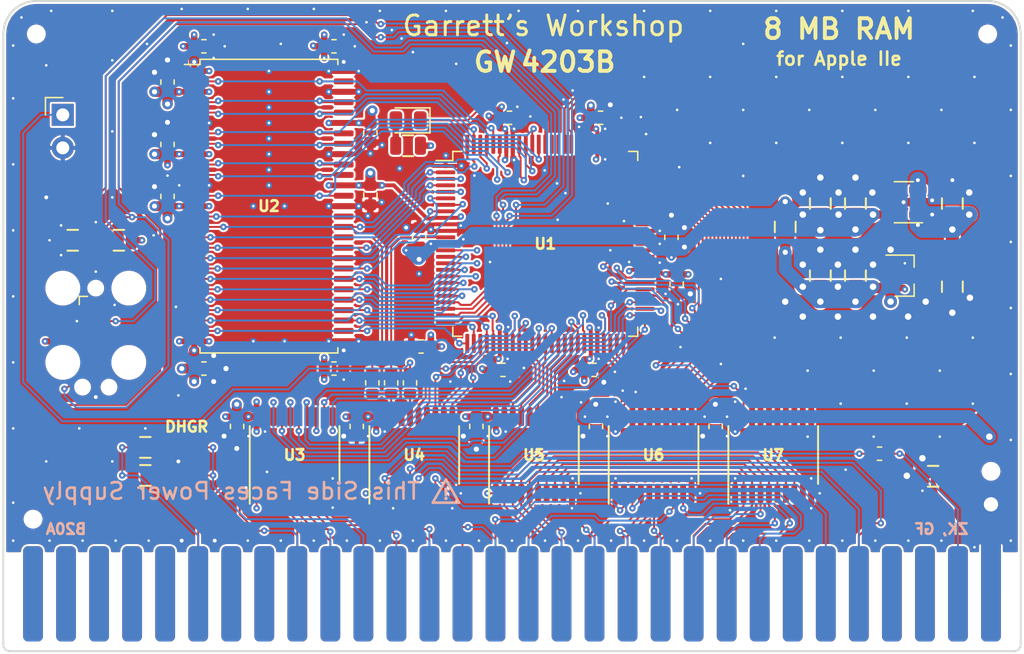
<source format=kicad_pcb>
(kicad_pcb (version 20171130) (host pcbnew "(5.1.10-1-10_14)")

  (general
    (thickness 1.6)
    (drawings 24)
    (tracks 2180)
    (zones 0)
    (modules 61)
    (nets 157)
  )

  (page A4)
  (title_block
    (title "GW4203B (RAM2E II) - EPM240 / 5M240Z / AG256")
    (date 2021-05-30)
    (rev 2.0)
    (company "Garrett's Workshop")
  )

  (layers
    (0 F.Cu signal)
    (1 In1.Cu signal)
    (2 In2.Cu signal)
    (31 B.Cu signal)
    (32 B.Adhes user)
    (33 F.Adhes user)
    (34 B.Paste user)
    (35 F.Paste user)
    (36 B.SilkS user)
    (37 F.SilkS user)
    (38 B.Mask user)
    (39 F.Mask user)
    (40 Dwgs.User user)
    (41 Cmts.User user)
    (42 Eco1.User user)
    (43 Eco2.User user)
    (44 Edge.Cuts user)
    (45 Margin user)
    (46 B.CrtYd user)
    (47 F.CrtYd user)
    (48 B.Fab user)
    (49 F.Fab user)
  )

  (setup
    (last_trace_width 0.15)
    (user_trace_width 0.2)
    (user_trace_width 0.25)
    (user_trace_width 0.3)
    (user_trace_width 0.35)
    (user_trace_width 0.4)
    (user_trace_width 0.45)
    (user_trace_width 0.5)
    (user_trace_width 0.6)
    (user_trace_width 0.65)
    (user_trace_width 0.8)
    (user_trace_width 1)
    (user_trace_width 1.27)
    (user_trace_width 1.524)
    (trace_clearance 0.15)
    (zone_clearance 0.154)
    (zone_45_only no)
    (trace_min 0.15)
    (via_size 0.5)
    (via_drill 0.2)
    (via_min_size 0.5)
    (via_min_drill 0.2)
    (user_via 0.6 0.3)
    (user_via 0.8 0.4)
    (user_via 1 0.5)
    (user_via 1.524 0.762)
    (uvia_size 0.3)
    (uvia_drill 0.1)
    (uvias_allowed no)
    (uvia_min_size 0.2)
    (uvia_min_drill 0.1)
    (edge_width 0.15)
    (segment_width 0.1524)
    (pcb_text_width 0.3)
    (pcb_text_size 1.5 1.5)
    (mod_edge_width 0.15)
    (mod_text_size 1 1)
    (mod_text_width 0.15)
    (pad_size 0.7 0.95)
    (pad_drill 0)
    (pad_to_mask_clearance 0.05)
    (solder_mask_min_width 0.1)
    (pad_to_paste_clearance -0.0381)
    (aux_axis_origin 0 0)
    (visible_elements FFFFFF7F)
    (pcbplotparams
      (layerselection 0x010f8_ffffffff)
      (usegerberextensions true)
      (usegerberattributes false)
      (usegerberadvancedattributes false)
      (creategerberjobfile false)
      (excludeedgelayer true)
      (linewidth 0.100000)
      (plotframeref false)
      (viasonmask false)
      (mode 1)
      (useauxorigin false)
      (hpglpennumber 1)
      (hpglpenspeed 20)
      (hpglpendiameter 15.000000)
      (psnegative false)
      (psa4output false)
      (plotreference true)
      (plotvalue true)
      (plotinvisibletext false)
      (padsonsilk false)
      (subtractmaskfromsilk true)
      (outputformat 1)
      (mirror false)
      (drillshape 0)
      (scaleselection 1)
      (outputdirectory "gerber/"))
  )

  (net 0 "")
  (net 1 +5V)
  (net 2 GND)
  (net 3 /Vid7M)
  (net 4 /~SYNC~)
  (net 5 /~PRAS~)
  (net 6 /VC)
  (net 7 /~C07X~)
  (net 8 /~WNDW~)
  (net 9 /SEGA)
  (net 10 /ROMEN1)
  (net 11 /ROMEN2)
  (net 12 /MD7)
  (net 13 /MD6)
  (net 14 /MD5)
  (net 15 /MD4)
  (net 16 /PHI0)
  (net 17 /~CLRGAT~)
  (net 18 /~80VID~)
  (net 19 /~PCAS~)
  (net 20 /~LDPS~)
  (net 21 /R~W~80)
  (net 22 /PHI1)
  (net 23 /~CASEN~)
  (net 24 /MD3)
  (net 25 /MD2)
  (net 26 /MD1)
  (net 27 /MD0)
  (net 28 /H0)
  (net 29 /AN3)
  (net 30 /~EN80~)
  (net 31 /~ALTVID~)
  (net 32 /~SEROUT~)
  (net 33 /~ENVID~)
  (net 34 /R~W~)
  (net 35 /Q3)
  (net 36 /SEGB)
  (net 37 /~RA9~)
  (net 38 /~RA10~)
  (net 39 /GR)
  (net 40 /~ENTMG~)
  (net 41 /MA6)
  (net 42 /MA5)
  (net 43 /MA4)
  (net 44 /MA3)
  (net 45 /MA2)
  (net 46 /MA1)
  (net 47 /MA0)
  (net 48 /MA7)
  (net 49 /C7M)
  (net 50 /C14M)
  (net 51 /C3M58)
  (net 52 /VD0)
  (net 53 /VD1)
  (net 54 /VD2)
  (net 55 /VD3)
  (net 56 /VD4)
  (net 57 /VD5)
  (net 58 /VD6)
  (net 59 /VD7)
  (net 60 +3V3)
  (net 61 /TDI)
  (net 62 "Net-(J2-Pad8)")
  (net 63 "Net-(J2-Pad7)")
  (net 64 "Net-(J2-Pad6)")
  (net 65 /TMS)
  (net 66 /TDO)
  (net 67 /TCK)
  (net 68 /RD5)
  (net 69 /RD4)
  (net 70 /RD3)
  (net 71 /RD2)
  (net 72 /RD7)
  (net 73 /RD6)
  (net 74 /RD0)
  (net 75 /RD1)
  (net 76 /DQMH)
  (net 77 /~WE~)
  (net 78 /~CAS~)
  (net 79 /CKE)
  (net 80 /~RAS~)
  (net 81 /BA0)
  (net 82 /RA11)
  (net 83 /~CS~)
  (net 84 /BA1)
  (net 85 /RA9)
  (net 86 /RA10)
  (net 87 /RA8)
  (net 88 /RA0)
  (net 89 /RA7)
  (net 90 /RA1)
  (net 91 /RA6)
  (net 92 /RA4)
  (net 93 /RA3)
  (net 94 /~EN80~in)
  (net 95 /RA5)
  (net 96 /RA2)
  (net 97 /R~W~80in)
  (net 98 /Ain5)
  (net 99 /PHI1in)
  (net 100 /Ain6)
  (net 101 "Net-(U1-Pad61)")
  (net 102 "Net-(U1-Pad66)")
  (net 103 "Net-(U1-Pad78)")
  (net 104 "Net-(U1-Pad81)")
  (net 105 /DQML)
  (net 106 /~C07X~in)
  (net 107 /R~W~in)
  (net 108 /Ain0)
  (net 109 /Ain1)
  (net 110 /Ain2)
  (net 111 /Ain3)
  (net 112 /Ain4)
  (net 113 /Ain7)
  (net 114 /Din0)
  (net 115 /Din1)
  (net 116 /Din2)
  (net 117 /Din3)
  (net 118 /Din4)
  (net 119 /Din5)
  (net 120 /Din6)
  (net 121 /Din7)
  (net 122 /V~OE~)
  (net 123 /Vout7)
  (net 124 /Vout6)
  (net 125 /Vout5)
  (net 126 /Vout4)
  (net 127 /Vout3)
  (net 128 /Vout2)
  (net 129 /Vout1)
  (net 130 /Vout0)
  (net 131 /D~OE~)
  (net 132 /Dout0)
  (net 133 /Dout1)
  (net 134 /Dout2)
  (net 135 /Dout3)
  (net 136 /Dout4)
  (net 137 /Dout5)
  (net 138 /Dout6)
  (net 139 /Dout7)
  (net 140 /RCLK)
  (net 141 /ACLK)
  (net 142 "Net-(U4-Pad17)")
  (net 143 /~FRCTXT~)
  (net 144 "Net-(U1-Pad87)")
  (net 145 "Net-(U1-Pad86)")
  (net 146 "Net-(U1-Pad82)")
  (net 147 "Net-(U1-Pad83)")
  (net 148 /~80VID~in)
  (net 149 +1V8)
  (net 150 "Net-(U9-Pad4)")
  (net 151 /C14MB)
  (net 152 "Net-(R3-Pad2)")
  (net 153 /C14MR)
  (net 154 "Net-(R4-Pad2)")
  (net 155 "Net-(D1-Pad2)")
  (net 156 /LED)

  (net_class Default "This is the default net class."
    (clearance 0.15)
    (trace_width 0.15)
    (via_dia 0.5)
    (via_drill 0.2)
    (uvia_dia 0.3)
    (uvia_drill 0.1)
    (add_net +1V8)
    (add_net +3V3)
    (add_net +5V)
    (add_net /ACLK)
    (add_net /AN3)
    (add_net /Ain0)
    (add_net /Ain1)
    (add_net /Ain2)
    (add_net /Ain3)
    (add_net /Ain4)
    (add_net /Ain5)
    (add_net /Ain6)
    (add_net /Ain7)
    (add_net /BA0)
    (add_net /BA1)
    (add_net /C14M)
    (add_net /C14MB)
    (add_net /C14MR)
    (add_net /C3M58)
    (add_net /C7M)
    (add_net /CKE)
    (add_net /DQMH)
    (add_net /DQML)
    (add_net /Din0)
    (add_net /Din1)
    (add_net /Din2)
    (add_net /Din3)
    (add_net /Din4)
    (add_net /Din5)
    (add_net /Din6)
    (add_net /Din7)
    (add_net /Dout0)
    (add_net /Dout1)
    (add_net /Dout2)
    (add_net /Dout3)
    (add_net /Dout4)
    (add_net /Dout5)
    (add_net /Dout6)
    (add_net /Dout7)
    (add_net /D~OE~)
    (add_net /GR)
    (add_net /H0)
    (add_net /LED)
    (add_net /MA0)
    (add_net /MA1)
    (add_net /MA2)
    (add_net /MA3)
    (add_net /MA4)
    (add_net /MA5)
    (add_net /MA6)
    (add_net /MA7)
    (add_net /MD0)
    (add_net /MD1)
    (add_net /MD2)
    (add_net /MD3)
    (add_net /MD4)
    (add_net /MD5)
    (add_net /MD6)
    (add_net /MD7)
    (add_net /PHI0)
    (add_net /PHI1)
    (add_net /PHI1in)
    (add_net /Q3)
    (add_net /RA0)
    (add_net /RA1)
    (add_net /RA10)
    (add_net /RA11)
    (add_net /RA2)
    (add_net /RA3)
    (add_net /RA4)
    (add_net /RA5)
    (add_net /RA6)
    (add_net /RA7)
    (add_net /RA8)
    (add_net /RA9)
    (add_net /RCLK)
    (add_net /RD0)
    (add_net /RD1)
    (add_net /RD2)
    (add_net /RD3)
    (add_net /RD4)
    (add_net /RD5)
    (add_net /RD6)
    (add_net /RD7)
    (add_net /ROMEN1)
    (add_net /ROMEN2)
    (add_net /R~W~)
    (add_net /R~W~80)
    (add_net /R~W~80in)
    (add_net /R~W~in)
    (add_net /SEGA)
    (add_net /SEGB)
    (add_net /TCK)
    (add_net /TDI)
    (add_net /TDO)
    (add_net /TMS)
    (add_net /VC)
    (add_net /VD0)
    (add_net /VD1)
    (add_net /VD2)
    (add_net /VD3)
    (add_net /VD4)
    (add_net /VD5)
    (add_net /VD6)
    (add_net /VD7)
    (add_net /Vid7M)
    (add_net /Vout0)
    (add_net /Vout1)
    (add_net /Vout2)
    (add_net /Vout3)
    (add_net /Vout4)
    (add_net /Vout5)
    (add_net /Vout6)
    (add_net /Vout7)
    (add_net /V~OE~)
    (add_net /~80VID~)
    (add_net /~80VID~in)
    (add_net /~ALTVID~)
    (add_net /~C07X~)
    (add_net /~C07X~in)
    (add_net /~CASEN~)
    (add_net /~CAS~)
    (add_net /~CLRGAT~)
    (add_net /~CS~)
    (add_net /~EN80~)
    (add_net /~EN80~in)
    (add_net /~ENTMG~)
    (add_net /~ENVID~)
    (add_net /~FRCTXT~)
    (add_net /~LDPS~)
    (add_net /~PCAS~)
    (add_net /~PRAS~)
    (add_net /~RA10~)
    (add_net /~RA9~)
    (add_net /~RAS~)
    (add_net /~SEROUT~)
    (add_net /~SYNC~)
    (add_net /~WE~)
    (add_net /~WNDW~)
    (add_net GND)
    (add_net "Net-(D1-Pad2)")
    (add_net "Net-(J2-Pad6)")
    (add_net "Net-(J2-Pad7)")
    (add_net "Net-(J2-Pad8)")
    (add_net "Net-(R3-Pad2)")
    (add_net "Net-(R4-Pad2)")
    (add_net "Net-(U1-Pad61)")
    (add_net "Net-(U1-Pad66)")
    (add_net "Net-(U1-Pad78)")
    (add_net "Net-(U1-Pad81)")
    (add_net "Net-(U1-Pad82)")
    (add_net "Net-(U1-Pad83)")
    (add_net "Net-(U1-Pad86)")
    (add_net "Net-(U1-Pad87)")
    (add_net "Net-(U4-Pad17)")
    (add_net "Net-(U9-Pad4)")
  )

  (module stdpads:LED_0805 (layer F.Cu) (tedit 602BA8A8) (tstamp 60AB5AD1)
    (at 229.5 98.85 180)
    (descr "LED SMD 0805 (2012 Metric), square (rectangular) end terminal, IPC_7351 nominal, (Body size source: https://docs.google.com/spreadsheets/d/1BsfQQcO9C6DZCsRaXUlFlo91Tg2WpOkGARC1WS5S8t0/edit?usp=sharing), generated with kicad-footprint-generator")
    (tags diode)
    (path /60ACD578)
    (attr smd)
    (fp_text reference D1 (at 0 -0.2) (layer F.Fab)
      (effects (font (size 0.254 0.254) (thickness 0.0635)))
    )
    (fp_text value White (at 0 0.2) (layer F.Fab)
      (effects (font (size 0.254 0.254) (thickness 0.0635)))
    )
    (fp_line (start 1.68 0.95) (end -1.68 0.95) (layer F.CrtYd) (width 0.05))
    (fp_line (start 1.68 -0.95) (end 1.68 0.95) (layer F.CrtYd) (width 0.05))
    (fp_line (start -1.68 -0.95) (end 1.68 -0.95) (layer F.CrtYd) (width 0.05))
    (fp_line (start -1.68 0.95) (end -1.68 -0.95) (layer F.CrtYd) (width 0.05))
    (fp_line (start -1.685 0.96) (end 1 0.96) (layer F.SilkS) (width 0.12))
    (fp_line (start -1.685 -0.96) (end -1.685 0.96) (layer F.SilkS) (width 0.12))
    (fp_line (start 1 -0.96) (end -1.685 -0.96) (layer F.SilkS) (width 0.12))
    (fp_line (start 1 0.6) (end 1 -0.6) (layer F.Fab) (width 0.1))
    (fp_line (start -1 0.6) (end 1 0.6) (layer F.Fab) (width 0.1))
    (fp_line (start -1 -0.3) (end -1 0.6) (layer F.Fab) (width 0.1))
    (fp_line (start -0.7 -0.6) (end -1 -0.3) (layer F.Fab) (width 0.1))
    (fp_line (start 1 -0.6) (end -0.7 -0.6) (layer F.Fab) (width 0.1))
    (pad 2 smd roundrect (at 0.9375 0 180) (size 0.975 1.4) (layers F.Cu F.Paste F.Mask) (roundrect_rratio 0.25)
      (net 155 "Net-(D1-Pad2)"))
    (pad 1 smd roundrect (at -0.9375 0 180) (size 0.975 1.4) (layers F.Cu F.Paste F.Mask) (roundrect_rratio 0.25)
      (net 156 /LED))
    (model ${KISYS3DMOD}/LED_SMD.3dshapes/LED_0805_2012Metric.wrl
      (at (xyz 0 0 0))
      (scale (xyz 1 1 1))
      (rotate (xyz 0 0 0))
    )
  )

  (module stdpads:R_0805 (layer F.Cu) (tedit 5F027DD1) (tstamp 60AB5AC1)
    (at 229.5 100.8)
    (tags resistor)
    (path /60AEED36)
    (solder_mask_margin 0.05)
    (solder_paste_margin -0.025)
    (attr smd)
    (fp_text reference R8 (at 0 0) (layer F.Fab)
      (effects (font (size 0.254 0.254) (thickness 0.0635)))
    )
    (fp_text value 180 (at 0 0.35) (layer F.Fab)
      (effects (font (size 0.254 0.254) (thickness 0.0635)))
    )
    (fp_line (start 1.7 1) (end -1.7 1) (layer F.CrtYd) (width 0.05))
    (fp_line (start 1.7 -1) (end 1.7 1) (layer F.CrtYd) (width 0.05))
    (fp_line (start -1.7 -1) (end 1.7 -1) (layer F.CrtYd) (width 0.05))
    (fp_line (start -1.7 1) (end -1.7 -1) (layer F.CrtYd) (width 0.05))
    (fp_line (start -0.4064 0.8) (end 0.4064 0.8) (layer F.SilkS) (width 0.1524))
    (fp_line (start -0.4064 -0.8) (end 0.4064 -0.8) (layer F.SilkS) (width 0.1524))
    (fp_line (start 1 0.625) (end -1 0.625) (layer F.Fab) (width 0.1))
    (fp_line (start 1 -0.625) (end 1 0.625) (layer F.Fab) (width 0.1))
    (fp_line (start -1 -0.625) (end 1 -0.625) (layer F.Fab) (width 0.1))
    (fp_line (start -1 0.625) (end -1 -0.625) (layer F.Fab) (width 0.1))
    (fp_text user %R (at 0 0 180) (layer F.SilkS) hide
      (effects (font (size 0.254 0.254) (thickness 0.0635)))
    )
    (pad 2 smd roundrect (at 0.95 0) (size 0.85 1.4) (layers F.Cu F.Paste F.Mask) (roundrect_rratio 0.25)
      (net 60 +3V3))
    (pad 1 smd roundrect (at -0.95 0) (size 0.85 1.4) (layers F.Cu F.Paste F.Mask) (roundrect_rratio 0.25)
      (net 155 "Net-(D1-Pad2)"))
    (model ${KISYS3DMOD}/Resistor_SMD.3dshapes/R_0805_2012Metric.wrl
      (at (xyz 0 0 0))
      (scale (xyz 1 1 1))
      (rotate (xyz 0 0 0))
    )
  )

  (module stdpads:R_0603 (layer F.Cu) (tedit 5FDA5A0F) (tstamp 60A9B573)
    (at 226.75 119.05 270)
    (tags resistor)
    (path /60AFB4BD)
    (solder_mask_margin 0.05)
    (solder_paste_margin -0.05)
    (attr smd)
    (fp_text reference R4 (at 0 0 90) (layer F.Fab)
      (effects (font (size 0.254 0.254) (thickness 0.0635)))
    )
    (fp_text value 47 (at 0 0.25 90) (layer F.Fab)
      (effects (font (size 0.127 0.127) (thickness 0.03175)))
    )
    (fp_line (start -0.8 0.4) (end -0.8 -0.4) (layer F.Fab) (width 0.1))
    (fp_line (start -0.8 -0.4) (end 0.8 -0.4) (layer F.Fab) (width 0.1))
    (fp_line (start 0.8 -0.4) (end 0.8 0.4) (layer F.Fab) (width 0.1))
    (fp_line (start 0.8 0.4) (end -0.8 0.4) (layer F.Fab) (width 0.1))
    (fp_line (start -0.162779 -0.51) (end 0.162779 -0.51) (layer F.SilkS) (width 0.12))
    (fp_line (start -0.162779 0.51) (end 0.162779 0.51) (layer F.SilkS) (width 0.12))
    (fp_line (start -1.4 0.7) (end -1.4 -0.7) (layer F.CrtYd) (width 0.05))
    (fp_line (start -1.4 -0.7) (end 1.4 -0.7) (layer F.CrtYd) (width 0.05))
    (fp_line (start 1.4 -0.7) (end 1.4 0.7) (layer F.CrtYd) (width 0.05))
    (fp_line (start 1.4 0.7) (end -1.4 0.7) (layer F.CrtYd) (width 0.05))
    (fp_text user %R (at 0 0 90) (layer F.SilkS) hide
      (effects (font (size 0.254 0.254) (thickness 0.0635)))
    )
    (pad 1 smd roundrect (at -0.8 0 270) (size 0.7 0.95) (layers F.Cu F.Paste F.Mask) (roundrect_rratio 0.25)
      (net 140 /RCLK))
    (pad 2 smd roundrect (at 0.8 0 270) (size 0.7 0.95) (layers F.Cu F.Paste F.Mask) (roundrect_rratio 0.25)
      (net 154 "Net-(R4-Pad2)"))
    (model ${KISYS3DMOD}/Resistor_SMD.3dshapes/R_0603_1608Metric.wrl
      (at (xyz 0 0 0))
      (scale (xyz 1 1 1))
      (rotate (xyz 0 0 0))
    )
  )

  (module stdpads:R_0603 (layer F.Cu) (tedit 5FDA5A0F) (tstamp 60A9B553)
    (at 228.2 119.05 270)
    (tags resistor)
    (path /60AFB1EC)
    (solder_mask_margin 0.05)
    (solder_paste_margin -0.05)
    (attr smd)
    (fp_text reference R5 (at 0 0 90) (layer F.Fab)
      (effects (font (size 0.254 0.254) (thickness 0.0635)))
    )
    (fp_text value 47 (at 0 0.25 90) (layer F.Fab)
      (effects (font (size 0.127 0.127) (thickness 0.03175)))
    )
    (fp_line (start 1.4 0.7) (end -1.4 0.7) (layer F.CrtYd) (width 0.05))
    (fp_line (start 1.4 -0.7) (end 1.4 0.7) (layer F.CrtYd) (width 0.05))
    (fp_line (start -1.4 -0.7) (end 1.4 -0.7) (layer F.CrtYd) (width 0.05))
    (fp_line (start -1.4 0.7) (end -1.4 -0.7) (layer F.CrtYd) (width 0.05))
    (fp_line (start -0.162779 0.51) (end 0.162779 0.51) (layer F.SilkS) (width 0.12))
    (fp_line (start -0.162779 -0.51) (end 0.162779 -0.51) (layer F.SilkS) (width 0.12))
    (fp_line (start 0.8 0.4) (end -0.8 0.4) (layer F.Fab) (width 0.1))
    (fp_line (start 0.8 -0.4) (end 0.8 0.4) (layer F.Fab) (width 0.1))
    (fp_line (start -0.8 -0.4) (end 0.8 -0.4) (layer F.Fab) (width 0.1))
    (fp_line (start -0.8 0.4) (end -0.8 -0.4) (layer F.Fab) (width 0.1))
    (fp_text user %R (at 0 0 90) (layer F.SilkS) hide
      (effects (font (size 0.254 0.254) (thickness 0.0635)))
    )
    (pad 2 smd roundrect (at 0.8 0 270) (size 0.7 0.95) (layers F.Cu F.Paste F.Mask) (roundrect_rratio 0.25)
      (net 154 "Net-(R4-Pad2)"))
    (pad 1 smd roundrect (at -0.8 0 270) (size 0.7 0.95) (layers F.Cu F.Paste F.Mask) (roundrect_rratio 0.25)
      (net 141 /ACLK))
    (model ${KISYS3DMOD}/Resistor_SMD.3dshapes/R_0603_1608Metric.wrl
      (at (xyz 0 0 0))
      (scale (xyz 1 1 1))
      (rotate (xyz 0 0 0))
    )
  )

  (module stdpads:C_0805 (layer F.Cu) (tedit 5F02840E) (tstamp 5F5C885D)
    (at 271.35 105.25 90)
    (tags capacitor)
    (path /5F6B9584)
    (solder_mask_margin 0.05)
    (solder_paste_margin -0.025)
    (attr smd)
    (fp_text reference C6 (at 0 0 270) (layer F.Fab)
      (effects (font (size 0.254 0.254) (thickness 0.0635)))
    )
    (fp_text value 10u (at 0 0.35 90) (layer F.Fab)
      (effects (font (size 0.254 0.254) (thickness 0.0635)))
    )
    (fp_line (start -1 0.625) (end -1 -0.625) (layer F.Fab) (width 0.15))
    (fp_line (start -1 -0.625) (end 1 -0.625) (layer F.Fab) (width 0.15))
    (fp_line (start 1 -0.625) (end 1 0.625) (layer F.Fab) (width 0.15))
    (fp_line (start 1 0.625) (end -1 0.625) (layer F.Fab) (width 0.15))
    (fp_line (start -0.4064 -0.8) (end 0.4064 -0.8) (layer F.SilkS) (width 0.1524))
    (fp_line (start -0.4064 0.8) (end 0.4064 0.8) (layer F.SilkS) (width 0.1524))
    (fp_line (start -1.7 1) (end -1.7 -1) (layer F.CrtYd) (width 0.05))
    (fp_line (start -1.7 -1) (end 1.7 -1) (layer F.CrtYd) (width 0.05))
    (fp_line (start 1.7 -1) (end 1.7 1) (layer F.CrtYd) (width 0.05))
    (fp_line (start 1.7 1) (end -1.7 1) (layer F.CrtYd) (width 0.05))
    (fp_text user %R (at 0 0 270) (layer F.SilkS) hide
      (effects (font (size 0.254 0.254) (thickness 0.0635)))
    )
    (pad 1 smd roundrect (at -0.85 0 90) (size 1.05 1.4) (layers F.Cu F.Paste F.Mask) (roundrect_rratio 0.25)
      (net 1 +5V))
    (pad 2 smd roundrect (at 0.85 0 90) (size 1.05 1.4) (layers F.Cu F.Paste F.Mask) (roundrect_rratio 0.25)
      (net 2 GND))
    (model ${KISYS3DMOD}/Capacitor_SMD.3dshapes/C_0805_2012Metric.wrl
      (at (xyz 0 0 0))
      (scale (xyz 1 1 1))
      (rotate (xyz 0 0 0))
    )
  )

  (module stdpads:R_0805 (layer F.Cu) (tedit 5F027DD1) (tstamp 5F5D9271)
    (at 258.5 107.05 90)
    (tags resistor)
    (path /5FA85B84)
    (solder_mask_margin 0.05)
    (solder_paste_margin -0.025)
    (attr smd)
    (fp_text reference R1 (at 0 0 90) (layer F.Fab)
      (effects (font (size 0.254 0.254) (thickness 0.0635)))
    )
    (fp_text value "0 " (at 0 0.35 90) (layer F.Fab)
      (effects (font (size 0.254 0.254) (thickness 0.0635)))
    )
    (fp_line (start 1.7 1) (end -1.7 1) (layer F.CrtYd) (width 0.05))
    (fp_line (start 1.7 -1) (end 1.7 1) (layer F.CrtYd) (width 0.05))
    (fp_line (start -1.7 -1) (end 1.7 -1) (layer F.CrtYd) (width 0.05))
    (fp_line (start -1.7 1) (end -1.7 -1) (layer F.CrtYd) (width 0.05))
    (fp_line (start -0.4064 0.8) (end 0.4064 0.8) (layer F.SilkS) (width 0.1524))
    (fp_line (start -0.4064 -0.8) (end 0.4064 -0.8) (layer F.SilkS) (width 0.1524))
    (fp_line (start 1 0.625) (end -1 0.625) (layer F.Fab) (width 0.1))
    (fp_line (start 1 -0.625) (end 1 0.625) (layer F.Fab) (width 0.1))
    (fp_line (start -1 -0.625) (end 1 -0.625) (layer F.Fab) (width 0.1))
    (fp_line (start -1 0.625) (end -1 -0.625) (layer F.Fab) (width 0.1))
    (fp_text user %R (at 0 0 270) (layer F.SilkS) hide
      (effects (font (size 0.254 0.254) (thickness 0.0635)))
    )
    (pad 2 smd roundrect (at 0.95 0 90) (size 0.85 1.4) (layers F.Cu F.Paste F.Mask) (roundrect_rratio 0.25)
      (net 149 +1V8))
    (pad 1 smd roundrect (at -0.95 0 90) (size 0.85 1.4) (layers F.Cu F.Paste F.Mask) (roundrect_rratio 0.25)
      (net 60 +3V3))
    (model ${KISYS3DMOD}/Resistor_SMD.3dshapes/R_0805_2012Metric.wrl
      (at (xyz 0 0 0))
      (scale (xyz 1 1 1))
      (rotate (xyz 0 0 0))
    )
  )

  (module Connector_PinHeader_2.54mm:PinHeader_1x02_P2.54mm_Vertical (layer F.Cu) (tedit 5FDA6163) (tstamp 5FE16B9E)
    (at 202.946 98.425)
    (descr "Through hole straight pin header, 1x02, 2.54mm pitch, single row")
    (tags "Through hole pin header THT 1x02 2.54mm single row")
    (path /608879CA)
    (fp_text reference J3 (at 0 -2.33) (layer F.SilkS) hide
      (effects (font (size 1 1) (thickness 0.15)))
    )
    (fp_text value C14M (at 0 5.08) (layer F.Fab)
      (effects (font (size 0.8128 0.8128) (thickness 0.2032)))
    )
    (fp_line (start 1.8 -1.8) (end -1.8 -1.8) (layer F.CrtYd) (width 0.05))
    (fp_line (start 1.8 4.35) (end 1.8 -1.8) (layer F.CrtYd) (width 0.05))
    (fp_line (start -1.8 4.35) (end 1.8 4.35) (layer F.CrtYd) (width 0.05))
    (fp_line (start -1.8 -1.8) (end -1.8 4.35) (layer F.CrtYd) (width 0.05))
    (fp_line (start -1.33 -1.33) (end 0 -1.33) (layer F.SilkS) (width 0.12))
    (fp_line (start -1.33 0) (end -1.33 -1.33) (layer F.SilkS) (width 0.12))
    (fp_line (start -1.27 -0.635) (end -0.635 -1.27) (layer F.Fab) (width 0.1))
    (fp_line (start -1.27 3.81) (end -1.27 -0.635) (layer F.Fab) (width 0.1))
    (fp_line (start 1.27 3.81) (end -1.27 3.81) (layer F.Fab) (width 0.1))
    (fp_line (start 1.27 -1.27) (end 1.27 3.81) (layer F.Fab) (width 0.1))
    (fp_line (start -0.635 -1.27) (end 1.27 -1.27) (layer F.Fab) (width 0.1))
    (fp_text user %R (at 0 1.27 90) (layer F.Fab)
      (effects (font (size 1 1) (thickness 0.15)))
    )
    (pad 2 thru_hole oval (at 0 2.54) (size 1.7 1.7) (drill 1) (layers *.Cu *.Mask)
      (net 2 GND))
    (pad 1 thru_hole rect (at 0 0) (size 1.7 1.7) (drill 1) (layers *.Cu *.Mask)
      (net 151 /C14MB))
  )

  (module stdpads:SOT-23-5 (layer F.Cu) (tedit 5F627B8F) (tstamp 5F5BBF24)
    (at 267.65 105.15)
    (tags SOT-23-5)
    (path /5F6DD402)
    (solder_mask_margin 0.05)
    (solder_paste_margin -0.05)
    (attr smd)
    (fp_text reference U9 (at 0 0 270) (layer F.Fab)
      (effects (font (size 0.381 0.381) (thickness 0.09525)))
    )
    (fp_text value AP2127K-1.8TRG1 (at -0.4 0 270) (layer F.Fab)
      (effects (font (size 0.127 0.127) (thickness 0.03175)))
    )
    (fp_line (start 0.7 0.95) (end 0.7 -1.5) (layer F.Fab) (width 0.1))
    (fp_line (start 0.15 1.52) (end -0.7 1.52) (layer F.Fab) (width 0.1))
    (fp_line (start 0.7 0.95) (end 0.15 1.52) (layer F.Fab) (width 0.1))
    (fp_line (start -0.7 1.52) (end -0.7 -1.52) (layer F.Fab) (width 0.1))
    (fp_line (start 0.7 -1.52) (end -0.7 -1.52) (layer F.Fab) (width 0.1))
    (fp_line (start 2 1.8) (end -2 1.8) (layer F.CrtYd) (width 0.05))
    (fp_line (start -2 1.8) (end -2 -1.8) (layer F.CrtYd) (width 0.05))
    (fp_line (start -2 -1.8) (end 2 -1.8) (layer F.CrtYd) (width 0.05))
    (fp_line (start 2 -1.8) (end 2 1.8) (layer F.CrtYd) (width 0.05))
    (fp_line (start -0.76 1.58) (end 1.4 1.58) (layer F.SilkS) (width 0.12))
    (fp_line (start -0.76 -1.58) (end 0.7 -1.58) (layer F.SilkS) (width 0.12))
    (pad 1 smd roundrect (at 1.05 0.95 180) (size 1.35 0.65) (layers F.Cu F.Paste F.Mask) (roundrect_rratio 0.25)
      (net 1 +5V))
    (pad 3 smd roundrect (at 1.05 -0.95 180) (size 1.35 0.65) (layers F.Cu F.Paste F.Mask) (roundrect_rratio 0.25)
      (net 1 +5V))
    (pad 2 smd roundrect (at 1.05 0 180) (size 1.35 0.65) (layers F.Cu F.Paste F.Mask) (roundrect_rratio 0.25)
      (net 2 GND))
    (pad 5 smd roundrect (at -1.05 0.95 180) (size 1.35 0.65) (layers F.Cu F.Paste F.Mask) (roundrect_rratio 0.25)
      (net 149 +1V8))
    (pad 4 smd roundrect (at -1.05 -0.95 180) (size 1.35 0.65) (layers F.Cu F.Paste F.Mask) (roundrect_rratio 0.25)
      (net 150 "Net-(U9-Pad4)"))
  )

  (module stdpads:R_0603 (layer F.Cu) (tedit 5FDA5E59) (tstamp 5FE1FC62)
    (at 265.75 124.5)
    (tags resistor)
    (path /6088A353)
    (solder_mask_margin 0.05)
    (solder_paste_margin -0.05)
    (attr smd)
    (fp_text reference R2 (at 0 0) (layer F.Fab)
      (effects (font (size 0.254 0.254) (thickness 0.0635)))
    )
    (fp_text value 47 (at 0 0.25) (layer F.Fab)
      (effects (font (size 0.127 0.127) (thickness 0.03175)))
    )
    (fp_line (start 1.4 0.7) (end -1.4 0.7) (layer F.CrtYd) (width 0.05))
    (fp_line (start 1.4 -0.7) (end 1.4 0.7) (layer F.CrtYd) (width 0.05))
    (fp_line (start -1.4 -0.7) (end 1.4 -0.7) (layer F.CrtYd) (width 0.05))
    (fp_line (start -1.4 0.7) (end -1.4 -0.7) (layer F.CrtYd) (width 0.05))
    (fp_line (start -0.162779 0.51) (end 0.162779 0.51) (layer F.SilkS) (width 0.12))
    (fp_line (start -0.162779 -0.51) (end 0.162779 -0.51) (layer F.SilkS) (width 0.12))
    (fp_line (start 0.8 0.4) (end -0.8 0.4) (layer F.Fab) (width 0.1))
    (fp_line (start 0.8 -0.4) (end 0.8 0.4) (layer F.Fab) (width 0.1))
    (fp_line (start -0.8 -0.4) (end 0.8 -0.4) (layer F.Fab) (width 0.1))
    (fp_line (start -0.8 0.4) (end -0.8 -0.4) (layer F.Fab) (width 0.1))
    (fp_text user %R (at 0 0) (layer F.SilkS) hide
      (effects (font (size 0.254 0.254) (thickness 0.0635)))
    )
    (pad 2 smd roundrect (at 0.8 0) (size 0.7 0.95) (layers F.Cu F.Paste F.Mask) (roundrect_rratio 0.25)
      (net 50 /C14M))
    (pad 1 smd roundrect (at -0.8 0) (size 0.7 0.95) (layers F.Cu F.Paste F.Mask) (roundrect_rratio 0.25)
      (net 153 /C14MR))
    (model ${KISYS3DMOD}/Resistor_SMD.3dshapes/R_0603_1608Metric.wrl
      (at (xyz 0 0 0))
      (scale (xyz 1 1 1))
      (rotate (xyz 0 0 0))
    )
  )

  (module stdpads:R_0603 (layer F.Cu) (tedit 5FDA5A0F) (tstamp 5FE0CAB4)
    (at 229.65 119.05 270)
    (tags resistor)
    (path /6081D682)
    (solder_mask_margin 0.05)
    (solder_paste_margin -0.05)
    (attr smd)
    (fp_text reference R3 (at 0 0 90) (layer F.Fab)
      (effects (font (size 0.254 0.254) (thickness 0.0635)))
    )
    (fp_text value 47 (at 0 0.25 90) (layer F.Fab)
      (effects (font (size 0.127 0.127) (thickness 0.03175)))
    )
    (fp_line (start -0.8 0.4) (end -0.8 -0.4) (layer F.Fab) (width 0.1))
    (fp_line (start -0.8 -0.4) (end 0.8 -0.4) (layer F.Fab) (width 0.1))
    (fp_line (start 0.8 -0.4) (end 0.8 0.4) (layer F.Fab) (width 0.1))
    (fp_line (start 0.8 0.4) (end -0.8 0.4) (layer F.Fab) (width 0.1))
    (fp_line (start -0.162779 -0.51) (end 0.162779 -0.51) (layer F.SilkS) (width 0.12))
    (fp_line (start -0.162779 0.51) (end 0.162779 0.51) (layer F.SilkS) (width 0.12))
    (fp_line (start -1.4 0.7) (end -1.4 -0.7) (layer F.CrtYd) (width 0.05))
    (fp_line (start -1.4 -0.7) (end 1.4 -0.7) (layer F.CrtYd) (width 0.05))
    (fp_line (start 1.4 -0.7) (end 1.4 0.7) (layer F.CrtYd) (width 0.05))
    (fp_line (start 1.4 0.7) (end -1.4 0.7) (layer F.CrtYd) (width 0.05))
    (fp_text user %R (at 0 0 90) (layer F.SilkS) hide
      (effects (font (size 0.254 0.254) (thickness 0.0635)))
    )
    (pad 1 smd roundrect (at -0.8 0 270) (size 0.7 0.95) (layers F.Cu F.Paste F.Mask) (roundrect_rratio 0.25)
      (net 151 /C14MB))
    (pad 2 smd roundrect (at 0.8 0 270) (size 0.7 0.95) (layers F.Cu F.Paste F.Mask) (roundrect_rratio 0.25)
      (net 152 "Net-(R3-Pad2)"))
    (model ${KISYS3DMOD}/Resistor_SMD.3dshapes/R_0603_1608Metric.wrl
      (at (xyz 0 0 0))
      (scale (xyz 1 1 1))
      (rotate (xyz 0 0 0))
    )
  )

  (module stdpads:TQFP-100_14x14mm_P0.5mm (layer F.Cu) (tedit 5F73975E) (tstamp 5E7F8776)
    (at 240.05 108.35 270)
    (descr "TQFP, 100 Pin (http://www.microsemi.com/index.php?option=com_docman&task=doc_download&gid=131095), generated with kicad-footprint-generator ipc_gullwing_generator.py")
    (tags "TQFP QFP")
    (path /5EF407E5)
    (solder_mask_margin 0.024)
    (solder_paste_margin -0.035)
    (attr smd)
    (fp_text reference U1 (at 0 0) (layer F.Fab)
      (effects (font (size 0.8128 0.8128) (thickness 0.2032)))
    )
    (fp_text value EPM240T100 (at 1.25 0) (layer F.Fab)
      (effects (font (size 0.8128 0.8128) (thickness 0.2032)))
    )
    (fp_line (start 7.11 -6.41) (end 7.11 -7.11) (layer F.SilkS) (width 0.12))
    (fp_line (start 7.11 -7.11) (end 6.41 -7.11) (layer F.SilkS) (width 0.12))
    (fp_line (start 7.11 6.41) (end 7.11 7.11) (layer F.SilkS) (width 0.12))
    (fp_line (start 7.11 7.11) (end 6.41 7.11) (layer F.SilkS) (width 0.12))
    (fp_line (start -7.11 -6.41) (end -7.11 -7.11) (layer F.SilkS) (width 0.12))
    (fp_line (start -7.11 -7.11) (end -6.41 -7.11) (layer F.SilkS) (width 0.12))
    (fp_line (start -7.11 6.41) (end -7.11 7.11) (layer F.SilkS) (width 0.12))
    (fp_line (start -7.11 7.11) (end -6.41 7.11) (layer F.SilkS) (width 0.12))
    (fp_line (start -6.41 7.11) (end -6.41 8.4) (layer F.SilkS) (width 0.12))
    (fp_line (start -7 6) (end -7 -7) (layer F.Fab) (width 0.1))
    (fp_line (start -7 -7) (end 7 -7) (layer F.Fab) (width 0.1))
    (fp_line (start 7 -7) (end 7 7) (layer F.Fab) (width 0.1))
    (fp_line (start 7 7) (end -6 7) (layer F.Fab) (width 0.1))
    (fp_line (start -6 7) (end -7 6) (layer F.Fab) (width 0.1))
    (fp_line (start -8.65 0) (end -8.65 6.4) (layer F.CrtYd) (width 0.05))
    (fp_line (start -8.65 6.4) (end -7.25 6.4) (layer F.CrtYd) (width 0.05))
    (fp_line (start -7.25 6.4) (end -7.25 7.25) (layer F.CrtYd) (width 0.05))
    (fp_line (start -7.25 7.25) (end -6.4 7.25) (layer F.CrtYd) (width 0.05))
    (fp_line (start -6.4 7.25) (end -6.4 8.65) (layer F.CrtYd) (width 0.05))
    (fp_line (start -6.4 8.65) (end 0 8.65) (layer F.CrtYd) (width 0.05))
    (fp_line (start -8.65 0) (end -8.65 -6.4) (layer F.CrtYd) (width 0.05))
    (fp_line (start -8.65 -6.4) (end -7.25 -6.4) (layer F.CrtYd) (width 0.05))
    (fp_line (start -7.25 -6.4) (end -7.25 -7.25) (layer F.CrtYd) (width 0.05))
    (fp_line (start -7.25 -7.25) (end -6.4 -7.25) (layer F.CrtYd) (width 0.05))
    (fp_line (start -6.4 -7.25) (end -6.4 -8.65) (layer F.CrtYd) (width 0.05))
    (fp_line (start -6.4 -8.65) (end 0 -8.65) (layer F.CrtYd) (width 0.05))
    (fp_line (start 8.65 0) (end 8.65 6.4) (layer F.CrtYd) (width 0.05))
    (fp_line (start 8.65 6.4) (end 7.25 6.4) (layer F.CrtYd) (width 0.05))
    (fp_line (start 7.25 6.4) (end 7.25 7.25) (layer F.CrtYd) (width 0.05))
    (fp_line (start 7.25 7.25) (end 6.4 7.25) (layer F.CrtYd) (width 0.05))
    (fp_line (start 6.4 7.25) (end 6.4 8.65) (layer F.CrtYd) (width 0.05))
    (fp_line (start 6.4 8.65) (end 0 8.65) (layer F.CrtYd) (width 0.05))
    (fp_line (start 8.65 0) (end 8.65 -6.4) (layer F.CrtYd) (width 0.05))
    (fp_line (start 8.65 -6.4) (end 7.25 -6.4) (layer F.CrtYd) (width 0.05))
    (fp_line (start 7.25 -6.4) (end 7.25 -7.25) (layer F.CrtYd) (width 0.05))
    (fp_line (start 7.25 -7.25) (end 6.4 -7.25) (layer F.CrtYd) (width 0.05))
    (fp_line (start 6.4 -7.25) (end 6.4 -8.65) (layer F.CrtYd) (width 0.05))
    (fp_line (start 6.4 -8.65) (end 0 -8.65) (layer F.CrtYd) (width 0.05))
    (fp_text user %R (at 0 0) (layer F.SilkS)
      (effects (font (size 0.8128 0.8128) (thickness 0.2032)))
    )
    (pad 1 smd roundrect (at -6 7.6625) (size 1.475 0.3) (layers F.Cu F.Paste F.Mask) (roundrect_rratio 0.25)
      (net 2 GND))
    (pad 2 smd roundrect (at -5.5 7.6625) (size 1.475 0.3) (layers F.Cu F.Paste F.Mask) (roundrect_rratio 0.25)
      (net 77 /~WE~))
    (pad 3 smd roundrect (at -5 7.6625) (size 1.475 0.3) (layers F.Cu F.Paste F.Mask) (roundrect_rratio 0.25)
      (net 78 /~CAS~))
    (pad 4 smd roundrect (at -4.5 7.6625) (size 1.475 0.3) (layers F.Cu F.Paste F.Mask) (roundrect_rratio 0.25)
      (net 79 /CKE))
    (pad 5 smd roundrect (at -4 7.6625) (size 1.475 0.3) (layers F.Cu F.Paste F.Mask) (roundrect_rratio 0.25)
      (net 80 /~RAS~))
    (pad 6 smd roundrect (at -3.5 7.6625) (size 1.475 0.3) (layers F.Cu F.Paste F.Mask) (roundrect_rratio 0.25)
      (net 81 /BA0))
    (pad 7 smd roundrect (at -3 7.6625) (size 1.475 0.3) (layers F.Cu F.Paste F.Mask) (roundrect_rratio 0.25)
      (net 82 /RA11))
    (pad 8 smd roundrect (at -2.5 7.6625) (size 1.475 0.3) (layers F.Cu F.Paste F.Mask) (roundrect_rratio 0.25)
      (net 83 /~CS~))
    (pad 9 smd roundrect (at -2 7.6625) (size 1.475 0.3) (layers F.Cu F.Paste F.Mask) (roundrect_rratio 0.25)
      (net 60 +3V3))
    (pad 10 smd roundrect (at -1.5 7.6625) (size 1.475 0.3) (layers F.Cu F.Paste F.Mask) (roundrect_rratio 0.25)
      (net 2 GND))
    (pad 11 smd roundrect (at -1 7.6625) (size 1.475 0.3) (layers F.Cu F.Paste F.Mask) (roundrect_rratio 0.25)
      (net 2 GND))
    (pad 12 smd roundrect (at -0.5 7.6625) (size 1.475 0.3) (layers F.Cu F.Paste F.Mask) (roundrect_rratio 0.25)
      (net 141 /ACLK))
    (pad 13 smd roundrect (at 0 7.6625) (size 1.475 0.3) (layers F.Cu F.Paste F.Mask) (roundrect_rratio 0.25)
      (net 149 +1V8))
    (pad 14 smd roundrect (at 0.5 7.6625) (size 1.475 0.3) (layers F.Cu F.Paste F.Mask) (roundrect_rratio 0.25)
      (net 84 /BA1))
    (pad 15 smd roundrect (at 1 7.6625) (size 1.475 0.3) (layers F.Cu F.Paste F.Mask) (roundrect_rratio 0.25)
      (net 85 /RA9))
    (pad 16 smd roundrect (at 1.5 7.6625) (size 1.475 0.3) (layers F.Cu F.Paste F.Mask) (roundrect_rratio 0.25)
      (net 86 /RA10))
    (pad 17 smd roundrect (at 2 7.6625) (size 1.475 0.3) (layers F.Cu F.Paste F.Mask) (roundrect_rratio 0.25)
      (net 87 /RA8))
    (pad 18 smd roundrect (at 2.5 7.6625) (size 1.475 0.3) (layers F.Cu F.Paste F.Mask) (roundrect_rratio 0.25)
      (net 88 /RA0))
    (pad 19 smd roundrect (at 3 7.6625) (size 1.475 0.3) (layers F.Cu F.Paste F.Mask) (roundrect_rratio 0.25)
      (net 89 /RA7))
    (pad 20 smd roundrect (at 3.5 7.6625) (size 1.475 0.3) (layers F.Cu F.Paste F.Mask) (roundrect_rratio 0.25)
      (net 90 /RA1))
    (pad 21 smd roundrect (at 4 7.6625) (size 1.475 0.3) (layers F.Cu F.Paste F.Mask) (roundrect_rratio 0.25)
      (net 91 /RA6))
    (pad 22 smd roundrect (at 4.5 7.6625) (size 1.475 0.3) (layers F.Cu F.Paste F.Mask) (roundrect_rratio 0.25)
      (net 65 /TMS))
    (pad 23 smd roundrect (at 5 7.6625) (size 1.475 0.3) (layers F.Cu F.Paste F.Mask) (roundrect_rratio 0.25)
      (net 61 /TDI))
    (pad 24 smd roundrect (at 5.5 7.6625) (size 1.475 0.3) (layers F.Cu F.Paste F.Mask) (roundrect_rratio 0.25)
      (net 67 /TCK))
    (pad 25 smd roundrect (at 6 7.6625) (size 1.475 0.3) (layers F.Cu F.Paste F.Mask) (roundrect_rratio 0.25)
      (net 66 /TDO))
    (pad 26 smd roundrect (at 7.6625 6) (size 0.3 1.475) (layers F.Cu F.Paste F.Mask) (roundrect_rratio 0.25)
      (net 92 /RA4))
    (pad 27 smd roundrect (at 7.6625 5.5) (size 0.3 1.475) (layers F.Cu F.Paste F.Mask) (roundrect_rratio 0.25)
      (net 93 /RA3))
    (pad 28 smd roundrect (at 7.6625 5) (size 0.3 1.475) (layers F.Cu F.Paste F.Mask) (roundrect_rratio 0.25)
      (net 94 /~EN80~in))
    (pad 29 smd roundrect (at 7.6625 4.5) (size 0.3 1.475) (layers F.Cu F.Paste F.Mask) (roundrect_rratio 0.25)
      (net 95 /RA5))
    (pad 30 smd roundrect (at 7.6625 4) (size 0.3 1.475) (layers F.Cu F.Paste F.Mask) (roundrect_rratio 0.25)
      (net 96 /RA2))
    (pad 31 smd roundrect (at 7.6625 3.5) (size 0.3 1.475) (layers F.Cu F.Paste F.Mask) (roundrect_rratio 0.25)
      (net 60 +3V3))
    (pad 32 smd roundrect (at 7.6625 3) (size 0.3 1.475) (layers F.Cu F.Paste F.Mask) (roundrect_rratio 0.25)
      (net 2 GND))
    (pad 33 smd roundrect (at 7.6625 2.5) (size 0.3 1.475) (layers F.Cu F.Paste F.Mask) (roundrect_rratio 0.25)
      (net 97 /R~W~80in))
    (pad 34 smd roundrect (at 7.6625 2) (size 0.3 1.475) (layers F.Cu F.Paste F.Mask) (roundrect_rratio 0.25)
      (net 98 /Ain5))
    (pad 35 smd roundrect (at 7.6625 1.5) (size 0.3 1.475) (layers F.Cu F.Paste F.Mask) (roundrect_rratio 0.25)
      (net 121 /Din7))
    (pad 36 smd roundrect (at 7.6625 1) (size 0.3 1.475) (layers F.Cu F.Paste F.Mask) (roundrect_rratio 0.25)
      (net 120 /Din6))
    (pad 37 smd roundrect (at 7.6625 0.5) (size 0.3 1.475) (layers F.Cu F.Paste F.Mask) (roundrect_rratio 0.25)
      (net 99 /PHI1in))
    (pad 38 smd roundrect (at 7.6625 0) (size 0.3 1.475) (layers F.Cu F.Paste F.Mask) (roundrect_rratio 0.25)
      (net 114 /Din0))
    (pad 39 smd roundrect (at 7.6625 -0.5) (size 0.3 1.475) (layers F.Cu F.Paste F.Mask) (roundrect_rratio 0.25)
      (net 100 /Ain6))
    (pad 40 smd roundrect (at 7.6625 -1) (size 0.3 1.475) (layers F.Cu F.Paste F.Mask) (roundrect_rratio 0.25)
      (net 115 /Din1))
    (pad 41 smd roundrect (at 7.6625 -1.5) (size 0.3 1.475) (layers F.Cu F.Paste F.Mask) (roundrect_rratio 0.25)
      (net 117 /Din3))
    (pad 42 smd roundrect (at 7.6625 -2) (size 0.3 1.475) (layers F.Cu F.Paste F.Mask) (roundrect_rratio 0.25)
      (net 116 /Din2))
    (pad 43 smd roundrect (at 7.6625 -2.5) (size 0.3 1.475) (layers F.Cu F.Paste F.Mask) (roundrect_rratio 0.25)
      (net 110 /Ain2))
    (pad 44 smd roundrect (at 7.6625 -3) (size 0.3 1.475) (layers F.Cu F.Paste F.Mask) (roundrect_rratio 0.25)
      (net 112 /Ain4))
    (pad 45 smd roundrect (at 7.6625 -3.5) (size 0.3 1.475) (layers F.Cu F.Paste F.Mask) (roundrect_rratio 0.25)
      (net 60 +3V3))
    (pad 46 smd roundrect (at 7.6625 -4) (size 0.3 1.475) (layers F.Cu F.Paste F.Mask) (roundrect_rratio 0.25)
      (net 2 GND))
    (pad 47 smd roundrect (at 7.6625 -4.5) (size 0.3 1.475) (layers F.Cu F.Paste F.Mask) (roundrect_rratio 0.25)
      (net 111 /Ain3))
    (pad 48 smd roundrect (at 7.6625 -5) (size 0.3 1.475) (layers F.Cu F.Paste F.Mask) (roundrect_rratio 0.25)
      (net 118 /Din4))
    (pad 49 smd roundrect (at 7.6625 -5.5) (size 0.3 1.475) (layers F.Cu F.Paste F.Mask) (roundrect_rratio 0.25)
      (net 119 /Din5))
    (pad 50 smd roundrect (at 7.6625 -6) (size 0.3 1.475) (layers F.Cu F.Paste F.Mask) (roundrect_rratio 0.25)
      (net 122 /V~OE~))
    (pad 51 smd roundrect (at 6 -7.6625) (size 1.475 0.3) (layers F.Cu F.Paste F.Mask) (roundrect_rratio 0.25)
      (net 107 /R~W~in))
    (pad 52 smd roundrect (at 5.5 -7.6625) (size 1.475 0.3) (layers F.Cu F.Paste F.Mask) (roundrect_rratio 0.25)
      (net 106 /~C07X~in))
    (pad 53 smd roundrect (at 5 -7.6625) (size 1.475 0.3) (layers F.Cu F.Paste F.Mask) (roundrect_rratio 0.25)
      (net 113 /Ain7))
    (pad 54 smd roundrect (at 4.5 -7.6625) (size 1.475 0.3) (layers F.Cu F.Paste F.Mask) (roundrect_rratio 0.25)
      (net 109 /Ain1))
    (pad 55 smd roundrect (at 4 -7.6625) (size 1.475 0.3) (layers F.Cu F.Paste F.Mask) (roundrect_rratio 0.25)
      (net 131 /D~OE~))
    (pad 56 smd roundrect (at 3.5 -7.6625) (size 1.475 0.3) (layers F.Cu F.Paste F.Mask) (roundrect_rratio 0.25)
      (net 108 /Ain0))
    (pad 57 smd roundrect (at 3 -7.6625) (size 1.475 0.3) (layers F.Cu F.Paste F.Mask) (roundrect_rratio 0.25)
      (net 123 /Vout7))
    (pad 58 smd roundrect (at 2.5 -7.6625) (size 1.475 0.3) (layers F.Cu F.Paste F.Mask) (roundrect_rratio 0.25)
      (net 124 /Vout6))
    (pad 59 smd roundrect (at 2 -7.6625) (size 1.475 0.3) (layers F.Cu F.Paste F.Mask) (roundrect_rratio 0.25)
      (net 60 +3V3))
    (pad 60 smd roundrect (at 1.5 -7.6625) (size 1.475 0.3) (layers F.Cu F.Paste F.Mask) (roundrect_rratio 0.25)
      (net 2 GND))
    (pad 61 smd roundrect (at 1 -7.6625) (size 1.475 0.3) (layers F.Cu F.Paste F.Mask) (roundrect_rratio 0.25)
      (net 101 "Net-(U1-Pad61)"))
    (pad 62 smd roundrect (at 0.5 -7.6625) (size 1.475 0.3) (layers F.Cu F.Paste F.Mask) (roundrect_rratio 0.25)
      (net 127 /Vout3))
    (pad 63 smd roundrect (at 0 -7.6625) (size 1.475 0.3) (layers F.Cu F.Paste F.Mask) (roundrect_rratio 0.25)
      (net 149 +1V8))
    (pad 64 smd roundrect (at -0.5 -7.6625) (size 1.475 0.3) (layers F.Cu F.Paste F.Mask) (roundrect_rratio 0.25)
      (net 148 /~80VID~in))
    (pad 65 smd roundrect (at -1 -7.6625) (size 1.475 0.3) (layers F.Cu F.Paste F.Mask) (roundrect_rratio 0.25)
      (net 2 GND))
    (pad 66 smd roundrect (at -1.5 -7.6625) (size 1.475 0.3) (layers F.Cu F.Paste F.Mask) (roundrect_rratio 0.25)
      (net 102 "Net-(U1-Pad66)"))
    (pad 67 smd roundrect (at -2 -7.6625) (size 1.475 0.3) (layers F.Cu F.Paste F.Mask) (roundrect_rratio 0.25)
      (net 129 /Vout1))
    (pad 68 smd roundrect (at -2.5 -7.6625) (size 1.475 0.3) (layers F.Cu F.Paste F.Mask) (roundrect_rratio 0.25)
      (net 125 /Vout5))
    (pad 69 smd roundrect (at -3 -7.6625) (size 1.475 0.3) (layers F.Cu F.Paste F.Mask) (roundrect_rratio 0.25)
      (net 128 /Vout2))
    (pad 70 smd roundrect (at -3.5 -7.6625) (size 1.475 0.3) (layers F.Cu F.Paste F.Mask) (roundrect_rratio 0.25)
      (net 130 /Vout0))
    (pad 71 smd roundrect (at -4 -7.6625) (size 1.475 0.3) (layers F.Cu F.Paste F.Mask) (roundrect_rratio 0.25)
      (net 126 /Vout4))
    (pad 72 smd roundrect (at -4.5 -7.6625) (size 1.475 0.3) (layers F.Cu F.Paste F.Mask) (roundrect_rratio 0.25)
      (net 137 /Dout5))
    (pad 73 smd roundrect (at -5 -7.6625) (size 1.475 0.3) (layers F.Cu F.Paste F.Mask) (roundrect_rratio 0.25)
      (net 136 /Dout4))
    (pad 74 smd roundrect (at -5.5 -7.6625) (size 1.475 0.3) (layers F.Cu F.Paste F.Mask) (roundrect_rratio 0.25)
      (net 134 /Dout2))
    (pad 75 smd roundrect (at -6 -7.6625) (size 1.475 0.3) (layers F.Cu F.Paste F.Mask) (roundrect_rratio 0.25)
      (net 135 /Dout3))
    (pad 76 smd roundrect (at -7.6625 -6) (size 0.3 1.475) (layers F.Cu F.Paste F.Mask) (roundrect_rratio 0.25)
      (net 133 /Dout1))
    (pad 77 smd roundrect (at -7.6625 -5.5) (size 0.3 1.475) (layers F.Cu F.Paste F.Mask) (roundrect_rratio 0.25)
      (net 132 /Dout0))
    (pad 78 smd roundrect (at -7.6625 -5) (size 0.3 1.475) (layers F.Cu F.Paste F.Mask) (roundrect_rratio 0.25)
      (net 103 "Net-(U1-Pad78)"))
    (pad 79 smd roundrect (at -7.6625 -4.5) (size 0.3 1.475) (layers F.Cu F.Paste F.Mask) (roundrect_rratio 0.25)
      (net 2 GND))
    (pad 80 smd roundrect (at -7.6625 -4) (size 0.3 1.475) (layers F.Cu F.Paste F.Mask) (roundrect_rratio 0.25)
      (net 60 +3V3))
    (pad 81 smd roundrect (at -7.6625 -3.5) (size 0.3 1.475) (layers F.Cu F.Paste F.Mask) (roundrect_rratio 0.25)
      (net 104 "Net-(U1-Pad81)"))
    (pad 82 smd roundrect (at -7.6625 -3) (size 0.3 1.475) (layers F.Cu F.Paste F.Mask) (roundrect_rratio 0.25)
      (net 146 "Net-(U1-Pad82)"))
    (pad 83 smd roundrect (at -7.6625 -2.5) (size 0.3 1.475) (layers F.Cu F.Paste F.Mask) (roundrect_rratio 0.25)
      (net 147 "Net-(U1-Pad83)"))
    (pad 84 smd roundrect (at -7.6625 -2) (size 0.3 1.475) (layers F.Cu F.Paste F.Mask) (roundrect_rratio 0.25)
      (net 138 /Dout6))
    (pad 85 smd roundrect (at -7.6625 -1.5) (size 0.3 1.475) (layers F.Cu F.Paste F.Mask) (roundrect_rratio 0.25)
      (net 139 /Dout7))
    (pad 86 smd roundrect (at -7.6625 -1) (size 0.3 1.475) (layers F.Cu F.Paste F.Mask) (roundrect_rratio 0.25)
      (net 145 "Net-(U1-Pad86)"))
    (pad 87 smd roundrect (at -7.6625 -0.5) (size 0.3 1.475) (layers F.Cu F.Paste F.Mask) (roundrect_rratio 0.25)
      (net 144 "Net-(U1-Pad87)"))
    (pad 88 smd roundrect (at -7.6625 0) (size 0.3 1.475) (layers F.Cu F.Paste F.Mask) (roundrect_rratio 0.25)
      (net 156 /LED))
    (pad 89 smd roundrect (at -7.6625 0.5) (size 0.3 1.475) (layers F.Cu F.Paste F.Mask) (roundrect_rratio 0.25)
      (net 70 /RD3))
    (pad 90 smd roundrect (at -7.6625 1) (size 0.3 1.475) (layers F.Cu F.Paste F.Mask) (roundrect_rratio 0.25)
      (net 75 /RD1))
    (pad 91 smd roundrect (at -7.6625 1.5) (size 0.3 1.475) (layers F.Cu F.Paste F.Mask) (roundrect_rratio 0.25)
      (net 69 /RD4))
    (pad 92 smd roundrect (at -7.6625 2) (size 0.3 1.475) (layers F.Cu F.Paste F.Mask) (roundrect_rratio 0.25)
      (net 68 /RD5))
    (pad 93 smd roundrect (at -7.6625 2.5) (size 0.3 1.475) (layers F.Cu F.Paste F.Mask) (roundrect_rratio 0.25)
      (net 2 GND))
    (pad 94 smd roundrect (at -7.6625 3) (size 0.3 1.475) (layers F.Cu F.Paste F.Mask) (roundrect_rratio 0.25)
      (net 60 +3V3))
    (pad 95 smd roundrect (at -7.6625 3.5) (size 0.3 1.475) (layers F.Cu F.Paste F.Mask) (roundrect_rratio 0.25)
      (net 73 /RD6))
    (pad 96 smd roundrect (at -7.6625 4) (size 0.3 1.475) (layers F.Cu F.Paste F.Mask) (roundrect_rratio 0.25)
      (net 74 /RD0))
    (pad 97 smd roundrect (at -7.6625 4.5) (size 0.3 1.475) (layers F.Cu F.Paste F.Mask) (roundrect_rratio 0.25)
      (net 72 /RD7))
    (pad 98 smd roundrect (at -7.6625 5) (size 0.3 1.475) (layers F.Cu F.Paste F.Mask) (roundrect_rratio 0.25)
      (net 105 /DQML))
    (pad 99 smd roundrect (at -7.6625 5.5) (size 0.3 1.475) (layers F.Cu F.Paste F.Mask) (roundrect_rratio 0.25)
      (net 71 /RD2))
    (pad 100 smd roundrect (at -7.6625 6) (size 0.3 1.475) (layers F.Cu F.Paste F.Mask) (roundrect_rratio 0.25)
      (net 76 /DQMH))
    (model ${KISYS3DMOD}/Package_QFP.3dshapes/TQFP-100_14x14mm_P0.5mm.wrl
      (at (xyz 0 0 0))
      (scale (xyz 1 1 1))
      (rotate (xyz 0 0 -90))
    )
  )

  (module stdpads:C_0603 (layer F.Cu) (tedit 5E890746) (tstamp 60A9A3A6)
    (at 223.8 117.95)
    (tags capacitor)
    (path /5FB22AB9)
    (attr smd)
    (fp_text reference C25 (at 0 0) (layer F.Fab)
      (effects (font (size 0.254 0.254) (thickness 0.0635)))
    )
    (fp_text value 2u2 (at 0 0.25) (layer F.Fab)
      (effects (font (size 0.127 0.127) (thickness 0.03175)))
    )
    (fp_line (start -0.8 0.4) (end -0.8 -0.4) (layer F.Fab) (width 0.1))
    (fp_line (start -0.8 -0.4) (end 0.8 -0.4) (layer F.Fab) (width 0.1))
    (fp_line (start 0.8 -0.4) (end 0.8 0.4) (layer F.Fab) (width 0.1))
    (fp_line (start 0.8 0.4) (end -0.8 0.4) (layer F.Fab) (width 0.1))
    (fp_line (start -0.162779 -0.51) (end 0.162779 -0.51) (layer F.SilkS) (width 0.12))
    (fp_line (start -0.162779 0.51) (end 0.162779 0.51) (layer F.SilkS) (width 0.12))
    (fp_line (start -1.4 0.7) (end -1.4 -0.7) (layer F.CrtYd) (width 0.05))
    (fp_line (start -1.4 -0.7) (end 1.4 -0.7) (layer F.CrtYd) (width 0.05))
    (fp_line (start 1.4 -0.7) (end 1.4 0.7) (layer F.CrtYd) (width 0.05))
    (fp_line (start 1.4 0.7) (end -1.4 0.7) (layer F.CrtYd) (width 0.05))
    (fp_text user %R (at 0 0) (layer F.SilkS) hide
      (effects (font (size 0.254 0.254) (thickness 0.0635)))
    )
    (pad 1 smd roundrect (at -0.75 0) (size 0.85 0.95) (layers F.Cu F.Paste F.Mask) (roundrect_rratio 0.25)
      (net 60 +3V3))
    (pad 2 smd roundrect (at 0.75 0) (size 0.85 0.95) (layers F.Cu F.Paste F.Mask) (roundrect_rratio 0.25)
      (net 2 GND))
    (model ${KISYS3DMOD}/Capacitor_SMD.3dshapes/C_0603_1608Metric.wrl
      (at (xyz 0 0 0))
      (scale (xyz 1 1 1))
      (rotate (xyz 0 0 0))
    )
  )

  (module stdpads:C_0603 (layer F.Cu) (tedit 5E890746) (tstamp 5F2C3B04)
    (at 213.8 93.15)
    (tags capacitor)
    (path /5FAE052B)
    (attr smd)
    (fp_text reference C20 (at 0 0) (layer F.Fab)
      (effects (font (size 0.254 0.254) (thickness 0.0635)))
    )
    (fp_text value 2u2 (at 0 0.25) (layer F.Fab)
      (effects (font (size 0.127 0.127) (thickness 0.03175)))
    )
    (fp_line (start 1.4 0.7) (end -1.4 0.7) (layer F.CrtYd) (width 0.05))
    (fp_line (start 1.4 -0.7) (end 1.4 0.7) (layer F.CrtYd) (width 0.05))
    (fp_line (start -1.4 -0.7) (end 1.4 -0.7) (layer F.CrtYd) (width 0.05))
    (fp_line (start -1.4 0.7) (end -1.4 -0.7) (layer F.CrtYd) (width 0.05))
    (fp_line (start -0.162779 0.51) (end 0.162779 0.51) (layer F.SilkS) (width 0.12))
    (fp_line (start -0.162779 -0.51) (end 0.162779 -0.51) (layer F.SilkS) (width 0.12))
    (fp_line (start 0.8 0.4) (end -0.8 0.4) (layer F.Fab) (width 0.1))
    (fp_line (start 0.8 -0.4) (end 0.8 0.4) (layer F.Fab) (width 0.1))
    (fp_line (start -0.8 -0.4) (end 0.8 -0.4) (layer F.Fab) (width 0.1))
    (fp_line (start -0.8 0.4) (end -0.8 -0.4) (layer F.Fab) (width 0.1))
    (fp_text user %R (at 0 0) (layer F.SilkS) hide
      (effects (font (size 0.254 0.254) (thickness 0.0635)))
    )
    (pad 2 smd roundrect (at 0.75 0) (size 0.85 0.95) (layers F.Cu F.Paste F.Mask) (roundrect_rratio 0.25)
      (net 2 GND))
    (pad 1 smd roundrect (at -0.75 0) (size 0.85 0.95) (layers F.Cu F.Paste F.Mask) (roundrect_rratio 0.25)
      (net 60 +3V3))
    (model ${KISYS3DMOD}/Capacitor_SMD.3dshapes/C_0603_1608Metric.wrl
      (at (xyz 0 0 0))
      (scale (xyz 1 1 1))
      (rotate (xyz 0 0 0))
    )
  )

  (module stdpads:SOT-23 (layer F.Cu) (tedit 5F29B98F) (tstamp 5F289F4D)
    (at 267.65 110.8 180)
    (tags SOT-23)
    (path /5F5E8C45)
    (solder_mask_margin 0.05)
    (solder_paste_margin -0.05)
    (attr smd)
    (fp_text reference U8 (at 0 0 270) (layer F.Fab)
      (effects (font (size 0.381 0.381) (thickness 0.09525)))
    )
    (fp_text value XC6206P332MR (at 0.45 0 270) (layer F.Fab)
      (effects (font (size 0.127 0.127) (thickness 0.03175)))
    )
    (fp_line (start 0.7 0.95) (end 0.7 -1.5) (layer F.Fab) (width 0.1))
    (fp_line (start 0.15 1.52) (end -0.7 1.52) (layer F.Fab) (width 0.1))
    (fp_line (start 0.7 0.95) (end 0.15 1.52) (layer F.Fab) (width 0.1))
    (fp_line (start -0.7 1.52) (end -0.7 -1.52) (layer F.Fab) (width 0.1))
    (fp_line (start 0.7 -1.52) (end -0.7 -1.52) (layer F.Fab) (width 0.1))
    (fp_line (start -0.76 -1.58) (end -0.76 -0.65) (layer F.SilkS) (width 0.12))
    (fp_line (start -0.76 1.58) (end -0.76 0.65) (layer F.SilkS) (width 0.12))
    (fp_line (start 2 1.8) (end -2 1.8) (layer F.CrtYd) (width 0.05))
    (fp_line (start -2 1.8) (end -2 -1.8) (layer F.CrtYd) (width 0.05))
    (fp_line (start -2 -1.8) (end 2 -1.8) (layer F.CrtYd) (width 0.05))
    (fp_line (start 2 -1.8) (end 2 1.8) (layer F.CrtYd) (width 0.05))
    (fp_line (start -0.76 1.58) (end 1.4 1.58) (layer F.SilkS) (width 0.12))
    (fp_line (start -0.76 -1.58) (end 0.7 -1.58) (layer F.SilkS) (width 0.12))
    (pad 1 smd roundrect (at 1.05 0.95) (size 1.35 0.8) (layers F.Cu F.Paste F.Mask) (roundrect_rratio 0.25)
      (net 2 GND))
    (pad 2 smd roundrect (at 1.05 -0.95) (size 1.35 0.8) (layers F.Cu F.Paste F.Mask) (roundrect_rratio 0.25)
      (net 60 +3V3))
    (pad 3 smd roundrect (at -1.05 0) (size 1.35 0.8) (layers F.Cu F.Paste F.Mask) (roundrect_rratio 0.25)
      (net 1 +5V))
    (model ${KISYS3DMOD}/Package_TO_SOT_SMD.3dshapes/SOT-23.wrl
      (at (xyz 0 0 0))
      (scale (xyz 1 1 1))
      (rotate (xyz 0 0 180))
    )
  )

  (module stdpads:TSSOP-20_4.4x6.5mm_P0.65mm (layer F.Cu) (tedit 5F27C9F6) (tstamp 5E74A123)
    (at 229.975 124.6)
    (descr "20-Lead Plastic Thin Shrink Small Outline (ST)-4.4 mm Body [TSSOP] (see Microchip Packaging Specification 00000049BS.pdf)")
    (tags "SSOP 0.65")
    (path /5F3A2248)
    (solder_mask_margin 0.024)
    (solder_paste_margin -0.04)
    (attr smd)
    (fp_text reference U4 (at 0 0 180) (layer F.Fab)
      (effects (font (size 0.8128 0.8128) (thickness 0.2032)))
    )
    (fp_text value 74LVC245APW (at 0 1.016 180) (layer F.Fab)
      (effects (font (size 0.508 0.508) (thickness 0.127)))
    )
    (fp_line (start -3.45 3.75) (end -3.45 -2.225) (layer F.SilkS) (width 0.15))
    (fp_line (start 3.45 2.225) (end 3.45 -2.225) (layer F.SilkS) (width 0.15))
    (fp_line (start 3.55 3.95) (end 3.55 -3.95) (layer F.CrtYd) (width 0.05))
    (fp_line (start -3.55 3.95) (end -3.55 -3.95) (layer F.CrtYd) (width 0.05))
    (fp_line (start -3.55 -3.95) (end 3.55 -3.95) (layer F.CrtYd) (width 0.05))
    (fp_line (start -3.55 3.95) (end 3.55 3.95) (layer F.CrtYd) (width 0.05))
    (fp_line (start -2.25 2.2) (end -3.25 1.2) (layer F.Fab) (width 0.15))
    (fp_line (start 3.25 2.2) (end -2.25 2.2) (layer F.Fab) (width 0.15))
    (fp_line (start 3.25 -2.2) (end 3.25 2.2) (layer F.Fab) (width 0.15))
    (fp_line (start -3.25 -2.2) (end 3.25 -2.2) (layer F.Fab) (width 0.15))
    (fp_line (start -3.25 1.2) (end -3.25 -2.2) (layer F.Fab) (width 0.15))
    (fp_text user %R (at 0 0) (layer F.SilkS)
      (effects (font (size 0.8128 0.8128) (thickness 0.2032)))
    )
    (pad 20 smd roundrect (at -2.925 -2.95 90) (size 1.45 0.45) (layers F.Cu F.Paste F.Mask) (roundrect_rratio 0.25)
      (net 60 +3V3))
    (pad 19 smd roundrect (at -2.275 -2.95 90) (size 1.45 0.45) (layers F.Cu F.Paste F.Mask) (roundrect_rratio 0.25)
      (net 2 GND))
    (pad 18 smd roundrect (at -1.625 -2.95 90) (size 1.45 0.45) (layers F.Cu F.Paste F.Mask) (roundrect_rratio 0.25)
      (net 154 "Net-(R4-Pad2)"))
    (pad 17 smd roundrect (at -0.975 -2.95 90) (size 1.45 0.45) (layers F.Cu F.Paste F.Mask) (roundrect_rratio 0.25)
      (net 142 "Net-(U4-Pad17)"))
    (pad 16 smd roundrect (at -0.325 -2.95 90) (size 1.45 0.45) (layers F.Cu F.Paste F.Mask) (roundrect_rratio 0.25)
      (net 152 "Net-(R3-Pad2)"))
    (pad 15 smd roundrect (at 0.325 -2.95 90) (size 1.45 0.45) (layers F.Cu F.Paste F.Mask) (roundrect_rratio 0.25)
      (net 94 /~EN80~in))
    (pad 14 smd roundrect (at 0.975 -2.95 90) (size 1.45 0.45) (layers F.Cu F.Paste F.Mask) (roundrect_rratio 0.25)
      (net 97 /R~W~80in))
    (pad 13 smd roundrect (at 1.625 -2.95 90) (size 1.45 0.45) (layers F.Cu F.Paste F.Mask) (roundrect_rratio 0.25)
      (net 98 /Ain5))
    (pad 12 smd roundrect (at 2.275 -2.95 90) (size 1.45 0.45) (layers F.Cu F.Paste F.Mask) (roundrect_rratio 0.25)
      (net 99 /PHI1in))
    (pad 11 smd roundrect (at 2.925 -2.95 90) (size 1.45 0.45) (layers F.Cu F.Paste F.Mask) (roundrect_rratio 0.25)
      (net 100 /Ain6))
    (pad 10 smd roundrect (at 2.925 2.95 90) (size 1.45 0.45) (layers F.Cu F.Paste F.Mask) (roundrect_rratio 0.25)
      (net 2 GND))
    (pad 9 smd roundrect (at 2.275 2.95 90) (size 1.45 0.45) (layers F.Cu F.Paste F.Mask) (roundrect_rratio 0.25)
      (net 41 /MA6))
    (pad 8 smd roundrect (at 1.625 2.95 90) (size 1.45 0.45) (layers F.Cu F.Paste F.Mask) (roundrect_rratio 0.25)
      (net 22 /PHI1))
    (pad 7 smd roundrect (at 0.975 2.95 90) (size 1.45 0.45) (layers F.Cu F.Paste F.Mask) (roundrect_rratio 0.25)
      (net 42 /MA5))
    (pad 6 smd roundrect (at 0.325 2.95 90) (size 1.45 0.45) (layers F.Cu F.Paste F.Mask) (roundrect_rratio 0.25)
      (net 21 /R~W~80))
    (pad 5 smd roundrect (at -0.325 2.95 90) (size 1.45 0.45) (layers F.Cu F.Paste F.Mask) (roundrect_rratio 0.25)
      (net 30 /~EN80~))
    (pad 4 smd roundrect (at -0.975 2.95 90) (size 1.45 0.45) (layers F.Cu F.Paste F.Mask) (roundrect_rratio 0.25)
      (net 153 /C14MR))
    (pad 3 smd roundrect (at -1.625 2.95 90) (size 1.45 0.45) (layers F.Cu F.Paste F.Mask) (roundrect_rratio 0.25)
      (net 2 GND))
    (pad 2 smd roundrect (at -2.275 2.95 90) (size 1.45 0.45) (layers F.Cu F.Paste F.Mask) (roundrect_rratio 0.25)
      (net 153 /C14MR))
    (pad 1 smd roundrect (at -2.925 2.95 90) (size 1.45 0.45) (layers F.Cu F.Paste F.Mask) (roundrect_rratio 0.25)
      (net 60 +3V3))
    (model ${KISYS3DMOD}/Package_SO.3dshapes/TSSOP-20_4.4x6.5mm_P0.65mm.wrl
      (at (xyz 0 0 0))
      (scale (xyz 1 1 1))
      (rotate (xyz 0 0 -90))
    )
  )

  (module stdpads:TSSOP-20_4.4x6.5mm_P0.65mm (layer F.Cu) (tedit 5F27C9F6) (tstamp 5E713ABA)
    (at 220.775 124.6)
    (descr "20-Lead Plastic Thin Shrink Small Outline (ST)-4.4 mm Body [TSSOP] (see Microchip Packaging Specification 00000049BS.pdf)")
    (tags "SSOP 0.65")
    (path /5E8972EF)
    (solder_mask_margin 0.024)
    (solder_paste_margin -0.04)
    (attr smd)
    (fp_text reference U3 (at 0 0 180) (layer F.Fab)
      (effects (font (size 0.8128 0.8128) (thickness 0.2032)))
    )
    (fp_text value 74LVC245APW (at 0 1.016 180) (layer F.Fab)
      (effects (font (size 0.508 0.508) (thickness 0.127)))
    )
    (fp_line (start -3.45 3.75) (end -3.45 -2.225) (layer F.SilkS) (width 0.15))
    (fp_line (start 3.45 2.225) (end 3.45 -2.225) (layer F.SilkS) (width 0.15))
    (fp_line (start 3.55 3.95) (end 3.55 -3.95) (layer F.CrtYd) (width 0.05))
    (fp_line (start -3.55 3.95) (end -3.55 -3.95) (layer F.CrtYd) (width 0.05))
    (fp_line (start -3.55 -3.95) (end 3.55 -3.95) (layer F.CrtYd) (width 0.05))
    (fp_line (start -3.55 3.95) (end 3.55 3.95) (layer F.CrtYd) (width 0.05))
    (fp_line (start -2.25 2.2) (end -3.25 1.2) (layer F.Fab) (width 0.15))
    (fp_line (start 3.25 2.2) (end -2.25 2.2) (layer F.Fab) (width 0.15))
    (fp_line (start 3.25 -2.2) (end 3.25 2.2) (layer F.Fab) (width 0.15))
    (fp_line (start -3.25 -2.2) (end 3.25 -2.2) (layer F.Fab) (width 0.15))
    (fp_line (start -3.25 1.2) (end -3.25 -2.2) (layer F.Fab) (width 0.15))
    (fp_text user %R (at 0 0) (layer F.SilkS)
      (effects (font (size 0.8128 0.8128) (thickness 0.2032)))
    )
    (pad 20 smd roundrect (at -2.925 -2.95 90) (size 1.45 0.45) (layers F.Cu F.Paste F.Mask) (roundrect_rratio 0.25)
      (net 60 +3V3))
    (pad 19 smd roundrect (at -2.275 -2.95 90) (size 1.45 0.45) (layers F.Cu F.Paste F.Mask) (roundrect_rratio 0.25)
      (net 2 GND))
    (pad 18 smd roundrect (at -1.625 -2.95 90) (size 1.45 0.45) (layers F.Cu F.Paste F.Mask) (roundrect_rratio 0.25)
      (net 107 /R~W~in))
    (pad 17 smd roundrect (at -0.975 -2.95 90) (size 1.45 0.45) (layers F.Cu F.Paste F.Mask) (roundrect_rratio 0.25)
      (net 106 /~C07X~in))
    (pad 16 smd roundrect (at -0.325 -2.95 90) (size 1.45 0.45) (layers F.Cu F.Paste F.Mask) (roundrect_rratio 0.25)
      (net 113 /Ain7))
    (pad 15 smd roundrect (at 0.325 -2.95 90) (size 1.45 0.45) (layers F.Cu F.Paste F.Mask) (roundrect_rratio 0.25)
      (net 109 /Ain1))
    (pad 14 smd roundrect (at 0.975 -2.95 90) (size 1.45 0.45) (layers F.Cu F.Paste F.Mask) (roundrect_rratio 0.25)
      (net 108 /Ain0))
    (pad 13 smd roundrect (at 1.625 -2.95 90) (size 1.45 0.45) (layers F.Cu F.Paste F.Mask) (roundrect_rratio 0.25)
      (net 110 /Ain2))
    (pad 12 smd roundrect (at 2.275 -2.95 90) (size 1.45 0.45) (layers F.Cu F.Paste F.Mask) (roundrect_rratio 0.25)
      (net 112 /Ain4))
    (pad 11 smd roundrect (at 2.925 -2.95 90) (size 1.45 0.45) (layers F.Cu F.Paste F.Mask) (roundrect_rratio 0.25)
      (net 111 /Ain3))
    (pad 10 smd roundrect (at 2.925 2.95 90) (size 1.45 0.45) (layers F.Cu F.Paste F.Mask) (roundrect_rratio 0.25)
      (net 2 GND))
    (pad 9 smd roundrect (at 2.275 2.95 90) (size 1.45 0.45) (layers F.Cu F.Paste F.Mask) (roundrect_rratio 0.25)
      (net 44 /MA3))
    (pad 8 smd roundrect (at 1.625 2.95 90) (size 1.45 0.45) (layers F.Cu F.Paste F.Mask) (roundrect_rratio 0.25)
      (net 43 /MA4))
    (pad 7 smd roundrect (at 0.975 2.95 90) (size 1.45 0.45) (layers F.Cu F.Paste F.Mask) (roundrect_rratio 0.25)
      (net 45 /MA2))
    (pad 6 smd roundrect (at 0.325 2.95 90) (size 1.45 0.45) (layers F.Cu F.Paste F.Mask) (roundrect_rratio 0.25)
      (net 47 /MA0))
    (pad 5 smd roundrect (at -0.325 2.95 90) (size 1.45 0.45) (layers F.Cu F.Paste F.Mask) (roundrect_rratio 0.25)
      (net 46 /MA1))
    (pad 4 smd roundrect (at -0.975 2.95 90) (size 1.45 0.45) (layers F.Cu F.Paste F.Mask) (roundrect_rratio 0.25)
      (net 48 /MA7))
    (pad 3 smd roundrect (at -1.625 2.95 90) (size 1.45 0.45) (layers F.Cu F.Paste F.Mask) (roundrect_rratio 0.25)
      (net 7 /~C07X~))
    (pad 2 smd roundrect (at -2.275 2.95 90) (size 1.45 0.45) (layers F.Cu F.Paste F.Mask) (roundrect_rratio 0.25)
      (net 34 /R~W~))
    (pad 1 smd roundrect (at -2.925 2.95 90) (size 1.45 0.45) (layers F.Cu F.Paste F.Mask) (roundrect_rratio 0.25)
      (net 60 +3V3))
    (model ${KISYS3DMOD}/Package_SO.3dshapes/TSSOP-20_4.4x6.5mm_P0.65mm.wrl
      (at (xyz 0 0 0))
      (scale (xyz 1 1 1))
      (rotate (xyz 0 0 -90))
    )
  )

  (module stdpads:TSSOP-20_4.4x6.5mm_P0.65mm (layer F.Cu) (tedit 5F27C9F6) (tstamp 5E713813)
    (at 257.575 124.6)
    (descr "20-Lead Plastic Thin Shrink Small Outline (ST)-4.4 mm Body [TSSOP] (see Microchip Packaging Specification 00000049BS.pdf)")
    (tags "SSOP 0.65")
    (path /5E8FF16F)
    (solder_mask_margin 0.024)
    (solder_paste_margin -0.04)
    (attr smd)
    (fp_text reference U7 (at 0 0 180) (layer F.Fab)
      (effects (font (size 0.8128 0.8128) (thickness 0.2032)))
    )
    (fp_text value 74AHCT245PW (at 0 1.016 180) (layer F.Fab)
      (effects (font (size 0.508 0.508) (thickness 0.127)))
    )
    (fp_line (start -3.45 3.75) (end -3.45 -2.225) (layer F.SilkS) (width 0.15))
    (fp_line (start 3.45 2.225) (end 3.45 -2.225) (layer F.SilkS) (width 0.15))
    (fp_line (start 3.55 3.95) (end 3.55 -3.95) (layer F.CrtYd) (width 0.05))
    (fp_line (start -3.55 3.95) (end -3.55 -3.95) (layer F.CrtYd) (width 0.05))
    (fp_line (start -3.55 -3.95) (end 3.55 -3.95) (layer F.CrtYd) (width 0.05))
    (fp_line (start -3.55 3.95) (end 3.55 3.95) (layer F.CrtYd) (width 0.05))
    (fp_line (start -2.25 2.2) (end -3.25 1.2) (layer F.Fab) (width 0.15))
    (fp_line (start 3.25 2.2) (end -2.25 2.2) (layer F.Fab) (width 0.15))
    (fp_line (start 3.25 -2.2) (end 3.25 2.2) (layer F.Fab) (width 0.15))
    (fp_line (start -3.25 -2.2) (end 3.25 -2.2) (layer F.Fab) (width 0.15))
    (fp_line (start -3.25 1.2) (end -3.25 -2.2) (layer F.Fab) (width 0.15))
    (fp_text user %R (at 0 0) (layer F.SilkS)
      (effects (font (size 0.8128 0.8128) (thickness 0.2032)))
    )
    (pad 20 smd roundrect (at -2.925 -2.95 90) (size 1.45 0.45) (layers F.Cu F.Paste F.Mask) (roundrect_rratio 0.25)
      (net 1 +5V))
    (pad 19 smd roundrect (at -2.275 -2.95 90) (size 1.45 0.45) (layers F.Cu F.Paste F.Mask) (roundrect_rratio 0.25)
      (net 131 /D~OE~))
    (pad 18 smd roundrect (at -1.625 -2.95 90) (size 1.45 0.45) (layers F.Cu F.Paste F.Mask) (roundrect_rratio 0.25)
      (net 137 /Dout5))
    (pad 17 smd roundrect (at -0.975 -2.95 90) (size 1.45 0.45) (layers F.Cu F.Paste F.Mask) (roundrect_rratio 0.25)
      (net 136 /Dout4))
    (pad 16 smd roundrect (at -0.325 -2.95 90) (size 1.45 0.45) (layers F.Cu F.Paste F.Mask) (roundrect_rratio 0.25)
      (net 134 /Dout2))
    (pad 15 smd roundrect (at 0.325 -2.95 90) (size 1.45 0.45) (layers F.Cu F.Paste F.Mask) (roundrect_rratio 0.25)
      (net 135 /Dout3))
    (pad 14 smd roundrect (at 0.975 -2.95 90) (size 1.45 0.45) (layers F.Cu F.Paste F.Mask) (roundrect_rratio 0.25)
      (net 133 /Dout1))
    (pad 13 smd roundrect (at 1.625 -2.95 90) (size 1.45 0.45) (layers F.Cu F.Paste F.Mask) (roundrect_rratio 0.25)
      (net 132 /Dout0))
    (pad 12 smd roundrect (at 2.275 -2.95 90) (size 1.45 0.45) (layers F.Cu F.Paste F.Mask) (roundrect_rratio 0.25)
      (net 138 /Dout6))
    (pad 11 smd roundrect (at 2.925 -2.95 90) (size 1.45 0.45) (layers F.Cu F.Paste F.Mask) (roundrect_rratio 0.25)
      (net 139 /Dout7))
    (pad 10 smd roundrect (at 2.925 2.95 90) (size 1.45 0.45) (layers F.Cu F.Paste F.Mask) (roundrect_rratio 0.25)
      (net 2 GND))
    (pad 9 smd roundrect (at 2.275 2.95 90) (size 1.45 0.45) (layers F.Cu F.Paste F.Mask) (roundrect_rratio 0.25)
      (net 12 /MD7))
    (pad 8 smd roundrect (at 1.625 2.95 90) (size 1.45 0.45) (layers F.Cu F.Paste F.Mask) (roundrect_rratio 0.25)
      (net 13 /MD6))
    (pad 7 smd roundrect (at 0.975 2.95 90) (size 1.45 0.45) (layers F.Cu F.Paste F.Mask) (roundrect_rratio 0.25)
      (net 27 /MD0))
    (pad 6 smd roundrect (at 0.325 2.95 90) (size 1.45 0.45) (layers F.Cu F.Paste F.Mask) (roundrect_rratio 0.25)
      (net 26 /MD1))
    (pad 5 smd roundrect (at -0.325 2.95 90) (size 1.45 0.45) (layers F.Cu F.Paste F.Mask) (roundrect_rratio 0.25)
      (net 24 /MD3))
    (pad 4 smd roundrect (at -0.975 2.95 90) (size 1.45 0.45) (layers F.Cu F.Paste F.Mask) (roundrect_rratio 0.25)
      (net 25 /MD2))
    (pad 3 smd roundrect (at -1.625 2.95 90) (size 1.45 0.45) (layers F.Cu F.Paste F.Mask) (roundrect_rratio 0.25)
      (net 15 /MD4))
    (pad 2 smd roundrect (at -2.275 2.95 90) (size 1.45 0.45) (layers F.Cu F.Paste F.Mask) (roundrect_rratio 0.25)
      (net 14 /MD5))
    (pad 1 smd roundrect (at -2.925 2.95 90) (size 1.45 0.45) (layers F.Cu F.Paste F.Mask) (roundrect_rratio 0.25)
      (net 2 GND))
    (model ${KISYS3DMOD}/Package_SO.3dshapes/TSSOP-20_4.4x6.5mm_P0.65mm.wrl
      (at (xyz 0 0 0))
      (scale (xyz 1 1 1))
      (rotate (xyz 0 0 -90))
    )
  )

  (module stdpads:TSSOP-20_4.4x6.5mm_P0.65mm (layer F.Cu) (tedit 5F27C9F6) (tstamp 5E71B0D7)
    (at 248.375 124.6)
    (descr "20-Lead Plastic Thin Shrink Small Outline (ST)-4.4 mm Body [TSSOP] (see Microchip Packaging Specification 00000049BS.pdf)")
    (tags "SSOP 0.65")
    (path /5F24DF9F)
    (solder_mask_margin 0.024)
    (solder_paste_margin -0.04)
    (attr smd)
    (fp_text reference U6 (at 0 0 180) (layer F.Fab)
      (effects (font (size 0.8128 0.8128) (thickness 0.2032)))
    )
    (fp_text value 74AHCT245PW (at 0 1.016 180) (layer F.Fab)
      (effects (font (size 0.508 0.508) (thickness 0.127)))
    )
    (fp_line (start -3.45 3.75) (end -3.45 -2.225) (layer F.SilkS) (width 0.15))
    (fp_line (start 3.45 2.225) (end 3.45 -2.225) (layer F.SilkS) (width 0.15))
    (fp_line (start 3.55 3.95) (end 3.55 -3.95) (layer F.CrtYd) (width 0.05))
    (fp_line (start -3.55 3.95) (end -3.55 -3.95) (layer F.CrtYd) (width 0.05))
    (fp_line (start -3.55 -3.95) (end 3.55 -3.95) (layer F.CrtYd) (width 0.05))
    (fp_line (start -3.55 3.95) (end 3.55 3.95) (layer F.CrtYd) (width 0.05))
    (fp_line (start -2.25 2.2) (end -3.25 1.2) (layer F.Fab) (width 0.15))
    (fp_line (start 3.25 2.2) (end -2.25 2.2) (layer F.Fab) (width 0.15))
    (fp_line (start 3.25 -2.2) (end 3.25 2.2) (layer F.Fab) (width 0.15))
    (fp_line (start -3.25 -2.2) (end 3.25 -2.2) (layer F.Fab) (width 0.15))
    (fp_line (start -3.25 1.2) (end -3.25 -2.2) (layer F.Fab) (width 0.15))
    (fp_text user %R (at 0 0) (layer F.SilkS)
      (effects (font (size 0.8128 0.8128) (thickness 0.2032)))
    )
    (pad 20 smd roundrect (at -2.925 -2.95 90) (size 1.45 0.45) (layers F.Cu F.Paste F.Mask) (roundrect_rratio 0.25)
      (net 1 +5V))
    (pad 19 smd roundrect (at -2.275 -2.95 90) (size 1.45 0.45) (layers F.Cu F.Paste F.Mask) (roundrect_rratio 0.25)
      (net 122 /V~OE~))
    (pad 18 smd roundrect (at -1.625 -2.95 90) (size 1.45 0.45) (layers F.Cu F.Paste F.Mask) (roundrect_rratio 0.25)
      (net 123 /Vout7))
    (pad 17 smd roundrect (at -0.975 -2.95 90) (size 1.45 0.45) (layers F.Cu F.Paste F.Mask) (roundrect_rratio 0.25)
      (net 127 /Vout3))
    (pad 16 smd roundrect (at -0.325 -2.95 90) (size 1.45 0.45) (layers F.Cu F.Paste F.Mask) (roundrect_rratio 0.25)
      (net 124 /Vout6))
    (pad 15 smd roundrect (at 0.325 -2.95 90) (size 1.45 0.45) (layers F.Cu F.Paste F.Mask) (roundrect_rratio 0.25)
      (net 129 /Vout1))
    (pad 14 smd roundrect (at 0.975 -2.95 90) (size 1.45 0.45) (layers F.Cu F.Paste F.Mask) (roundrect_rratio 0.25)
      (net 125 /Vout5))
    (pad 13 smd roundrect (at 1.625 -2.95 90) (size 1.45 0.45) (layers F.Cu F.Paste F.Mask) (roundrect_rratio 0.25)
      (net 128 /Vout2))
    (pad 12 smd roundrect (at 2.275 -2.95 90) (size 1.45 0.45) (layers F.Cu F.Paste F.Mask) (roundrect_rratio 0.25)
      (net 130 /Vout0))
    (pad 11 smd roundrect (at 2.925 -2.95 90) (size 1.45 0.45) (layers F.Cu F.Paste F.Mask) (roundrect_rratio 0.25)
      (net 126 /Vout4))
    (pad 10 smd roundrect (at 2.925 2.95 90) (size 1.45 0.45) (layers F.Cu F.Paste F.Mask) (roundrect_rratio 0.25)
      (net 2 GND))
    (pad 9 smd roundrect (at 2.275 2.95 90) (size 1.45 0.45) (layers F.Cu F.Paste F.Mask) (roundrect_rratio 0.25)
      (net 56 /VD4))
    (pad 8 smd roundrect (at 1.625 2.95 90) (size 1.45 0.45) (layers F.Cu F.Paste F.Mask) (roundrect_rratio 0.25)
      (net 52 /VD0))
    (pad 7 smd roundrect (at 0.975 2.95 90) (size 1.45 0.45) (layers F.Cu F.Paste F.Mask) (roundrect_rratio 0.25)
      (net 54 /VD2))
    (pad 6 smd roundrect (at 0.325 2.95 90) (size 1.45 0.45) (layers F.Cu F.Paste F.Mask) (roundrect_rratio 0.25)
      (net 57 /VD5))
    (pad 5 smd roundrect (at -0.325 2.95 90) (size 1.45 0.45) (layers F.Cu F.Paste F.Mask) (roundrect_rratio 0.25)
      (net 53 /VD1))
    (pad 4 smd roundrect (at -0.975 2.95 90) (size 1.45 0.45) (layers F.Cu F.Paste F.Mask) (roundrect_rratio 0.25)
      (net 58 /VD6))
    (pad 3 smd roundrect (at -1.625 2.95 90) (size 1.45 0.45) (layers F.Cu F.Paste F.Mask) (roundrect_rratio 0.25)
      (net 55 /VD3))
    (pad 2 smd roundrect (at -2.275 2.95 90) (size 1.45 0.45) (layers F.Cu F.Paste F.Mask) (roundrect_rratio 0.25)
      (net 59 /VD7))
    (pad 1 smd roundrect (at -2.925 2.95 90) (size 1.45 0.45) (layers F.Cu F.Paste F.Mask) (roundrect_rratio 0.25)
      (net 2 GND))
    (model ${KISYS3DMOD}/Package_SO.3dshapes/TSSOP-20_4.4x6.5mm_P0.65mm.wrl
      (at (xyz 0 0 0))
      (scale (xyz 1 1 1))
      (rotate (xyz 0 0 -90))
    )
  )

  (module stdpads:TSSOP-20_4.4x6.5mm_P0.65mm (layer F.Cu) (tedit 5F27C9F6) (tstamp 5E71374A)
    (at 239.175 124.6)
    (descr "20-Lead Plastic Thin Shrink Small Outline (ST)-4.4 mm Body [TSSOP] (see Microchip Packaging Specification 00000049BS.pdf)")
    (tags "SSOP 0.65")
    (path /5E8F097C)
    (solder_mask_margin 0.024)
    (solder_paste_margin -0.04)
    (attr smd)
    (fp_text reference U5 (at 0 0 180) (layer F.Fab)
      (effects (font (size 0.8128 0.8128) (thickness 0.2032)))
    )
    (fp_text value 74LVC245APW (at 0 1.016 180) (layer F.Fab)
      (effects (font (size 0.508 0.508) (thickness 0.127)))
    )
    (fp_line (start -3.45 3.75) (end -3.45 -2.225) (layer F.SilkS) (width 0.15))
    (fp_line (start 3.45 2.225) (end 3.45 -2.225) (layer F.SilkS) (width 0.15))
    (fp_line (start 3.55 3.95) (end 3.55 -3.95) (layer F.CrtYd) (width 0.05))
    (fp_line (start -3.55 3.95) (end -3.55 -3.95) (layer F.CrtYd) (width 0.05))
    (fp_line (start -3.55 -3.95) (end 3.55 -3.95) (layer F.CrtYd) (width 0.05))
    (fp_line (start -3.55 3.95) (end 3.55 3.95) (layer F.CrtYd) (width 0.05))
    (fp_line (start -2.25 2.2) (end -3.25 1.2) (layer F.Fab) (width 0.15))
    (fp_line (start 3.25 2.2) (end -2.25 2.2) (layer F.Fab) (width 0.15))
    (fp_line (start 3.25 -2.2) (end 3.25 2.2) (layer F.Fab) (width 0.15))
    (fp_line (start -3.25 -2.2) (end 3.25 -2.2) (layer F.Fab) (width 0.15))
    (fp_line (start -3.25 1.2) (end -3.25 -2.2) (layer F.Fab) (width 0.15))
    (fp_text user %R (at 0 0) (layer F.SilkS)
      (effects (font (size 0.8128 0.8128) (thickness 0.2032)))
    )
    (pad 20 smd roundrect (at -2.925 -2.95 90) (size 1.45 0.45) (layers F.Cu F.Paste F.Mask) (roundrect_rratio 0.25)
      (net 60 +3V3))
    (pad 19 smd roundrect (at -2.275 -2.95 90) (size 1.45 0.45) (layers F.Cu F.Paste F.Mask) (roundrect_rratio 0.25)
      (net 2 GND))
    (pad 18 smd roundrect (at -1.625 -2.95 90) (size 1.45 0.45) (layers F.Cu F.Paste F.Mask) (roundrect_rratio 0.25)
      (net 121 /Din7))
    (pad 17 smd roundrect (at -0.975 -2.95 90) (size 1.45 0.45) (layers F.Cu F.Paste F.Mask) (roundrect_rratio 0.25)
      (net 120 /Din6))
    (pad 16 smd roundrect (at -0.325 -2.95 90) (size 1.45 0.45) (layers F.Cu F.Paste F.Mask) (roundrect_rratio 0.25)
      (net 114 /Din0))
    (pad 15 smd roundrect (at 0.325 -2.95 90) (size 1.45 0.45) (layers F.Cu F.Paste F.Mask) (roundrect_rratio 0.25)
      (net 115 /Din1))
    (pad 14 smd roundrect (at 0.975 -2.95 90) (size 1.45 0.45) (layers F.Cu F.Paste F.Mask) (roundrect_rratio 0.25)
      (net 117 /Din3))
    (pad 13 smd roundrect (at 1.625 -2.95 90) (size 1.45 0.45) (layers F.Cu F.Paste F.Mask) (roundrect_rratio 0.25)
      (net 116 /Din2))
    (pad 12 smd roundrect (at 2.275 -2.95 90) (size 1.45 0.45) (layers F.Cu F.Paste F.Mask) (roundrect_rratio 0.25)
      (net 118 /Din4))
    (pad 11 smd roundrect (at 2.925 -2.95 90) (size 1.45 0.45) (layers F.Cu F.Paste F.Mask) (roundrect_rratio 0.25)
      (net 119 /Din5))
    (pad 10 smd roundrect (at 2.925 2.95 90) (size 1.45 0.45) (layers F.Cu F.Paste F.Mask) (roundrect_rratio 0.25)
      (net 2 GND))
    (pad 9 smd roundrect (at 2.275 2.95 90) (size 1.45 0.45) (layers F.Cu F.Paste F.Mask) (roundrect_rratio 0.25)
      (net 14 /MD5))
    (pad 8 smd roundrect (at 1.625 2.95 90) (size 1.45 0.45) (layers F.Cu F.Paste F.Mask) (roundrect_rratio 0.25)
      (net 15 /MD4))
    (pad 7 smd roundrect (at 0.975 2.95 90) (size 1.45 0.45) (layers F.Cu F.Paste F.Mask) (roundrect_rratio 0.25)
      (net 25 /MD2))
    (pad 6 smd roundrect (at 0.325 2.95 90) (size 1.45 0.45) (layers F.Cu F.Paste F.Mask) (roundrect_rratio 0.25)
      (net 24 /MD3))
    (pad 5 smd roundrect (at -0.325 2.95 90) (size 1.45 0.45) (layers F.Cu F.Paste F.Mask) (roundrect_rratio 0.25)
      (net 26 /MD1))
    (pad 4 smd roundrect (at -0.975 2.95 90) (size 1.45 0.45) (layers F.Cu F.Paste F.Mask) (roundrect_rratio 0.25)
      (net 27 /MD0))
    (pad 3 smd roundrect (at -1.625 2.95 90) (size 1.45 0.45) (layers F.Cu F.Paste F.Mask) (roundrect_rratio 0.25)
      (net 13 /MD6))
    (pad 2 smd roundrect (at -2.275 2.95 90) (size 1.45 0.45) (layers F.Cu F.Paste F.Mask) (roundrect_rratio 0.25)
      (net 12 /MD7))
    (pad 1 smd roundrect (at -2.925 2.95 90) (size 1.45 0.45) (layers F.Cu F.Paste F.Mask) (roundrect_rratio 0.25)
      (net 60 +3V3))
    (model ${KISYS3DMOD}/Package_SO.3dshapes/TSSOP-20_4.4x6.5mm_P0.65mm.wrl
      (at (xyz 0 0 0))
      (scale (xyz 1 1 1))
      (rotate (xyz 0 0 -90))
    )
  )

  (module stdpads:Fiducial (layer F.Cu) (tedit 5F1BCA76) (tstamp 5E818137)
    (at 270.129 129.286)
    (descr "Circular Fiducial, 1mm bare copper top; 2mm keepout (Level A)")
    (tags marker)
    (path /5CC4DBDF)
    (attr smd)
    (fp_text reference FID4 (at 0 0.05) (layer F.Fab)
      (effects (font (size 0.381 0.381) (thickness 0.09525)))
    )
    (fp_text value Fiducial (at 0 1.651) (layer F.Fab) hide
      (effects (font (size 0.508 0.508) (thickness 0.127)))
    )
    (fp_circle (center 0 0) (end 1 0) (layer F.Fab) (width 0.1))
    (pad ~ smd circle (at 0 0) (size 1 1) (layers F.Cu F.Mask)
      (solder_mask_margin 0.5) (clearance 0.575))
  )

  (module stdpads:Fiducial (layer F.Cu) (tedit 5F1BCA76) (tstamp 5CFE8A63)
    (at 271.526 92.202)
    (descr "Circular Fiducial, 1mm bare copper top; 2mm keepout (Level A)")
    (tags marker)
    (path /5CC4DBD8)
    (attr smd)
    (fp_text reference FID3 (at 0 0.05) (layer F.Fab)
      (effects (font (size 0.381 0.381) (thickness 0.09525)))
    )
    (fp_text value Fiducial (at 0 1.651) (layer F.Fab) hide
      (effects (font (size 0.508 0.508) (thickness 0.127)))
    )
    (fp_circle (center 0 0) (end 1 0) (layer F.Fab) (width 0.1))
    (pad ~ smd circle (at 0 0) (size 1 1) (layers F.Cu F.Mask)
      (solder_mask_margin 0.5) (clearance 0.575))
  )

  (module stdpads:Fiducial (layer F.Cu) (tedit 5F1BCA76) (tstamp 5CFE8A53)
    (at 203.2 129.54)
    (descr "Circular Fiducial, 1mm bare copper top; 2mm keepout (Level A)")
    (tags marker)
    (path /5CC47A28)
    (attr smd)
    (fp_text reference FID1 (at 0 0.05) (layer F.Fab)
      (effects (font (size 0.381 0.381) (thickness 0.09525)))
    )
    (fp_text value Fiducial (at 0 1.651) (layer F.Fab) hide
      (effects (font (size 0.508 0.508) (thickness 0.127)))
    )
    (fp_circle (center 0 0) (end 1 0) (layer F.Fab) (width 0.1))
    (pad ~ smd circle (at 0 0) (size 1 1) (layers F.Cu F.Mask)
      (solder_mask_margin 0.5) (clearance 0.575))
  )

  (module stdpads:Fiducial (layer F.Cu) (tedit 5F1BCA76) (tstamp 5E7F67BF)
    (at 203.454 92.202)
    (descr "Circular Fiducial, 1mm bare copper top; 2mm keepout (Level A)")
    (tags marker)
    (path /5CC4921D)
    (attr smd)
    (fp_text reference FID2 (at 0 0.05) (layer F.Fab)
      (effects (font (size 0.381 0.381) (thickness 0.09525)))
    )
    (fp_text value Fiducial (at 0 1.651) (layer F.Fab) hide
      (effects (font (size 0.508 0.508) (thickness 0.127)))
    )
    (fp_circle (center 0 0) (end 1 0) (layer F.Fab) (width 0.1))
    (pad ~ smd circle (at 0 0) (size 1 1) (layers F.Cu F.Mask)
      (solder_mask_margin 0.5) (clearance 0.575))
  )

  (module stdpads:PasteHole_1.1mm_PTH (layer F.Cu) (tedit 5E892B4B) (tstamp 5E7F7C0B)
    (at 274.32 128.397)
    (descr "Circular Fiducial, 1mm bare copper top; 2mm keepout (Level A)")
    (tags marker)
    (path /5ED15A93)
    (zone_connect 2)
    (attr virtual)
    (fp_text reference H5 (at 0 0) (layer F.Fab)
      (effects (font (size 0.4 0.4) (thickness 0.1)))
    )
    (fp_text value " " (at 0 2) (layer F.Fab) hide
      (effects (font (size 0.508 0.508) (thickness 0.127)))
    )
    (fp_circle (center 0 0) (end 1 0) (layer F.Fab) (width 0.1))
    (pad 1 thru_hole circle (at 0 0) (size 2 2) (drill 1.1) (layers *.Cu *.Mask)
      (net 2 GND) (zone_connect 2))
  )

  (module stdpads:TC2050 (layer F.Cu) (tedit 5F1BC96E) (tstamp 5E8E90DE)
    (at 205.486 115.57 270)
    (descr "Tag-Connect programming header; http://www.tag-connect.com/Materials/TC2050-IDC-430%20Datasheet.pdf")
    (tags "tag connect programming header pogo pins")
    (path /5EC5BECD)
    (attr virtual)
    (fp_text reference J2 (at 0 0 90) (layer F.Fab)
      (effects (font (size 0.508 0.508) (thickness 0.127)))
    )
    (fp_text value JTAG (at 0 0.635 90) (layer F.Fab)
      (effects (font (size 0.381 0.381) (thickness 0.09525)))
    )
    (fp_line (start -2.921 1.016) (end -2.921 -1.016) (layer F.Fab) (width 0.12))
    (fp_line (start 2.921 1.016) (end -2.921 1.016) (layer F.Fab) (width 0.12))
    (fp_line (start 2.921 -1.016) (end 2.921 1.016) (layer F.Fab) (width 0.12))
    (fp_line (start -2.921 -1.016) (end 2.921 -1.016) (layer F.Fab) (width 0.12))
    (fp_line (start 1.27 0.635) (end 2.54 -0.635) (layer Dwgs.User) (width 0.1))
    (fp_line (start 0.635 0.635) (end 1.905 -0.635) (layer Dwgs.User) (width 0.1))
    (fp_line (start 0 0.635) (end 1.27 -0.635) (layer Dwgs.User) (width 0.1))
    (fp_line (start -0.635 0.635) (end 0.635 -0.635) (layer Dwgs.User) (width 0.1))
    (fp_line (start 1.905 0.635) (end 2.54 0) (layer Dwgs.User) (width 0.1))
    (fp_line (start -1.27 0.635) (end 0 -0.635) (layer Dwgs.User) (width 0.1))
    (fp_line (start -1.905 0.635) (end -0.635 -0.635) (layer Dwgs.User) (width 0.1))
    (fp_line (start -2.54 0) (end -1.905 -0.635) (layer Dwgs.User) (width 0.1))
    (fp_line (start -2.54 0.635) (end -1.27 -0.635) (layer Dwgs.User) (width 0.1))
    (fp_line (start -2.54 -0.635) (end 2.54 -0.635) (layer Dwgs.User) (width 0.1))
    (fp_line (start 2.54 -0.635) (end 2.54 0.635) (layer Dwgs.User) (width 0.1))
    (fp_line (start 2.54 0.635) (end -2.54 0.635) (layer Dwgs.User) (width 0.1))
    (fp_line (start -2.54 0.635) (end -2.54 -0.635) (layer Dwgs.User) (width 0.1))
    (fp_line (start -5.5 -4.25) (end 4.75 -4.25) (layer F.CrtYd) (width 0.05))
    (fp_line (start 4.75 -4.25) (end 4.75 4.25) (layer F.CrtYd) (width 0.05))
    (fp_line (start 4.75 4.25) (end -5.5 4.25) (layer F.CrtYd) (width 0.05))
    (fp_line (start -5.5 4.25) (end -5.5 -4.25) (layer F.CrtYd) (width 0.05))
    (fp_line (start -2.54 1.27) (end -3.175 1.27) (layer F.SilkS) (width 0.12))
    (fp_line (start -3.175 1.27) (end -3.175 0.635) (layer F.SilkS) (width 0.12))
    (fp_text user KEEPOUT (at 0 0 90) (layer Cmts.User)
      (effects (font (size 0.4 0.4) (thickness 0.07)))
    )
    (pad "" np_thru_hole circle (at 1.905 -2.54 270) (size 2.3749 2.3749) (drill 2.3749) (layers *.Cu *.Mask))
    (pad "" np_thru_hole circle (at 1.905 2.54 270) (size 2.3749 2.3749) (drill 2.3749) (layers *.Cu *.Mask))
    (pad "" np_thru_hole circle (at -3.81 2.54 270) (size 2.3749 2.3749) (drill 2.3749) (layers *.Cu *.Mask))
    (pad "" np_thru_hole circle (at -3.81 -2.54 270) (size 2.3749 2.3749) (drill 2.3749) (layers *.Cu *.Mask))
    (pad 10 connect circle (at -2.54 -0.635 270) (size 0.7874 0.7874) (layers F.Cu F.Mask)
      (net 2 GND))
    (pad 9 connect circle (at -1.27 -0.635 270) (size 0.7874 0.7874) (layers F.Cu F.Mask)
      (net 61 /TDI))
    (pad 8 connect circle (at 0 -0.635 270) (size 0.7874 0.7874) (layers F.Cu F.Mask)
      (net 62 "Net-(J2-Pad8)"))
    (pad 7 connect circle (at 1.27 -0.635 270) (size 0.7874 0.7874) (layers F.Cu F.Mask)
      (net 63 "Net-(J2-Pad7)"))
    (pad 6 connect circle (at 2.54 -0.635 270) (size 0.7874 0.7874) (layers F.Cu F.Mask)
      (net 64 "Net-(J2-Pad6)"))
    (pad 5 connect circle (at 2.54 0.635 270) (size 0.7874 0.7874) (layers F.Cu F.Mask)
      (net 65 /TMS))
    (pad 4 connect circle (at 1.27 0.635 270) (size 0.7874 0.7874) (layers F.Cu F.Mask)
      (net 60 +3V3))
    (pad 3 connect circle (at 0 0.635 270) (size 0.7874 0.7874) (layers F.Cu F.Mask)
      (net 66 /TDO))
    (pad 2 connect circle (at -1.27 0.635 270) (size 0.7874 0.7874) (layers F.Cu F.Mask)
      (net 2 GND))
    (pad 1 connect circle (at -2.54 0.635 270) (size 0.7874 0.7874) (layers F.Cu F.Mask)
      (net 67 /TCK))
    (pad "" np_thru_hole circle (at -3.81 0 270) (size 0.9906 0.9906) (drill 0.9906) (layers *.Cu *.Mask))
    (pad "" np_thru_hole circle (at 3.81 1.016 270) (size 0.9906 0.9906) (drill 0.9906) (layers *.Cu *.Mask))
    (pad "" np_thru_hole circle (at 3.81 -1.016 270) (size 0.9906 0.9906) (drill 0.9906) (layers *.Cu *.Mask))
  )

  (module stdpads:R_0805 (layer F.Cu) (tedit 5F027DD1) (tstamp 5EB33A55)
    (at 207.264 108.077 180)
    (tags resistor)
    (path /5EBEA685)
    (solder_mask_margin 0.05)
    (solder_paste_margin -0.025)
    (attr smd)
    (fp_text reference R10 (at 0 0) (layer F.Fab)
      (effects (font (size 0.254 0.254) (thickness 0.0635)))
    )
    (fp_text value 22k (at 0 0.35) (layer F.Fab)
      (effects (font (size 0.254 0.254) (thickness 0.0635)))
    )
    (fp_line (start 1.7 1) (end -1.7 1) (layer F.CrtYd) (width 0.05))
    (fp_line (start 1.7 -1) (end 1.7 1) (layer F.CrtYd) (width 0.05))
    (fp_line (start -1.7 -1) (end 1.7 -1) (layer F.CrtYd) (width 0.05))
    (fp_line (start -1.7 1) (end -1.7 -1) (layer F.CrtYd) (width 0.05))
    (fp_line (start -0.4064 0.8) (end 0.4064 0.8) (layer F.SilkS) (width 0.1524))
    (fp_line (start -0.4064 -0.8) (end 0.4064 -0.8) (layer F.SilkS) (width 0.1524))
    (fp_line (start 1 0.625) (end -1 0.625) (layer F.Fab) (width 0.1))
    (fp_line (start 1 -0.625) (end 1 0.625) (layer F.Fab) (width 0.1))
    (fp_line (start -1 -0.625) (end 1 -0.625) (layer F.Fab) (width 0.1))
    (fp_line (start -1 0.625) (end -1 -0.625) (layer F.Fab) (width 0.1))
    (fp_text user %R (at 0 0 180) (layer F.SilkS) hide
      (effects (font (size 0.254 0.254) (thickness 0.0635)))
    )
    (pad 2 smd roundrect (at 0.95 0 180) (size 0.85 1.4) (layers F.Cu F.Paste F.Mask) (roundrect_rratio 0.25)
      (net 65 /TMS))
    (pad 1 smd roundrect (at -0.95 0 180) (size 0.85 1.4) (layers F.Cu F.Paste F.Mask) (roundrect_rratio 0.25)
      (net 60 +3V3))
    (model ${KISYS3DMOD}/Resistor_SMD.3dshapes/R_0805_2012Metric.wrl
      (at (xyz 0 0 0))
      (scale (xyz 1 1 1))
      (rotate (xyz 0 0 0))
    )
  )

  (module stdpads:R_0805 (layer F.Cu) (tedit 5F027DD1) (tstamp 5EB32AFE)
    (at 203.708 108.077 180)
    (tags resistor)
    (path /5EBE988D)
    (solder_mask_margin 0.05)
    (solder_paste_margin -0.025)
    (attr smd)
    (fp_text reference R9 (at 0 0) (layer F.Fab)
      (effects (font (size 0.254 0.254) (thickness 0.0635)))
    )
    (fp_text value 22k (at 0 0.35) (layer F.Fab)
      (effects (font (size 0.254 0.254) (thickness 0.0635)))
    )
    (fp_line (start 1.7 1) (end -1.7 1) (layer F.CrtYd) (width 0.05))
    (fp_line (start 1.7 -1) (end 1.7 1) (layer F.CrtYd) (width 0.05))
    (fp_line (start -1.7 -1) (end 1.7 -1) (layer F.CrtYd) (width 0.05))
    (fp_line (start -1.7 1) (end -1.7 -1) (layer F.CrtYd) (width 0.05))
    (fp_line (start -0.4064 0.8) (end 0.4064 0.8) (layer F.SilkS) (width 0.1524))
    (fp_line (start -0.4064 -0.8) (end 0.4064 -0.8) (layer F.SilkS) (width 0.1524))
    (fp_line (start 1 0.625) (end -1 0.625) (layer F.Fab) (width 0.1))
    (fp_line (start 1 -0.625) (end 1 0.625) (layer F.Fab) (width 0.1))
    (fp_line (start -1 -0.625) (end 1 -0.625) (layer F.Fab) (width 0.1))
    (fp_line (start -1 0.625) (end -1 -0.625) (layer F.Fab) (width 0.1))
    (fp_text user %R (at 0 0 180) (layer F.SilkS) hide
      (effects (font (size 0.254 0.254) (thickness 0.0635)))
    )
    (pad 2 smd roundrect (at 0.95 0 180) (size 0.85 1.4) (layers F.Cu F.Paste F.Mask) (roundrect_rratio 0.25)
      (net 2 GND))
    (pad 1 smd roundrect (at -0.95 0 180) (size 0.85 1.4) (layers F.Cu F.Paste F.Mask) (roundrect_rratio 0.25)
      (net 67 /TCK))
    (model ${KISYS3DMOD}/Resistor_SMD.3dshapes/R_0805_2012Metric.wrl
      (at (xyz 0 0 0))
      (scale (xyz 1 1 1))
      (rotate (xyz 0 0 0))
    )
  )

  (module stdpads:R_0805 (layer F.Cu) (tedit 5F027DD1) (tstamp 5EB3589E)
    (at 209.296 124.0155)
    (tags resistor)
    (path /602F9D9A)
    (solder_mask_margin 0.05)
    (solder_paste_margin -0.025)
    (attr smd)
    (fp_text reference R6 (at 0 0) (layer F.Fab)
      (effects (font (size 0.254 0.254) (thickness 0.0635)))
    )
    (fp_text value 0 (at 0 0.35) (layer F.Fab)
      (effects (font (size 0.254 0.254) (thickness 0.0635)))
    )
    (fp_line (start 1.7 1) (end -1.7 1) (layer F.CrtYd) (width 0.05))
    (fp_line (start 1.7 -1) (end 1.7 1) (layer F.CrtYd) (width 0.05))
    (fp_line (start -1.7 -1) (end 1.7 -1) (layer F.CrtYd) (width 0.05))
    (fp_line (start -1.7 1) (end -1.7 -1) (layer F.CrtYd) (width 0.05))
    (fp_line (start -0.4064 0.8) (end 0.4064 0.8) (layer F.SilkS) (width 0.1524))
    (fp_line (start -0.4064 -0.8) (end 0.4064 -0.8) (layer F.SilkS) (width 0.1524))
    (fp_line (start 1 0.625) (end -1 0.625) (layer F.Fab) (width 0.1))
    (fp_line (start 1 -0.625) (end 1 0.625) (layer F.Fab) (width 0.1))
    (fp_line (start -1 -0.625) (end 1 -0.625) (layer F.Fab) (width 0.1))
    (fp_line (start -1 0.625) (end -1 -0.625) (layer F.Fab) (width 0.1))
    (fp_text user %R (at 0 0 180) (layer F.SilkS) hide
      (effects (font (size 0.254 0.254) (thickness 0.0635)))
    )
    (pad 2 smd roundrect (at 0.95 0) (size 0.85 1.4) (layers F.Cu F.Paste F.Mask) (roundrect_rratio 0.25)
      (net 29 /AN3))
    (pad 1 smd roundrect (at -0.95 0) (size 0.85 1.4) (layers F.Cu F.Paste F.Mask) (roundrect_rratio 0.25)
      (net 143 /~FRCTXT~))
    (model ${KISYS3DMOD}/Resistor_SMD.3dshapes/R_0805_2012Metric.wrl
      (at (xyz 0 0 0))
      (scale (xyz 1 1 1))
      (rotate (xyz 0 0 0))
    )
  )

  (module stdpads:R_0805 (layer F.Cu) (tedit 5F027DD1) (tstamp 5E9242DB)
    (at 209.296 126.1745)
    (tags resistor)
    (path /5E94455C)
    (solder_mask_margin 0.05)
    (solder_paste_margin -0.025)
    (attr smd)
    (fp_text reference R7 (at 0 0) (layer F.Fab)
      (effects (font (size 0.254 0.254) (thickness 0.0635)))
    )
    (fp_text value DNP (at 0 0.35) (layer F.Fab)
      (effects (font (size 0.254 0.254) (thickness 0.0635)))
    )
    (fp_line (start 1.7 1) (end -1.7 1) (layer F.CrtYd) (width 0.05))
    (fp_line (start 1.7 -1) (end 1.7 1) (layer F.CrtYd) (width 0.05))
    (fp_line (start -1.7 -1) (end 1.7 -1) (layer F.CrtYd) (width 0.05))
    (fp_line (start -1.7 1) (end -1.7 -1) (layer F.CrtYd) (width 0.05))
    (fp_line (start -0.4064 0.8) (end 0.4064 0.8) (layer F.SilkS) (width 0.1524))
    (fp_line (start -0.4064 -0.8) (end 0.4064 -0.8) (layer F.SilkS) (width 0.1524))
    (fp_line (start 1 0.625) (end -1 0.625) (layer F.Fab) (width 0.1))
    (fp_line (start 1 -0.625) (end 1 0.625) (layer F.Fab) (width 0.1))
    (fp_line (start -1 -0.625) (end 1 -0.625) (layer F.Fab) (width 0.1))
    (fp_line (start -1 0.625) (end -1 -0.625) (layer F.Fab) (width 0.1))
    (fp_text user %R (at 0 0 180) (layer F.SilkS) hide
      (effects (font (size 0.254 0.254) (thickness 0.0635)))
    )
    (pad 2 smd roundrect (at 0.95 0) (size 0.85 1.4) (layers F.Cu F.Paste F.Mask) (roundrect_rratio 0.25)
      (net 29 /AN3))
    (pad 1 smd roundrect (at -0.95 0) (size 0.85 1.4) (layers F.Cu F.Paste F.Mask) (roundrect_rratio 0.25)
      (net 143 /~FRCTXT~))
  )

  (module stdpads:C_0805 (layer F.Cu) (tedit 5F02840E) (tstamp 5E81676C)
    (at 269.875 126.238 180)
    (tags capacitor)
    (path /5FE97ED3)
    (solder_mask_margin 0.05)
    (solder_paste_margin -0.025)
    (attr smd)
    (fp_text reference C29 (at 0 0 180) (layer F.Fab)
      (effects (font (size 0.254 0.254) (thickness 0.0635)))
    )
    (fp_text value 10u (at 0 0.35) (layer F.Fab)
      (effects (font (size 0.254 0.254) (thickness 0.0635)))
    )
    (fp_line (start 1.7 1) (end -1.7 1) (layer F.CrtYd) (width 0.05))
    (fp_line (start 1.7 -1) (end 1.7 1) (layer F.CrtYd) (width 0.05))
    (fp_line (start -1.7 -1) (end 1.7 -1) (layer F.CrtYd) (width 0.05))
    (fp_line (start -1.7 1) (end -1.7 -1) (layer F.CrtYd) (width 0.05))
    (fp_line (start -0.4064 0.8) (end 0.4064 0.8) (layer F.SilkS) (width 0.1524))
    (fp_line (start -0.4064 -0.8) (end 0.4064 -0.8) (layer F.SilkS) (width 0.1524))
    (fp_line (start 1 0.625) (end -1 0.625) (layer F.Fab) (width 0.15))
    (fp_line (start 1 -0.625) (end 1 0.625) (layer F.Fab) (width 0.15))
    (fp_line (start -1 -0.625) (end 1 -0.625) (layer F.Fab) (width 0.15))
    (fp_line (start -1 0.625) (end -1 -0.625) (layer F.Fab) (width 0.15))
    (fp_text user %R (at 0 0 180) (layer F.SilkS) hide
      (effects (font (size 0.254 0.254) (thickness 0.0635)))
    )
    (pad 2 smd roundrect (at 0.85 0 180) (size 1.05 1.4) (layers F.Cu F.Paste F.Mask) (roundrect_rratio 0.25)
      (net 2 GND))
    (pad 1 smd roundrect (at -0.85 0 180) (size 1.05 1.4) (layers F.Cu F.Paste F.Mask) (roundrect_rratio 0.25)
      (net 1 +5V))
    (model ${KISYS3DMOD}/Capacitor_SMD.3dshapes/C_0805_2012Metric.wrl
      (at (xyz 0 0 0))
      (scale (xyz 1 1 1))
      (rotate (xyz 0 0 0))
    )
  )

  (module stdpads:C_0805 (layer F.Cu) (tedit 5F02840E) (tstamp 5E829102)
    (at 271.35 111.65 270)
    (tags capacitor)
    (path /5D136B08)
    (solder_mask_margin 0.05)
    (solder_paste_margin -0.025)
    (attr smd)
    (fp_text reference C1 (at 0 0 270) (layer F.Fab)
      (effects (font (size 0.254 0.254) (thickness 0.0635)))
    )
    (fp_text value 10u (at 0 0.35 90) (layer F.Fab)
      (effects (font (size 0.254 0.254) (thickness 0.0635)))
    )
    (fp_line (start 1.7 1) (end -1.7 1) (layer F.CrtYd) (width 0.05))
    (fp_line (start 1.7 -1) (end 1.7 1) (layer F.CrtYd) (width 0.05))
    (fp_line (start -1.7 -1) (end 1.7 -1) (layer F.CrtYd) (width 0.05))
    (fp_line (start -1.7 1) (end -1.7 -1) (layer F.CrtYd) (width 0.05))
    (fp_line (start -0.4064 0.8) (end 0.4064 0.8) (layer F.SilkS) (width 0.1524))
    (fp_line (start -0.4064 -0.8) (end 0.4064 -0.8) (layer F.SilkS) (width 0.1524))
    (fp_line (start 1 0.625) (end -1 0.625) (layer F.Fab) (width 0.15))
    (fp_line (start 1 -0.625) (end 1 0.625) (layer F.Fab) (width 0.15))
    (fp_line (start -1 -0.625) (end 1 -0.625) (layer F.Fab) (width 0.15))
    (fp_line (start -1 0.625) (end -1 -0.625) (layer F.Fab) (width 0.15))
    (fp_text user %R (at 0 0 270) (layer F.SilkS) hide
      (effects (font (size 0.254 0.254) (thickness 0.0635)))
    )
    (pad 2 smd roundrect (at 0.85 0 270) (size 1.05 1.4) (layers F.Cu F.Paste F.Mask) (roundrect_rratio 0.25)
      (net 2 GND))
    (pad 1 smd roundrect (at -0.85 0 270) (size 1.05 1.4) (layers F.Cu F.Paste F.Mask) (roundrect_rratio 0.25)
      (net 1 +5V))
    (model ${KISYS3DMOD}/Capacitor_SMD.3dshapes/C_0805_2012Metric.wrl
      (at (xyz 0 0 0))
      (scale (xyz 1 1 1))
      (rotate (xyz 0 0 0))
    )
  )

  (module stdpads:C_0603 (layer F.Cu) (tedit 5EE29C36) (tstamp 5E7137D0)
    (at 253.15 122.4 270)
    (tags capacitor)
    (path /5FB36CF2)
    (solder_mask_margin 0.05)
    (solder_paste_margin -0.04)
    (attr smd)
    (fp_text reference C11 (at 0 0 90) (layer F.Fab)
      (effects (font (size 0.254 0.254) (thickness 0.0635)))
    )
    (fp_text value 2u2 (at 0 0.25 90) (layer F.Fab)
      (effects (font (size 0.127 0.127) (thickness 0.03175)))
    )
    (fp_line (start 1.4 0.7) (end -1.4 0.7) (layer F.CrtYd) (width 0.05))
    (fp_line (start 1.4 -0.7) (end 1.4 0.7) (layer F.CrtYd) (width 0.05))
    (fp_line (start -1.4 -0.7) (end 1.4 -0.7) (layer F.CrtYd) (width 0.05))
    (fp_line (start -1.4 0.7) (end -1.4 -0.7) (layer F.CrtYd) (width 0.05))
    (fp_line (start -0.162779 0.51) (end 0.162779 0.51) (layer F.SilkS) (width 0.12))
    (fp_line (start -0.162779 -0.51) (end 0.162779 -0.51) (layer F.SilkS) (width 0.12))
    (fp_line (start 0.8 0.4) (end -0.8 0.4) (layer F.Fab) (width 0.1))
    (fp_line (start 0.8 -0.4) (end 0.8 0.4) (layer F.Fab) (width 0.1))
    (fp_line (start -0.8 -0.4) (end 0.8 -0.4) (layer F.Fab) (width 0.1))
    (fp_line (start -0.8 0.4) (end -0.8 -0.4) (layer F.Fab) (width 0.1))
    (fp_text user %R (at 0 0 90) (layer F.SilkS) hide
      (effects (font (size 0.254 0.254) (thickness 0.0635)))
    )
    (pad 2 smd roundrect (at 0.75 0 270) (size 0.85 0.95) (layers F.Cu F.Paste F.Mask) (roundrect_rratio 0.25)
      (net 2 GND))
    (pad 1 smd roundrect (at -0.75 0 270) (size 0.85 0.95) (layers F.Cu F.Paste F.Mask) (roundrect_rratio 0.25)
      (net 1 +5V))
    (model ${KISYS3DMOD}/Capacitor_SMD.3dshapes/C_0603_1608Metric.wrl
      (at (xyz 0 0 0))
      (scale (xyz 1 1 1))
      (rotate (xyz 0 0 0))
    )
  )

  (module stdpads:C_0603 (layer F.Cu) (tedit 5EE29C36) (tstamp 5E7137A0)
    (at 234.75 122.4 270)
    (tags capacitor)
    (path /5FDCD964)
    (solder_mask_margin 0.05)
    (solder_paste_margin -0.04)
    (attr smd)
    (fp_text reference C9 (at 0 0 90) (layer F.Fab)
      (effects (font (size 0.254 0.254) (thickness 0.0635)))
    )
    (fp_text value 2u2 (at 0 0.25 90) (layer F.Fab)
      (effects (font (size 0.127 0.127) (thickness 0.03175)))
    )
    (fp_line (start 1.4 0.7) (end -1.4 0.7) (layer F.CrtYd) (width 0.05))
    (fp_line (start 1.4 -0.7) (end 1.4 0.7) (layer F.CrtYd) (width 0.05))
    (fp_line (start -1.4 -0.7) (end 1.4 -0.7) (layer F.CrtYd) (width 0.05))
    (fp_line (start -1.4 0.7) (end -1.4 -0.7) (layer F.CrtYd) (width 0.05))
    (fp_line (start -0.162779 0.51) (end 0.162779 0.51) (layer F.SilkS) (width 0.12))
    (fp_line (start -0.162779 -0.51) (end 0.162779 -0.51) (layer F.SilkS) (width 0.12))
    (fp_line (start 0.8 0.4) (end -0.8 0.4) (layer F.Fab) (width 0.1))
    (fp_line (start 0.8 -0.4) (end 0.8 0.4) (layer F.Fab) (width 0.1))
    (fp_line (start -0.8 -0.4) (end 0.8 -0.4) (layer F.Fab) (width 0.1))
    (fp_line (start -0.8 0.4) (end -0.8 -0.4) (layer F.Fab) (width 0.1))
    (fp_text user %R (at 0 0 90) (layer F.SilkS) hide
      (effects (font (size 0.254 0.254) (thickness 0.0635)))
    )
    (pad 2 smd roundrect (at 0.75 0 270) (size 0.85 0.95) (layers F.Cu F.Paste F.Mask) (roundrect_rratio 0.25)
      (net 2 GND))
    (pad 1 smd roundrect (at -0.75 0 270) (size 0.85 0.95) (layers F.Cu F.Paste F.Mask) (roundrect_rratio 0.25)
      (net 60 +3V3))
    (model ${KISYS3DMOD}/Capacitor_SMD.3dshapes/C_0603_1608Metric.wrl
      (at (xyz 0 0 0))
      (scale (xyz 1 1 1))
      (rotate (xyz 0 0 0))
    )
  )

  (module stdpads:C_0603 (layer F.Cu) (tedit 5EE29C36) (tstamp 5F2D5FF3)
    (at 216.35 122.4 270)
    (tags capacitor)
    (path /5FAD060F)
    (solder_mask_margin 0.05)
    (solder_paste_margin -0.04)
    (attr smd)
    (fp_text reference C7 (at 0 0 90) (layer F.Fab)
      (effects (font (size 0.254 0.254) (thickness 0.0635)))
    )
    (fp_text value 2u2 (at 0 0.25 90) (layer F.Fab)
      (effects (font (size 0.127 0.127) (thickness 0.03175)))
    )
    (fp_line (start 1.4 0.7) (end -1.4 0.7) (layer F.CrtYd) (width 0.05))
    (fp_line (start 1.4 -0.7) (end 1.4 0.7) (layer F.CrtYd) (width 0.05))
    (fp_line (start -1.4 -0.7) (end 1.4 -0.7) (layer F.CrtYd) (width 0.05))
    (fp_line (start -1.4 0.7) (end -1.4 -0.7) (layer F.CrtYd) (width 0.05))
    (fp_line (start -0.162779 0.51) (end 0.162779 0.51) (layer F.SilkS) (width 0.12))
    (fp_line (start -0.162779 -0.51) (end 0.162779 -0.51) (layer F.SilkS) (width 0.12))
    (fp_line (start 0.8 0.4) (end -0.8 0.4) (layer F.Fab) (width 0.1))
    (fp_line (start 0.8 -0.4) (end 0.8 0.4) (layer F.Fab) (width 0.1))
    (fp_line (start -0.8 -0.4) (end 0.8 -0.4) (layer F.Fab) (width 0.1))
    (fp_line (start -0.8 0.4) (end -0.8 -0.4) (layer F.Fab) (width 0.1))
    (fp_text user %R (at 0 0 90) (layer F.SilkS) hide
      (effects (font (size 0.254 0.254) (thickness 0.0635)))
    )
    (pad 2 smd roundrect (at 0.75 0 270) (size 0.85 0.95) (layers F.Cu F.Paste F.Mask) (roundrect_rratio 0.25)
      (net 2 GND))
    (pad 1 smd roundrect (at -0.75 0 270) (size 0.85 0.95) (layers F.Cu F.Paste F.Mask) (roundrect_rratio 0.25)
      (net 60 +3V3))
    (model ${KISYS3DMOD}/Capacitor_SMD.3dshapes/C_0603_1608Metric.wrl
      (at (xyz 0 0 0))
      (scale (xyz 1 1 1))
      (rotate (xyz 0 0 0))
    )
  )

  (module stdpads:TSOP-II-54_22.2x10.16mm_P0.8mm (layer F.Cu) (tedit 5E9238C1) (tstamp 5E7BC202)
    (at 218.8 105.45)
    (descr "54-lead TSOP typ II package")
    (tags "TSOPII TSOP2")
    (path /5E74FE5D)
    (solder_mask_margin 0.05)
    (attr smd)
    (fp_text reference U2 (at 0 0) (layer F.Fab)
      (effects (font (size 0.8128 0.8128) (thickness 0.2032)))
    )
    (fp_text value W9812G6KH-6 (at 0 0.95) (layer F.Fab)
      (effects (font (size 0.508 0.508) (thickness 0.127)))
    )
    (fp_line (start -4.08 -11.11) (end 5.08 -11.11) (layer F.Fab) (width 0.1))
    (fp_line (start 5.08 -11.11) (end 5.08 11.11) (layer F.Fab) (width 0.1))
    (fp_line (start 5.08 11.11) (end -5.08 11.11) (layer F.Fab) (width 0.1))
    (fp_line (start -5.08 11.11) (end -5.08 -10.11) (layer F.Fab) (width 0.1))
    (fp_line (start -4.08 -11.11) (end -5.08 -10.11) (layer F.Fab) (width 0.1))
    (fp_line (start -6.5 -10.9) (end -5.3 -10.9) (layer F.SilkS) (width 0.12))
    (fp_line (start -5.3 -10.9) (end -5.3 -11.3) (layer F.SilkS) (width 0.12))
    (fp_line (start -5.3 -11.3) (end 5.3 -11.3) (layer F.SilkS) (width 0.12))
    (fp_line (start -5.3 11.3) (end 5.3 11.3) (layer F.SilkS) (width 0.12))
    (fp_line (start 5.3 -11.3) (end 5.3 -10.9) (layer F.SilkS) (width 0.12))
    (fp_line (start 5.3 10.9) (end 5.3 11.3) (layer F.SilkS) (width 0.12))
    (fp_line (start -5.3 10.9) (end -5.3 11.3) (layer F.SilkS) (width 0.12))
    (fp_line (start -6.76 -11.36) (end 6.76 -11.36) (layer F.CrtYd) (width 0.05))
    (fp_line (start 6.76 -11.36) (end 6.76 11.36) (layer F.CrtYd) (width 0.05))
    (fp_line (start 6.76 11.36) (end -6.76 11.36) (layer F.CrtYd) (width 0.05))
    (fp_line (start -6.76 -11.36) (end -6.76 11.36) (layer F.CrtYd) (width 0.05))
    (fp_text user %R (at 0 0) (layer F.SilkS)
      (effects (font (size 0.8128 0.8128) (thickness 0.2032)))
    )
    (pad 54 smd roundrect (at 5.75 -10.4) (size 1.51 0.458) (layers F.Cu F.Paste F.Mask) (roundrect_rratio 0.25)
      (net 2 GND))
    (pad 53 smd roundrect (at 5.75 -9.6) (size 1.51 0.458) (layers F.Cu F.Paste F.Mask) (roundrect_rratio 0.25)
      (net 74 /RD0))
    (pad 52 smd roundrect (at 5.75 -8.8) (size 1.51 0.458) (layers F.Cu F.Paste F.Mask) (roundrect_rratio 0.25)
      (net 2 GND))
    (pad 51 smd roundrect (at 5.75 -8) (size 1.51 0.458) (layers F.Cu F.Paste F.Mask) (roundrect_rratio 0.25)
      (net 75 /RD1))
    (pad 50 smd roundrect (at 5.75 -7.2) (size 1.51 0.458) (layers F.Cu F.Paste F.Mask) (roundrect_rratio 0.25)
      (net 71 /RD2))
    (pad 49 smd roundrect (at 5.75 -6.4) (size 1.51 0.458) (layers F.Cu F.Paste F.Mask) (roundrect_rratio 0.25)
      (net 60 +3V3))
    (pad 48 smd roundrect (at 5.75 -5.6) (size 1.51 0.458) (layers F.Cu F.Paste F.Mask) (roundrect_rratio 0.25)
      (net 70 /RD3))
    (pad 47 smd roundrect (at 5.75 -4.8) (size 1.51 0.458) (layers F.Cu F.Paste F.Mask) (roundrect_rratio 0.25)
      (net 69 /RD4))
    (pad 46 smd roundrect (at 5.75 -4) (size 1.51 0.458) (layers F.Cu F.Paste F.Mask) (roundrect_rratio 0.25)
      (net 2 GND))
    (pad 45 smd roundrect (at 5.75 -3.2) (size 1.51 0.458) (layers F.Cu F.Paste F.Mask) (roundrect_rratio 0.25)
      (net 68 /RD5))
    (pad 44 smd roundrect (at 5.75 -2.4) (size 1.51 0.458) (layers F.Cu F.Paste F.Mask) (roundrect_rratio 0.25)
      (net 73 /RD6))
    (pad 43 smd roundrect (at 5.75 -1.6) (size 1.51 0.458) (layers F.Cu F.Paste F.Mask) (roundrect_rratio 0.25)
      (net 60 +3V3))
    (pad 42 smd roundrect (at 5.75 -0.8) (size 1.51 0.458) (layers F.Cu F.Paste F.Mask) (roundrect_rratio 0.25)
      (net 72 /RD7))
    (pad 41 smd roundrect (at 5.75 0) (size 1.51 0.458) (layers F.Cu F.Paste F.Mask) (roundrect_rratio 0.25)
      (net 2 GND))
    (pad 40 smd roundrect (at 5.75 0.8) (size 1.51 0.458) (layers F.Cu F.Paste F.Mask) (roundrect_rratio 0.25))
    (pad 39 smd roundrect (at 5.75 1.6) (size 1.51 0.458) (layers F.Cu F.Paste F.Mask) (roundrect_rratio 0.25)
      (net 76 /DQMH))
    (pad 38 smd roundrect (at 5.75 2.4) (size 1.51 0.458) (layers F.Cu F.Paste F.Mask) (roundrect_rratio 0.25)
      (net 140 /RCLK))
    (pad 37 smd roundrect (at 5.75 3.2) (size 1.51 0.458) (layers F.Cu F.Paste F.Mask) (roundrect_rratio 0.25)
      (net 79 /CKE))
    (pad 36 smd roundrect (at 5.75 4) (size 1.51 0.458) (layers F.Cu F.Paste F.Mask) (roundrect_rratio 0.25)
      (net 2 GND))
    (pad 35 smd roundrect (at 5.75 4.8) (size 1.51 0.458) (layers F.Cu F.Paste F.Mask) (roundrect_rratio 0.25)
      (net 82 /RA11))
    (pad 34 smd roundrect (at 5.75 5.6) (size 1.51 0.458) (layers F.Cu F.Paste F.Mask) (roundrect_rratio 0.25)
      (net 85 /RA9))
    (pad 33 smd roundrect (at 5.75 6.4) (size 1.51 0.458) (layers F.Cu F.Paste F.Mask) (roundrect_rratio 0.25)
      (net 87 /RA8))
    (pad 32 smd roundrect (at 5.75 7.2) (size 1.51 0.458) (layers F.Cu F.Paste F.Mask) (roundrect_rratio 0.25)
      (net 89 /RA7))
    (pad 31 smd roundrect (at 5.75 8) (size 1.51 0.458) (layers F.Cu F.Paste F.Mask) (roundrect_rratio 0.25)
      (net 91 /RA6))
    (pad 30 smd roundrect (at 5.75 8.8) (size 1.51 0.458) (layers F.Cu F.Paste F.Mask) (roundrect_rratio 0.25)
      (net 95 /RA5))
    (pad 29 smd roundrect (at 5.75 9.6) (size 1.51 0.458) (layers F.Cu F.Paste F.Mask) (roundrect_rratio 0.25)
      (net 92 /RA4))
    (pad 28 smd roundrect (at 5.75 10.4) (size 1.51 0.458) (layers F.Cu F.Paste F.Mask) (roundrect_rratio 0.25)
      (net 2 GND))
    (pad 27 smd roundrect (at -5.75 10.4) (size 1.51 0.458) (layers F.Cu F.Paste F.Mask) (roundrect_rratio 0.25)
      (net 60 +3V3))
    (pad 26 smd roundrect (at -5.75 9.6) (size 1.51 0.458) (layers F.Cu F.Paste F.Mask) (roundrect_rratio 0.25)
      (net 93 /RA3))
    (pad 25 smd roundrect (at -5.75 8.8) (size 1.51 0.458) (layers F.Cu F.Paste F.Mask) (roundrect_rratio 0.25)
      (net 96 /RA2))
    (pad 24 smd roundrect (at -5.75 8) (size 1.51 0.458) (layers F.Cu F.Paste F.Mask) (roundrect_rratio 0.25)
      (net 90 /RA1))
    (pad 23 smd roundrect (at -5.75 7.2) (size 1.51 0.458) (layers F.Cu F.Paste F.Mask) (roundrect_rratio 0.25)
      (net 88 /RA0))
    (pad 22 smd roundrect (at -5.75 6.4) (size 1.51 0.458) (layers F.Cu F.Paste F.Mask) (roundrect_rratio 0.25)
      (net 86 /RA10))
    (pad 21 smd roundrect (at -5.75 5.6) (size 1.51 0.458) (layers F.Cu F.Paste F.Mask) (roundrect_rratio 0.25)
      (net 84 /BA1))
    (pad 20 smd roundrect (at -5.75 4.8) (size 1.51 0.458) (layers F.Cu F.Paste F.Mask) (roundrect_rratio 0.25)
      (net 81 /BA0))
    (pad 19 smd roundrect (at -5.75 4) (size 1.51 0.458) (layers F.Cu F.Paste F.Mask) (roundrect_rratio 0.25)
      (net 83 /~CS~))
    (pad 18 smd roundrect (at -5.75 3.2) (size 1.51 0.458) (layers F.Cu F.Paste F.Mask) (roundrect_rratio 0.25)
      (net 80 /~RAS~))
    (pad 17 smd roundrect (at -5.75 2.4) (size 1.51 0.458) (layers F.Cu F.Paste F.Mask) (roundrect_rratio 0.25)
      (net 78 /~CAS~))
    (pad 16 smd roundrect (at -5.75 1.6) (size 1.51 0.458) (layers F.Cu F.Paste F.Mask) (roundrect_rratio 0.25)
      (net 77 /~WE~))
    (pad 15 smd roundrect (at -5.75 0.8) (size 1.51 0.458) (layers F.Cu F.Paste F.Mask) (roundrect_rratio 0.25)
      (net 105 /DQML))
    (pad 14 smd roundrect (at -5.75 0) (size 1.51 0.458) (layers F.Cu F.Paste F.Mask) (roundrect_rratio 0.25)
      (net 60 +3V3))
    (pad 13 smd roundrect (at -5.75 -0.8) (size 1.51 0.458) (layers F.Cu F.Paste F.Mask) (roundrect_rratio 0.25)
      (net 72 /RD7))
    (pad 12 smd roundrect (at -5.75 -1.6) (size 1.51 0.458) (layers F.Cu F.Paste F.Mask) (roundrect_rratio 0.25)
      (net 2 GND))
    (pad 11 smd roundrect (at -5.75 -2.4) (size 1.51 0.458) (layers F.Cu F.Paste F.Mask) (roundrect_rratio 0.25)
      (net 73 /RD6))
    (pad 10 smd roundrect (at -5.75 -3.2) (size 1.51 0.458) (layers F.Cu F.Paste F.Mask) (roundrect_rratio 0.25)
      (net 68 /RD5))
    (pad 9 smd roundrect (at -5.75 -4) (size 1.51 0.458) (layers F.Cu F.Paste F.Mask) (roundrect_rratio 0.25)
      (net 60 +3V3))
    (pad 8 smd roundrect (at -5.75 -4.8) (size 1.51 0.458) (layers F.Cu F.Paste F.Mask) (roundrect_rratio 0.25)
      (net 69 /RD4))
    (pad 7 smd roundrect (at -5.75 -5.6) (size 1.51 0.458) (layers F.Cu F.Paste F.Mask) (roundrect_rratio 0.25)
      (net 70 /RD3))
    (pad 6 smd roundrect (at -5.75 -6.4) (size 1.51 0.458) (layers F.Cu F.Paste F.Mask) (roundrect_rratio 0.25)
      (net 2 GND))
    (pad 5 smd roundrect (at -5.75 -7.2) (size 1.51 0.458) (layers F.Cu F.Paste F.Mask) (roundrect_rratio 0.25)
      (net 71 /RD2))
    (pad 4 smd roundrect (at -5.75 -8) (size 1.51 0.458) (layers F.Cu F.Paste F.Mask) (roundrect_rratio 0.25)
      (net 75 /RD1))
    (pad 3 smd roundrect (at -5.75 -8.8) (size 1.51 0.458) (layers F.Cu F.Paste F.Mask) (roundrect_rratio 0.25)
      (net 60 +3V3))
    (pad 2 smd roundrect (at -5.75 -9.6) (size 1.51 0.458) (layers F.Cu F.Paste F.Mask) (roundrect_rratio 0.25)
      (net 74 /RD0))
    (pad 1 smd roundrect (at -5.75 -10.4) (size 1.51 0.458) (layers F.Cu F.Paste F.Mask) (roundrect_rratio 0.25)
      (net 60 +3V3))
    (model ${KISYS3DMOD}/Package_SO.3dshapes/TSOP-II-54_22.2x10.16mm_P0.8mm.wrl
      (at (xyz 0 0 0))
      (scale (xyz 1 1 1))
      (rotate (xyz 0 0 0))
    )
  )

  (module stdpads:C_0603 (layer F.Cu) (tedit 5E890746) (tstamp 5E8A13E5)
    (at 223.8 93.15)
    (tags capacitor)
    (path /603A0238)
    (attr smd)
    (fp_text reference C28 (at 0 0) (layer F.Fab)
      (effects (font (size 0.254 0.254) (thickness 0.0635)))
    )
    (fp_text value 2u2 (at 0 0.25) (layer F.Fab)
      (effects (font (size 0.127 0.127) (thickness 0.03175)))
    )
    (fp_line (start 1.4 0.7) (end -1.4 0.7) (layer F.CrtYd) (width 0.05))
    (fp_line (start 1.4 -0.7) (end 1.4 0.7) (layer F.CrtYd) (width 0.05))
    (fp_line (start -1.4 -0.7) (end 1.4 -0.7) (layer F.CrtYd) (width 0.05))
    (fp_line (start -1.4 0.7) (end -1.4 -0.7) (layer F.CrtYd) (width 0.05))
    (fp_line (start -0.162779 0.51) (end 0.162779 0.51) (layer F.SilkS) (width 0.12))
    (fp_line (start -0.162779 -0.51) (end 0.162779 -0.51) (layer F.SilkS) (width 0.12))
    (fp_line (start 0.8 0.4) (end -0.8 0.4) (layer F.Fab) (width 0.1))
    (fp_line (start 0.8 -0.4) (end 0.8 0.4) (layer F.Fab) (width 0.1))
    (fp_line (start -0.8 -0.4) (end 0.8 -0.4) (layer F.Fab) (width 0.1))
    (fp_line (start -0.8 0.4) (end -0.8 -0.4) (layer F.Fab) (width 0.1))
    (fp_text user %R (at 0 0) (layer F.SilkS) hide
      (effects (font (size 0.254 0.254) (thickness 0.0635)))
    )
    (pad 2 smd roundrect (at 0.75 0) (size 0.85 0.95) (layers F.Cu F.Paste F.Mask) (roundrect_rratio 0.25)
      (net 2 GND))
    (pad 1 smd roundrect (at -0.75 0) (size 0.85 0.95) (layers F.Cu F.Paste F.Mask) (roundrect_rratio 0.25)
      (net 60 +3V3))
    (model ${KISYS3DMOD}/Capacitor_SMD.3dshapes/C_0603_1608Metric.wrl
      (at (xyz 0 0 0))
      (scale (xyz 1 1 1))
      (rotate (xyz 0 0 0))
    )
  )

  (module stdpads:C_0603 (layer F.Cu) (tedit 5E890746) (tstamp 5E7BC048)
    (at 237.3 98.65)
    (tags capacitor)
    (path /5FB36CC4)
    (attr smd)
    (fp_text reference C18 (at 0 0) (layer F.Fab)
      (effects (font (size 0.254 0.254) (thickness 0.0635)))
    )
    (fp_text value 2u2 (at 0 0.25) (layer F.Fab)
      (effects (font (size 0.127 0.127) (thickness 0.03175)))
    )
    (fp_line (start 1.4 0.7) (end -1.4 0.7) (layer F.CrtYd) (width 0.05))
    (fp_line (start 1.4 -0.7) (end 1.4 0.7) (layer F.CrtYd) (width 0.05))
    (fp_line (start -1.4 -0.7) (end 1.4 -0.7) (layer F.CrtYd) (width 0.05))
    (fp_line (start -1.4 0.7) (end -1.4 -0.7) (layer F.CrtYd) (width 0.05))
    (fp_line (start -0.162779 0.51) (end 0.162779 0.51) (layer F.SilkS) (width 0.12))
    (fp_line (start -0.162779 -0.51) (end 0.162779 -0.51) (layer F.SilkS) (width 0.12))
    (fp_line (start 0.8 0.4) (end -0.8 0.4) (layer F.Fab) (width 0.1))
    (fp_line (start 0.8 -0.4) (end 0.8 0.4) (layer F.Fab) (width 0.1))
    (fp_line (start -0.8 -0.4) (end 0.8 -0.4) (layer F.Fab) (width 0.1))
    (fp_line (start -0.8 0.4) (end -0.8 -0.4) (layer F.Fab) (width 0.1))
    (fp_text user %R (at 0 0) (layer F.SilkS) hide
      (effects (font (size 0.254 0.254) (thickness 0.0635)))
    )
    (pad 2 smd roundrect (at 0.75 0) (size 0.85 0.95) (layers F.Cu F.Paste F.Mask) (roundrect_rratio 0.25)
      (net 2 GND))
    (pad 1 smd roundrect (at -0.75 0) (size 0.85 0.95) (layers F.Cu F.Paste F.Mask) (roundrect_rratio 0.25)
      (net 60 +3V3))
    (model ${KISYS3DMOD}/Capacitor_SMD.3dshapes/C_0603_1608Metric.wrl
      (at (xyz 0 0 0))
      (scale (xyz 1 1 1))
      (rotate (xyz 0 0 0))
    )
  )

  (module stdpads:C_0603 (layer F.Cu) (tedit 5E890746) (tstamp 5E7F329D)
    (at 230.5 116.25 180)
    (tags capacitor)
    (path /5FADEA9C)
    (attr smd)
    (fp_text reference C12 (at 0 0) (layer F.Fab)
      (effects (font (size 0.254 0.254) (thickness 0.0635)))
    )
    (fp_text value 2u2 (at 0 0.25) (layer F.Fab)
      (effects (font (size 0.127 0.127) (thickness 0.03175)))
    )
    (fp_line (start 1.4 0.7) (end -1.4 0.7) (layer F.CrtYd) (width 0.05))
    (fp_line (start 1.4 -0.7) (end 1.4 0.7) (layer F.CrtYd) (width 0.05))
    (fp_line (start -1.4 -0.7) (end 1.4 -0.7) (layer F.CrtYd) (width 0.05))
    (fp_line (start -1.4 0.7) (end -1.4 -0.7) (layer F.CrtYd) (width 0.05))
    (fp_line (start -0.162779 0.51) (end 0.162779 0.51) (layer F.SilkS) (width 0.12))
    (fp_line (start -0.162779 -0.51) (end 0.162779 -0.51) (layer F.SilkS) (width 0.12))
    (fp_line (start 0.8 0.4) (end -0.8 0.4) (layer F.Fab) (width 0.1))
    (fp_line (start 0.8 -0.4) (end 0.8 0.4) (layer F.Fab) (width 0.1))
    (fp_line (start -0.8 -0.4) (end 0.8 -0.4) (layer F.Fab) (width 0.1))
    (fp_line (start -0.8 0.4) (end -0.8 -0.4) (layer F.Fab) (width 0.1))
    (fp_text user %R (at 0 0) (layer F.SilkS) hide
      (effects (font (size 0.254 0.254) (thickness 0.0635)))
    )
    (pad 2 smd roundrect (at 0.75 0 180) (size 0.85 0.95) (layers F.Cu F.Paste F.Mask) (roundrect_rratio 0.25)
      (net 2 GND))
    (pad 1 smd roundrect (at -0.75 0 180) (size 0.85 0.95) (layers F.Cu F.Paste F.Mask) (roundrect_rratio 0.25)
      (net 60 +3V3))
    (model ${KISYS3DMOD}/Capacitor_SMD.3dshapes/C_0603_1608Metric.wrl
      (at (xyz 0 0 0))
      (scale (xyz 1 1 1))
      (rotate (xyz 0 0 0))
    )
  )

  (module stdpads:C_0603 (layer F.Cu) (tedit 5E890746) (tstamp 5E876E52)
    (at 250.15 111.45 270)
    (tags capacitor)
    (path /5FB36CEC)
    (attr smd)
    (fp_text reference C15 (at 0 0 90) (layer F.Fab)
      (effects (font (size 0.254 0.254) (thickness 0.0635)))
    )
    (fp_text value 2u2 (at 0 0.25 90) (layer F.Fab)
      (effects (font (size 0.127 0.127) (thickness 0.03175)))
    )
    (fp_line (start 1.4 0.7) (end -1.4 0.7) (layer F.CrtYd) (width 0.05))
    (fp_line (start 1.4 -0.7) (end 1.4 0.7) (layer F.CrtYd) (width 0.05))
    (fp_line (start -1.4 -0.7) (end 1.4 -0.7) (layer F.CrtYd) (width 0.05))
    (fp_line (start -1.4 0.7) (end -1.4 -0.7) (layer F.CrtYd) (width 0.05))
    (fp_line (start -0.162779 0.51) (end 0.162779 0.51) (layer F.SilkS) (width 0.12))
    (fp_line (start -0.162779 -0.51) (end 0.162779 -0.51) (layer F.SilkS) (width 0.12))
    (fp_line (start 0.8 0.4) (end -0.8 0.4) (layer F.Fab) (width 0.1))
    (fp_line (start 0.8 -0.4) (end 0.8 0.4) (layer F.Fab) (width 0.1))
    (fp_line (start -0.8 -0.4) (end 0.8 -0.4) (layer F.Fab) (width 0.1))
    (fp_line (start -0.8 0.4) (end -0.8 -0.4) (layer F.Fab) (width 0.1))
    (fp_text user %R (at 0 0 90) (layer F.SilkS) hide
      (effects (font (size 0.254 0.254) (thickness 0.0635)))
    )
    (pad 2 smd roundrect (at 0.75 0 270) (size 0.85 0.95) (layers F.Cu F.Paste F.Mask) (roundrect_rratio 0.25)
      (net 2 GND))
    (pad 1 smd roundrect (at -0.75 0 270) (size 0.85 0.95) (layers F.Cu F.Paste F.Mask) (roundrect_rratio 0.25)
      (net 60 +3V3))
    (model ${KISYS3DMOD}/Capacitor_SMD.3dshapes/C_0603_1608Metric.wrl
      (at (xyz 0 0 0))
      (scale (xyz 1 1 1))
      (rotate (xyz 0 0 0))
    )
  )

  (module stdpads:C_0603 (layer F.Cu) (tedit 5E890746) (tstamp 5E74A146)
    (at 225.55 122.4 270)
    (tags capacitor)
    (path /5FB22AA7)
    (attr smd)
    (fp_text reference C8 (at 0 0 90) (layer F.Fab)
      (effects (font (size 0.254 0.254) (thickness 0.0635)))
    )
    (fp_text value 2u2 (at 0 0.25 90) (layer F.Fab)
      (effects (font (size 0.127 0.127) (thickness 0.03175)))
    )
    (fp_line (start 1.4 0.7) (end -1.4 0.7) (layer F.CrtYd) (width 0.05))
    (fp_line (start 1.4 -0.7) (end 1.4 0.7) (layer F.CrtYd) (width 0.05))
    (fp_line (start -1.4 -0.7) (end 1.4 -0.7) (layer F.CrtYd) (width 0.05))
    (fp_line (start -1.4 0.7) (end -1.4 -0.7) (layer F.CrtYd) (width 0.05))
    (fp_line (start -0.162779 0.51) (end 0.162779 0.51) (layer F.SilkS) (width 0.12))
    (fp_line (start -0.162779 -0.51) (end 0.162779 -0.51) (layer F.SilkS) (width 0.12))
    (fp_line (start 0.8 0.4) (end -0.8 0.4) (layer F.Fab) (width 0.1))
    (fp_line (start 0.8 -0.4) (end 0.8 0.4) (layer F.Fab) (width 0.1))
    (fp_line (start -0.8 -0.4) (end 0.8 -0.4) (layer F.Fab) (width 0.1))
    (fp_line (start -0.8 0.4) (end -0.8 -0.4) (layer F.Fab) (width 0.1))
    (fp_text user %R (at 0 0 90) (layer F.SilkS) hide
      (effects (font (size 0.254 0.254) (thickness 0.0635)))
    )
    (pad 2 smd roundrect (at 0.75 0 270) (size 0.85 0.95) (layers F.Cu F.Paste F.Mask) (roundrect_rratio 0.25)
      (net 2 GND))
    (pad 1 smd roundrect (at -0.75 0 270) (size 0.85 0.95) (layers F.Cu F.Paste F.Mask) (roundrect_rratio 0.25)
      (net 60 +3V3))
    (model ${KISYS3DMOD}/Capacitor_SMD.3dshapes/C_0603_1608Metric.wrl
      (at (xyz 0 0 0))
      (scale (xyz 1 1 1))
      (rotate (xyz 0 0 0))
    )
  )

  (module stdpads:C_0603 (layer F.Cu) (tedit 5E890746) (tstamp 5E713869)
    (at 243.95 122.4 270)
    (tags capacitor)
    (path /5FB36CB8)
    (attr smd)
    (fp_text reference C10 (at 0 0 90) (layer F.Fab)
      (effects (font (size 0.254 0.254) (thickness 0.0635)))
    )
    (fp_text value 2u2 (at 0 0.25 90) (layer F.Fab)
      (effects (font (size 0.127 0.127) (thickness 0.03175)))
    )
    (fp_line (start 1.4 0.7) (end -1.4 0.7) (layer F.CrtYd) (width 0.05))
    (fp_line (start 1.4 -0.7) (end 1.4 0.7) (layer F.CrtYd) (width 0.05))
    (fp_line (start -1.4 -0.7) (end 1.4 -0.7) (layer F.CrtYd) (width 0.05))
    (fp_line (start -1.4 0.7) (end -1.4 -0.7) (layer F.CrtYd) (width 0.05))
    (fp_line (start -0.162779 0.51) (end 0.162779 0.51) (layer F.SilkS) (width 0.12))
    (fp_line (start -0.162779 -0.51) (end 0.162779 -0.51) (layer F.SilkS) (width 0.12))
    (fp_line (start 0.8 0.4) (end -0.8 0.4) (layer F.Fab) (width 0.1))
    (fp_line (start 0.8 -0.4) (end 0.8 0.4) (layer F.Fab) (width 0.1))
    (fp_line (start -0.8 -0.4) (end 0.8 -0.4) (layer F.Fab) (width 0.1))
    (fp_line (start -0.8 0.4) (end -0.8 -0.4) (layer F.Fab) (width 0.1))
    (fp_text user %R (at 0 0 90) (layer F.SilkS) hide
      (effects (font (size 0.254 0.254) (thickness 0.0635)))
    )
    (pad 2 smd roundrect (at 0.75 0 270) (size 0.85 0.95) (layers F.Cu F.Paste F.Mask) (roundrect_rratio 0.25)
      (net 2 GND))
    (pad 1 smd roundrect (at -0.75 0 270) (size 0.85 0.95) (layers F.Cu F.Paste F.Mask) (roundrect_rratio 0.25)
      (net 1 +5V))
    (model ${KISYS3DMOD}/Capacitor_SMD.3dshapes/C_0603_1608Metric.wrl
      (at (xyz 0 0 0))
      (scale (xyz 1 1 1))
      (rotate (xyz 0 0 0))
    )
  )

  (module stdpads:C_0603 (layer F.Cu) (tedit 5E890746) (tstamp 5E7BC198)
    (at 226.6 99.8 270)
    (tags capacitor)
    (path /603A0244)
    (attr smd)
    (fp_text reference C27 (at 0 0 90) (layer F.Fab)
      (effects (font (size 0.254 0.254) (thickness 0.0635)))
    )
    (fp_text value 2u2 (at 0 0.25 90) (layer F.Fab)
      (effects (font (size 0.127 0.127) (thickness 0.03175)))
    )
    (fp_line (start 1.4 0.7) (end -1.4 0.7) (layer F.CrtYd) (width 0.05))
    (fp_line (start 1.4 -0.7) (end 1.4 0.7) (layer F.CrtYd) (width 0.05))
    (fp_line (start -1.4 -0.7) (end 1.4 -0.7) (layer F.CrtYd) (width 0.05))
    (fp_line (start -1.4 0.7) (end -1.4 -0.7) (layer F.CrtYd) (width 0.05))
    (fp_line (start -0.162779 0.51) (end 0.162779 0.51) (layer F.SilkS) (width 0.12))
    (fp_line (start -0.162779 -0.51) (end 0.162779 -0.51) (layer F.SilkS) (width 0.12))
    (fp_line (start 0.8 0.4) (end -0.8 0.4) (layer F.Fab) (width 0.1))
    (fp_line (start 0.8 -0.4) (end 0.8 0.4) (layer F.Fab) (width 0.1))
    (fp_line (start -0.8 -0.4) (end 0.8 -0.4) (layer F.Fab) (width 0.1))
    (fp_line (start -0.8 0.4) (end -0.8 -0.4) (layer F.Fab) (width 0.1))
    (fp_text user %R (at 0 0 90) (layer F.SilkS) hide
      (effects (font (size 0.254 0.254) (thickness 0.0635)))
    )
    (pad 2 smd roundrect (at 0.75 0 270) (size 0.85 0.95) (layers F.Cu F.Paste F.Mask) (roundrect_rratio 0.25)
      (net 2 GND))
    (pad 1 smd roundrect (at -0.75 0 270) (size 0.85 0.95) (layers F.Cu F.Paste F.Mask) (roundrect_rratio 0.25)
      (net 60 +3V3))
    (model ${KISYS3DMOD}/Capacitor_SMD.3dshapes/C_0603_1608Metric.wrl
      (at (xyz 0 0 0))
      (scale (xyz 1 1 1))
      (rotate (xyz 0 0 0))
    )
  )

  (module stdpads:C_0603 (layer F.Cu) (tedit 5E890746) (tstamp 5E7BC168)
    (at 211 104.7 90)
    (tags capacitor)
    (path /5FB36CF8)
    (attr smd)
    (fp_text reference C23 (at 0 0 90) (layer F.Fab)
      (effects (font (size 0.254 0.254) (thickness 0.0635)))
    )
    (fp_text value 2u2 (at 0 0.25 90) (layer F.Fab)
      (effects (font (size 0.127 0.127) (thickness 0.03175)))
    )
    (fp_line (start 1.4 0.7) (end -1.4 0.7) (layer F.CrtYd) (width 0.05))
    (fp_line (start 1.4 -0.7) (end 1.4 0.7) (layer F.CrtYd) (width 0.05))
    (fp_line (start -1.4 -0.7) (end 1.4 -0.7) (layer F.CrtYd) (width 0.05))
    (fp_line (start -1.4 0.7) (end -1.4 -0.7) (layer F.CrtYd) (width 0.05))
    (fp_line (start -0.162779 0.51) (end 0.162779 0.51) (layer F.SilkS) (width 0.12))
    (fp_line (start -0.162779 -0.51) (end 0.162779 -0.51) (layer F.SilkS) (width 0.12))
    (fp_line (start 0.8 0.4) (end -0.8 0.4) (layer F.Fab) (width 0.1))
    (fp_line (start 0.8 -0.4) (end 0.8 0.4) (layer F.Fab) (width 0.1))
    (fp_line (start -0.8 -0.4) (end 0.8 -0.4) (layer F.Fab) (width 0.1))
    (fp_line (start -0.8 0.4) (end -0.8 -0.4) (layer F.Fab) (width 0.1))
    (fp_text user %R (at 0 0 90) (layer F.SilkS) hide
      (effects (font (size 0.254 0.254) (thickness 0.0635)))
    )
    (pad 2 smd roundrect (at 0.75 0 90) (size 0.85 0.95) (layers F.Cu F.Paste F.Mask) (roundrect_rratio 0.25)
      (net 2 GND))
    (pad 1 smd roundrect (at -0.75 0 90) (size 0.85 0.95) (layers F.Cu F.Paste F.Mask) (roundrect_rratio 0.25)
      (net 60 +3V3))
    (model ${KISYS3DMOD}/Capacitor_SMD.3dshapes/C_0603_1608Metric.wrl
      (at (xyz 0 0 0))
      (scale (xyz 1 1 1))
      (rotate (xyz 0 0 0))
    )
  )

  (module stdpads:C_0603 (layer F.Cu) (tedit 5E890746) (tstamp 5E7BC138)
    (at 230.35 107.85 90)
    (tags capacitor)
    (path /5FB36CFE)
    (attr smd)
    (fp_text reference C19 (at 0 0 90) (layer F.Fab)
      (effects (font (size 0.254 0.254) (thickness 0.0635)))
    )
    (fp_text value 2u2 (at 0 0.25 90) (layer F.Fab)
      (effects (font (size 0.127 0.127) (thickness 0.03175)))
    )
    (fp_line (start 1.4 0.7) (end -1.4 0.7) (layer F.CrtYd) (width 0.05))
    (fp_line (start 1.4 -0.7) (end 1.4 0.7) (layer F.CrtYd) (width 0.05))
    (fp_line (start -1.4 -0.7) (end 1.4 -0.7) (layer F.CrtYd) (width 0.05))
    (fp_line (start -1.4 0.7) (end -1.4 -0.7) (layer F.CrtYd) (width 0.05))
    (fp_line (start -0.162779 0.51) (end 0.162779 0.51) (layer F.SilkS) (width 0.12))
    (fp_line (start -0.162779 -0.51) (end 0.162779 -0.51) (layer F.SilkS) (width 0.12))
    (fp_line (start 0.8 0.4) (end -0.8 0.4) (layer F.Fab) (width 0.1))
    (fp_line (start 0.8 -0.4) (end 0.8 0.4) (layer F.Fab) (width 0.1))
    (fp_line (start -0.8 -0.4) (end 0.8 -0.4) (layer F.Fab) (width 0.1))
    (fp_line (start -0.8 0.4) (end -0.8 -0.4) (layer F.Fab) (width 0.1))
    (fp_text user %R (at 0 0 90) (layer F.SilkS) hide
      (effects (font (size 0.254 0.254) (thickness 0.0635)))
    )
    (pad 2 smd roundrect (at 0.75 0 90) (size 0.85 0.95) (layers F.Cu F.Paste F.Mask) (roundrect_rratio 0.25)
      (net 2 GND))
    (pad 1 smd roundrect (at -0.75 0 90) (size 0.85 0.95) (layers F.Cu F.Paste F.Mask) (roundrect_rratio 0.25)
      (net 149 +1V8))
    (model ${KISYS3DMOD}/Capacitor_SMD.3dshapes/C_0603_1608Metric.wrl
      (at (xyz 0 0 0))
      (scale (xyz 1 1 1))
      (rotate (xyz 0 0 0))
    )
  )

  (module stdpads:C_0603 (layer F.Cu) (tedit 5E890746) (tstamp 5E7BC108)
    (at 249.75 107.85 90)
    (tags capacitor)
    (path /5FAE0531)
    (attr smd)
    (fp_text reference C16 (at 0 0 90) (layer F.Fab)
      (effects (font (size 0.254 0.254) (thickness 0.0635)))
    )
    (fp_text value 2u2 (at 0 0.25 90) (layer F.Fab)
      (effects (font (size 0.127 0.127) (thickness 0.03175)))
    )
    (fp_line (start 1.4 0.7) (end -1.4 0.7) (layer F.CrtYd) (width 0.05))
    (fp_line (start 1.4 -0.7) (end 1.4 0.7) (layer F.CrtYd) (width 0.05))
    (fp_line (start -1.4 -0.7) (end 1.4 -0.7) (layer F.CrtYd) (width 0.05))
    (fp_line (start -1.4 0.7) (end -1.4 -0.7) (layer F.CrtYd) (width 0.05))
    (fp_line (start -0.162779 0.51) (end 0.162779 0.51) (layer F.SilkS) (width 0.12))
    (fp_line (start -0.162779 -0.51) (end 0.162779 -0.51) (layer F.SilkS) (width 0.12))
    (fp_line (start 0.8 0.4) (end -0.8 0.4) (layer F.Fab) (width 0.1))
    (fp_line (start 0.8 -0.4) (end 0.8 0.4) (layer F.Fab) (width 0.1))
    (fp_line (start -0.8 -0.4) (end 0.8 -0.4) (layer F.Fab) (width 0.1))
    (fp_line (start -0.8 0.4) (end -0.8 -0.4) (layer F.Fab) (width 0.1))
    (fp_text user %R (at 0 0 90) (layer F.SilkS) hide
      (effects (font (size 0.254 0.254) (thickness 0.0635)))
    )
    (pad 2 smd roundrect (at 0.75 0 90) (size 0.85 0.95) (layers F.Cu F.Paste F.Mask) (roundrect_rratio 0.25)
      (net 2 GND))
    (pad 1 smd roundrect (at -0.75 0 90) (size 0.85 0.95) (layers F.Cu F.Paste F.Mask) (roundrect_rratio 0.25)
      (net 149 +1V8))
    (model ${KISYS3DMOD}/Capacitor_SMD.3dshapes/C_0603_1608Metric.wrl
      (at (xyz 0 0 0))
      (scale (xyz 1 1 1))
      (rotate (xyz 0 0 0))
    )
  )

  (module stdpads:C_0603 (layer F.Cu) (tedit 5E890746) (tstamp 5E7BC0D8)
    (at 236.8 118.05)
    (tags capacitor)
    (path /5FB22AA1)
    (attr smd)
    (fp_text reference C13 (at 0 0) (layer F.Fab)
      (effects (font (size 0.254 0.254) (thickness 0.0635)))
    )
    (fp_text value 2u2 (at 0 0.25) (layer F.Fab)
      (effects (font (size 0.127 0.127) (thickness 0.03175)))
    )
    (fp_line (start 1.4 0.7) (end -1.4 0.7) (layer F.CrtYd) (width 0.05))
    (fp_line (start 1.4 -0.7) (end 1.4 0.7) (layer F.CrtYd) (width 0.05))
    (fp_line (start -1.4 -0.7) (end 1.4 -0.7) (layer F.CrtYd) (width 0.05))
    (fp_line (start -1.4 0.7) (end -1.4 -0.7) (layer F.CrtYd) (width 0.05))
    (fp_line (start -0.162779 0.51) (end 0.162779 0.51) (layer F.SilkS) (width 0.12))
    (fp_line (start -0.162779 -0.51) (end 0.162779 -0.51) (layer F.SilkS) (width 0.12))
    (fp_line (start 0.8 0.4) (end -0.8 0.4) (layer F.Fab) (width 0.1))
    (fp_line (start 0.8 -0.4) (end 0.8 0.4) (layer F.Fab) (width 0.1))
    (fp_line (start -0.8 -0.4) (end 0.8 -0.4) (layer F.Fab) (width 0.1))
    (fp_line (start -0.8 0.4) (end -0.8 -0.4) (layer F.Fab) (width 0.1))
    (fp_text user %R (at 0 0) (layer F.SilkS) hide
      (effects (font (size 0.254 0.254) (thickness 0.0635)))
    )
    (pad 2 smd roundrect (at 0.75 0) (size 0.85 0.95) (layers F.Cu F.Paste F.Mask) (roundrect_rratio 0.25)
      (net 2 GND))
    (pad 1 smd roundrect (at -0.75 0) (size 0.85 0.95) (layers F.Cu F.Paste F.Mask) (roundrect_rratio 0.25)
      (net 60 +3V3))
    (model ${KISYS3DMOD}/Capacitor_SMD.3dshapes/C_0603_1608Metric.wrl
      (at (xyz 0 0 0))
      (scale (xyz 1 1 1))
      (rotate (xyz 0 0 0))
    )
  )

  (module stdpads:C_0603 (layer F.Cu) (tedit 5E890746) (tstamp 5E7BC0A8)
    (at 243.8 118.05)
    (tags capacitor)
    (path /5FB36CB2)
    (attr smd)
    (fp_text reference C14 (at 0 0) (layer F.Fab)
      (effects (font (size 0.254 0.254) (thickness 0.0635)))
    )
    (fp_text value 2u2 (at 0 0.25) (layer F.Fab)
      (effects (font (size 0.127 0.127) (thickness 0.03175)))
    )
    (fp_line (start 1.4 0.7) (end -1.4 0.7) (layer F.CrtYd) (width 0.05))
    (fp_line (start 1.4 -0.7) (end 1.4 0.7) (layer F.CrtYd) (width 0.05))
    (fp_line (start -1.4 -0.7) (end 1.4 -0.7) (layer F.CrtYd) (width 0.05))
    (fp_line (start -1.4 0.7) (end -1.4 -0.7) (layer F.CrtYd) (width 0.05))
    (fp_line (start -0.162779 0.51) (end 0.162779 0.51) (layer F.SilkS) (width 0.12))
    (fp_line (start -0.162779 -0.51) (end 0.162779 -0.51) (layer F.SilkS) (width 0.12))
    (fp_line (start 0.8 0.4) (end -0.8 0.4) (layer F.Fab) (width 0.1))
    (fp_line (start 0.8 -0.4) (end 0.8 0.4) (layer F.Fab) (width 0.1))
    (fp_line (start -0.8 -0.4) (end 0.8 -0.4) (layer F.Fab) (width 0.1))
    (fp_line (start -0.8 0.4) (end -0.8 -0.4) (layer F.Fab) (width 0.1))
    (fp_text user %R (at 0 0) (layer F.SilkS) hide
      (effects (font (size 0.254 0.254) (thickness 0.0635)))
    )
    (pad 2 smd roundrect (at 0.75 0) (size 0.85 0.95) (layers F.Cu F.Paste F.Mask) (roundrect_rratio 0.25)
      (net 2 GND))
    (pad 1 smd roundrect (at -0.75 0) (size 0.85 0.95) (layers F.Cu F.Paste F.Mask) (roundrect_rratio 0.25)
      (net 60 +3V3))
    (model ${KISYS3DMOD}/Capacitor_SMD.3dshapes/C_0603_1608Metric.wrl
      (at (xyz 0 0 0))
      (scale (xyz 1 1 1))
      (rotate (xyz 0 0 0))
    )
  )

  (module stdpads:C_0603 (layer F.Cu) (tedit 5E890746) (tstamp 5E7BC078)
    (at 244.3 98.65)
    (tags capacitor)
    (path /5FB22AB3)
    (attr smd)
    (fp_text reference C17 (at 0 0) (layer F.Fab)
      (effects (font (size 0.254 0.254) (thickness 0.0635)))
    )
    (fp_text value 2u2 (at 0 0.25) (layer F.Fab)
      (effects (font (size 0.127 0.127) (thickness 0.03175)))
    )
    (fp_line (start 1.4 0.7) (end -1.4 0.7) (layer F.CrtYd) (width 0.05))
    (fp_line (start 1.4 -0.7) (end 1.4 0.7) (layer F.CrtYd) (width 0.05))
    (fp_line (start -1.4 -0.7) (end 1.4 -0.7) (layer F.CrtYd) (width 0.05))
    (fp_line (start -1.4 0.7) (end -1.4 -0.7) (layer F.CrtYd) (width 0.05))
    (fp_line (start -0.162779 0.51) (end 0.162779 0.51) (layer F.SilkS) (width 0.12))
    (fp_line (start -0.162779 -0.51) (end 0.162779 -0.51) (layer F.SilkS) (width 0.12))
    (fp_line (start 0.8 0.4) (end -0.8 0.4) (layer F.Fab) (width 0.1))
    (fp_line (start 0.8 -0.4) (end 0.8 0.4) (layer F.Fab) (width 0.1))
    (fp_line (start -0.8 -0.4) (end 0.8 -0.4) (layer F.Fab) (width 0.1))
    (fp_line (start -0.8 0.4) (end -0.8 -0.4) (layer F.Fab) (width 0.1))
    (fp_text user %R (at 0 0) (layer F.SilkS) hide
      (effects (font (size 0.254 0.254) (thickness 0.0635)))
    )
    (pad 2 smd roundrect (at 0.75 0) (size 0.85 0.95) (layers F.Cu F.Paste F.Mask) (roundrect_rratio 0.25)
      (net 2 GND))
    (pad 1 smd roundrect (at -0.75 0) (size 0.85 0.95) (layers F.Cu F.Paste F.Mask) (roundrect_rratio 0.25)
      (net 60 +3V3))
    (model ${KISYS3DMOD}/Capacitor_SMD.3dshapes/C_0603_1608Metric.wrl
      (at (xyz 0 0 0))
      (scale (xyz 1 1 1))
      (rotate (xyz 0 0 0))
    )
  )

  (module stdpads:C_0603 (layer F.Cu) (tedit 5E890746) (tstamp 5E7BBFE8)
    (at 211 95.9 90)
    (tags capacitor)
    (path /5FB22AAD)
    (attr smd)
    (fp_text reference C21 (at 0 0 90) (layer F.Fab)
      (effects (font (size 0.254 0.254) (thickness 0.0635)))
    )
    (fp_text value 2u2 (at 0 0.25 90) (layer F.Fab)
      (effects (font (size 0.127 0.127) (thickness 0.03175)))
    )
    (fp_line (start 1.4 0.7) (end -1.4 0.7) (layer F.CrtYd) (width 0.05))
    (fp_line (start 1.4 -0.7) (end 1.4 0.7) (layer F.CrtYd) (width 0.05))
    (fp_line (start -1.4 -0.7) (end 1.4 -0.7) (layer F.CrtYd) (width 0.05))
    (fp_line (start -1.4 0.7) (end -1.4 -0.7) (layer F.CrtYd) (width 0.05))
    (fp_line (start -0.162779 0.51) (end 0.162779 0.51) (layer F.SilkS) (width 0.12))
    (fp_line (start -0.162779 -0.51) (end 0.162779 -0.51) (layer F.SilkS) (width 0.12))
    (fp_line (start 0.8 0.4) (end -0.8 0.4) (layer F.Fab) (width 0.1))
    (fp_line (start 0.8 -0.4) (end 0.8 0.4) (layer F.Fab) (width 0.1))
    (fp_line (start -0.8 -0.4) (end 0.8 -0.4) (layer F.Fab) (width 0.1))
    (fp_line (start -0.8 0.4) (end -0.8 -0.4) (layer F.Fab) (width 0.1))
    (fp_text user %R (at 0 0 90) (layer F.SilkS) hide
      (effects (font (size 0.254 0.254) (thickness 0.0635)))
    )
    (pad 2 smd roundrect (at 0.75 0 90) (size 0.85 0.95) (layers F.Cu F.Paste F.Mask) (roundrect_rratio 0.25)
      (net 2 GND))
    (pad 1 smd roundrect (at -0.75 0 90) (size 0.85 0.95) (layers F.Cu F.Paste F.Mask) (roundrect_rratio 0.25)
      (net 60 +3V3))
    (model ${KISYS3DMOD}/Capacitor_SMD.3dshapes/C_0603_1608Metric.wrl
      (at (xyz 0 0 0))
      (scale (xyz 1 1 1))
      (rotate (xyz 0 0 0))
    )
  )

  (module stdpads:C_0603 (layer F.Cu) (tedit 5E890746) (tstamp 5E7BBFB8)
    (at 211 100.7 90)
    (tags capacitor)
    (path /5FB36CBE)
    (attr smd)
    (fp_text reference C22 (at 0 0 90) (layer F.Fab)
      (effects (font (size 0.254 0.254) (thickness 0.0635)))
    )
    (fp_text value 2u2 (at 0 0.25 90) (layer F.Fab)
      (effects (font (size 0.127 0.127) (thickness 0.03175)))
    )
    (fp_line (start 1.4 0.7) (end -1.4 0.7) (layer F.CrtYd) (width 0.05))
    (fp_line (start 1.4 -0.7) (end 1.4 0.7) (layer F.CrtYd) (width 0.05))
    (fp_line (start -1.4 -0.7) (end 1.4 -0.7) (layer F.CrtYd) (width 0.05))
    (fp_line (start -1.4 0.7) (end -1.4 -0.7) (layer F.CrtYd) (width 0.05))
    (fp_line (start -0.162779 0.51) (end 0.162779 0.51) (layer F.SilkS) (width 0.12))
    (fp_line (start -0.162779 -0.51) (end 0.162779 -0.51) (layer F.SilkS) (width 0.12))
    (fp_line (start 0.8 0.4) (end -0.8 0.4) (layer F.Fab) (width 0.1))
    (fp_line (start 0.8 -0.4) (end 0.8 0.4) (layer F.Fab) (width 0.1))
    (fp_line (start -0.8 -0.4) (end 0.8 -0.4) (layer F.Fab) (width 0.1))
    (fp_line (start -0.8 0.4) (end -0.8 -0.4) (layer F.Fab) (width 0.1))
    (fp_text user %R (at 0 0 90) (layer F.SilkS) hide
      (effects (font (size 0.254 0.254) (thickness 0.0635)))
    )
    (pad 2 smd roundrect (at 0.75 0 90) (size 0.85 0.95) (layers F.Cu F.Paste F.Mask) (roundrect_rratio 0.25)
      (net 2 GND))
    (pad 1 smd roundrect (at -0.75 0 90) (size 0.85 0.95) (layers F.Cu F.Paste F.Mask) (roundrect_rratio 0.25)
      (net 60 +3V3))
    (model ${KISYS3DMOD}/Capacitor_SMD.3dshapes/C_0603_1608Metric.wrl
      (at (xyz 0 0 0))
      (scale (xyz 1 1 1))
      (rotate (xyz 0 0 0))
    )
  )

  (module stdpads:C_0603 (layer F.Cu) (tedit 5E890746) (tstamp 5E7BBF88)
    (at 226.6 104.6 270)
    (tags capacitor)
    (path /5FB36CCA)
    (attr smd)
    (fp_text reference C26 (at 0 0 90) (layer F.Fab)
      (effects (font (size 0.254 0.254) (thickness 0.0635)))
    )
    (fp_text value 2u2 (at 0 0.25 90) (layer F.Fab)
      (effects (font (size 0.127 0.127) (thickness 0.03175)))
    )
    (fp_line (start 1.4 0.7) (end -1.4 0.7) (layer F.CrtYd) (width 0.05))
    (fp_line (start 1.4 -0.7) (end 1.4 0.7) (layer F.CrtYd) (width 0.05))
    (fp_line (start -1.4 -0.7) (end 1.4 -0.7) (layer F.CrtYd) (width 0.05))
    (fp_line (start -1.4 0.7) (end -1.4 -0.7) (layer F.CrtYd) (width 0.05))
    (fp_line (start -0.162779 0.51) (end 0.162779 0.51) (layer F.SilkS) (width 0.12))
    (fp_line (start -0.162779 -0.51) (end 0.162779 -0.51) (layer F.SilkS) (width 0.12))
    (fp_line (start 0.8 0.4) (end -0.8 0.4) (layer F.Fab) (width 0.1))
    (fp_line (start 0.8 -0.4) (end 0.8 0.4) (layer F.Fab) (width 0.1))
    (fp_line (start -0.8 -0.4) (end 0.8 -0.4) (layer F.Fab) (width 0.1))
    (fp_line (start -0.8 0.4) (end -0.8 -0.4) (layer F.Fab) (width 0.1))
    (fp_text user %R (at 0 0 90) (layer F.SilkS) hide
      (effects (font (size 0.254 0.254) (thickness 0.0635)))
    )
    (pad 2 smd roundrect (at 0.75 0 270) (size 0.85 0.95) (layers F.Cu F.Paste F.Mask) (roundrect_rratio 0.25)
      (net 2 GND))
    (pad 1 smd roundrect (at -0.75 0 270) (size 0.85 0.95) (layers F.Cu F.Paste F.Mask) (roundrect_rratio 0.25)
      (net 60 +3V3))
    (model ${KISYS3DMOD}/Capacitor_SMD.3dshapes/C_0603_1608Metric.wrl
      (at (xyz 0 0 0))
      (scale (xyz 1 1 1))
      (rotate (xyz 0 0 0))
    )
  )

  (module stdpads:C_0603 (layer F.Cu) (tedit 5E890746) (tstamp 5F2EA09D)
    (at 213.8 117.95)
    (tags capacitor)
    (path /5FAEC760)
    (attr smd)
    (fp_text reference C24 (at 0 0) (layer F.Fab)
      (effects (font (size 0.254 0.254) (thickness 0.0635)))
    )
    (fp_text value 2u2 (at 0 0.25) (layer F.Fab)
      (effects (font (size 0.127 0.127) (thickness 0.03175)))
    )
    (fp_line (start 1.4 0.7) (end -1.4 0.7) (layer F.CrtYd) (width 0.05))
    (fp_line (start 1.4 -0.7) (end 1.4 0.7) (layer F.CrtYd) (width 0.05))
    (fp_line (start -1.4 -0.7) (end 1.4 -0.7) (layer F.CrtYd) (width 0.05))
    (fp_line (start -1.4 0.7) (end -1.4 -0.7) (layer F.CrtYd) (width 0.05))
    (fp_line (start -0.162779 0.51) (end 0.162779 0.51) (layer F.SilkS) (width 0.12))
    (fp_line (start -0.162779 -0.51) (end 0.162779 -0.51) (layer F.SilkS) (width 0.12))
    (fp_line (start 0.8 0.4) (end -0.8 0.4) (layer F.Fab) (width 0.1))
    (fp_line (start 0.8 -0.4) (end 0.8 0.4) (layer F.Fab) (width 0.1))
    (fp_line (start -0.8 -0.4) (end 0.8 -0.4) (layer F.Fab) (width 0.1))
    (fp_line (start -0.8 0.4) (end -0.8 -0.4) (layer F.Fab) (width 0.1))
    (fp_text user %R (at 0 0) (layer F.SilkS) hide
      (effects (font (size 0.254 0.254) (thickness 0.0635)))
    )
    (pad 2 smd roundrect (at 0.75 0) (size 0.85 0.95) (layers F.Cu F.Paste F.Mask) (roundrect_rratio 0.25)
      (net 2 GND))
    (pad 1 smd roundrect (at -0.75 0) (size 0.85 0.95) (layers F.Cu F.Paste F.Mask) (roundrect_rratio 0.25)
      (net 60 +3V3))
    (model ${KISYS3DMOD}/Capacitor_SMD.3dshapes/C_0603_1608Metric.wrl
      (at (xyz 0 0 0))
      (scale (xyz 1 1 1))
      (rotate (xyz 0 0 0))
    )
  )

  (module stdpads:AppleIIeAux_Edge (layer F.Cu) (tedit 5E74238D) (tstamp 5E71FE19)
    (at 237.49 135.382)
    (path /5CFB6FE3)
    (attr virtual)
    (fp_text reference J1 (at 0 -6.35) (layer F.SilkS) hide
      (effects (font (size 1.016 1.016) (thickness 0.1524)))
    )
    (fp_text value AppleIIeAux (at 0 -5.08) (layer F.Fab) hide
      (effects (font (size 1 1) (thickness 0.15)))
    )
    (fp_line (start -38.862 4.318) (end -38.862 -3.81) (layer B.Fab) (width 0.127))
    (fp_line (start 38.862 4.318) (end -38.862 4.318) (layer B.Fab) (width 0.127))
    (fp_line (start 38.862 -3.81) (end 38.862 4.318) (layer F.Fab) (width 0.127))
    (fp_line (start 38.862 4.318) (end -38.862 4.318) (layer F.Fab) (width 0.127))
    (fp_line (start -38.862 4.318) (end -38.862 -3.81) (layer F.Fab) (width 0.127))
    (fp_line (start 38.862 -3.81) (end 38.862 4.318) (layer B.Fab) (width 0.127))
    (fp_text user 30 (at 36.83 -6.35) (layer F.SilkS) hide
      (effects (font (size 1.016 1.016) (thickness 0.1524)))
    )
    (fp_text user 1 (at -36.83 -6.35) (layer F.SilkS) hide
      (effects (font (size 1.016 1.016) (thickness 0.1524)))
    )
    (pad 60 smd roundrect (at -36.83 -0.1 180) (size 1.524 7.34) (layers B.Cu B.Mask) (roundrect_rratio 0.25)
      (net 40 /~ENTMG~))
    (pad 59 smd roundrect (at -34.29 -0.1 180) (size 1.524 7.34) (layers B.Cu B.Mask) (roundrect_rratio 0.25)
      (net 49 /C7M))
    (pad 58 smd roundrect (at -31.75 -0.1 180) (size 1.524 7.34) (layers B.Cu B.Mask) (roundrect_rratio 0.25)
      (net 39 /GR))
    (pad 57 smd roundrect (at -29.21 -0.1 180) (size 1.524 7.34) (layers B.Cu B.Mask) (roundrect_rratio 0.25)
      (net 38 /~RA10~))
    (pad 56 smd roundrect (at -26.67 -0.1 180) (size 1.524 7.34) (layers B.Cu B.Mask) (roundrect_rratio 0.25)
      (net 37 /~RA9~))
    (pad 55 smd roundrect (at -24.13 -0.1 180) (size 1.524 7.34) (layers B.Cu B.Mask) (roundrect_rratio 0.25)
      (net 143 /~FRCTXT~))
    (pad 54 smd roundrect (at -21.59 -0.1 180) (size 1.524 7.34) (layers B.Cu B.Mask) (roundrect_rratio 0.25)
      (net 36 /SEGB))
    (pad 53 smd roundrect (at -19.05 -0.1 180) (size 1.524 7.34) (layers B.Cu B.Mask) (roundrect_rratio 0.25)
      (net 35 /Q3))
    (pad 52 smd roundrect (at -16.51 -0.1 180) (size 1.524 7.34) (layers B.Cu B.Mask) (roundrect_rratio 0.25)
      (net 34 /R~W~))
    (pad 51 smd roundrect (at -13.97 -0.1 180) (size 1.524 7.34) (layers B.Cu B.Mask) (roundrect_rratio 0.25)
      (net 47 /MA0))
    (pad 30 smd roundrect (at 36.83 -0.1 180) (size 1.524 7.34) (layers F.Cu F.Mask) (roundrect_rratio 0.25)
      (net 1 +5V))
    (pad 29 smd roundrect (at 34.29 -0.1 180) (size 1.524 7.34) (layers F.Cu F.Mask) (roundrect_rratio 0.25)
      (net 33 /~ENVID~))
    (pad 28 smd roundrect (at 31.75 -0.1 180) (size 1.524 7.34) (layers F.Cu F.Mask) (roundrect_rratio 0.25)
      (net 32 /~SEROUT~))
    (pad 27 smd roundrect (at 29.21 -0.1 180) (size 1.524 7.34) (layers F.Cu F.Mask) (roundrect_rratio 0.25)
      (net 31 /~ALTVID~))
    (pad 26 smd roundrect (at 26.67 -0.1 180) (size 1.524 7.34) (layers F.Cu F.Mask) (roundrect_rratio 0.25)
      (net 30 /~EN80~))
    (pad 50 smd roundrect (at -11.43 -0.1 180) (size 1.524 7.34) (layers B.Cu B.Mask) (roundrect_rratio 0.25)
      (net 29 /AN3))
    (pad 49 smd roundrect (at -8.89 -0.1 180) (size 1.524 7.34) (layers B.Cu B.Mask) (roundrect_rratio 0.25)
      (net 45 /MA2))
    (pad 48 smd roundrect (at -6.35 -0.1 180) (size 1.524 7.34) (layers B.Cu B.Mask) (roundrect_rratio 0.25)
      (net 44 /MA3))
    (pad 47 smd roundrect (at -3.81 -0.1 180) (size 1.524 7.34) (layers B.Cu B.Mask) (roundrect_rratio 0.25)
      (net 28 /H0))
    (pad 46 smd roundrect (at -1.27 -0.1 180) (size 1.524 7.34) (layers B.Cu B.Mask) (roundrect_rratio 0.25)
      (net 41 /MA6))
    (pad 45 smd roundrect (at 1.27 -0.1 180) (size 1.524 7.34) (layers B.Cu B.Mask) (roundrect_rratio 0.25)
      (net 52 /VD0))
    (pad 44 smd roundrect (at 3.81 -0.1 180) (size 1.524 7.34) (layers B.Cu B.Mask) (roundrect_rratio 0.25)
      (net 27 /MD0))
    (pad 43 smd roundrect (at 6.35 -0.1 180) (size 1.524 7.34) (layers B.Cu B.Mask) (roundrect_rratio 0.25)
      (net 26 /MD1))
    (pad 42 smd roundrect (at 8.89 -0.1 180) (size 1.524 7.34) (layers B.Cu B.Mask) (roundrect_rratio 0.25)
      (net 53 /VD1))
    (pad 41 smd roundrect (at 11.43 -0.1 180) (size 1.524 7.34) (layers B.Cu B.Mask) (roundrect_rratio 0.25)
      (net 54 /VD2))
    (pad 40 smd roundrect (at 13.97 -0.1 180) (size 1.524 7.34) (layers B.Cu B.Mask) (roundrect_rratio 0.25)
      (net 25 /MD2))
    (pad 39 smd roundrect (at 16.51 -0.1 180) (size 1.524 7.34) (layers B.Cu B.Mask) (roundrect_rratio 0.25)
      (net 24 /MD3))
    (pad 38 smd roundrect (at 19.05 -0.1 180) (size 1.524 7.34) (layers B.Cu B.Mask) (roundrect_rratio 0.25)
      (net 55 /VD3))
    (pad 37 smd roundrect (at 21.59 -0.1 180) (size 1.524 7.34) (layers B.Cu B.Mask) (roundrect_rratio 0.25)
      (net 23 /~CASEN~))
    (pad 36 smd roundrect (at 24.13 -0.1 180) (size 1.524 7.34) (layers B.Cu B.Mask) (roundrect_rratio 0.25)
      (net 22 /PHI1))
    (pad 35 smd roundrect (at 26.67 -0.1 180) (size 1.524 7.34) (layers B.Cu B.Mask) (roundrect_rratio 0.25)
      (net 21 /R~W~80))
    (pad 34 smd roundrect (at 29.21 -0.1 180) (size 1.524 7.34) (layers B.Cu B.Mask) (roundrect_rratio 0.25)
      (net 20 /~LDPS~))
    (pad 33 smd roundrect (at 31.75 -0.1 180) (size 1.524 7.34) (layers B.Cu B.Mask) (roundrect_rratio 0.25)
      (net 19 /~PCAS~))
    (pad 32 smd roundrect (at 34.29 -0.1 180) (size 1.524 7.34) (layers B.Cu B.Mask) (roundrect_rratio 0.25)
      (net 50 /C14M))
    (pad 31 smd roundrect (at 36.83 -0.1 180) (size 1.524 7.34) (layers B.Cu B.Mask) (roundrect_rratio 0.25)
      (net 2 GND))
    (pad 25 smd roundrect (at 24.13 -0.1 180) (size 1.524 7.34) (layers F.Cu F.Mask) (roundrect_rratio 0.25)
      (net 18 /~80VID~))
    (pad 24 smd roundrect (at 21.59 -0.1 180) (size 1.524 7.34) (layers F.Cu F.Mask) (roundrect_rratio 0.25)
      (net 17 /~CLRGAT~))
    (pad 23 smd roundrect (at 19.05 -0.1 180) (size 1.524 7.34) (layers F.Cu F.Mask) (roundrect_rratio 0.25)
      (net 16 /PHI0))
    (pad 22 smd roundrect (at 16.51 -0.1 180) (size 1.524 7.34) (layers F.Cu F.Mask) (roundrect_rratio 0.25)
      (net 56 /VD4))
    (pad 21 smd roundrect (at 13.97 -0.1 180) (size 1.524 7.34) (layers F.Cu F.Mask) (roundrect_rratio 0.25)
      (net 15 /MD4))
    (pad 20 smd roundrect (at 11.43 -0.1 180) (size 1.524 7.34) (layers F.Cu F.Mask) (roundrect_rratio 0.25)
      (net 14 /MD5))
    (pad 19 smd roundrect (at 8.89 -0.1 180) (size 1.524 7.34) (layers F.Cu F.Mask) (roundrect_rratio 0.25)
      (net 57 /VD5))
    (pad 18 smd roundrect (at 6.35 -0.1 180) (size 1.524 7.34) (layers F.Cu F.Mask) (roundrect_rratio 0.25)
      (net 58 /VD6))
    (pad 17 smd roundrect (at 3.81 -0.1 180) (size 1.524 7.34) (layers F.Cu F.Mask) (roundrect_rratio 0.25)
      (net 13 /MD6))
    (pad 16 smd roundrect (at 1.27 -0.1 180) (size 1.524 7.34) (layers F.Cu F.Mask) (roundrect_rratio 0.25)
      (net 12 /MD7))
    (pad 15 smd roundrect (at -1.27 -0.1 180) (size 1.524 7.34) (layers F.Cu F.Mask) (roundrect_rratio 0.25)
      (net 59 /VD7))
    (pad 14 smd roundrect (at -3.81 -0.1 180) (size 1.524 7.34) (layers F.Cu F.Mask) (roundrect_rratio 0.25)
      (net 42 /MA5))
    (pad 13 smd roundrect (at -6.35 -0.1 180) (size 1.524 7.34) (layers F.Cu F.Mask) (roundrect_rratio 0.25)
      (net 43 /MA4))
    (pad 12 smd roundrect (at -8.89 -0.1 180) (size 1.524 7.34) (layers F.Cu F.Mask) (roundrect_rratio 0.25)
      (net 11 /ROMEN2))
    (pad 11 smd roundrect (at -11.43 -0.1 180) (size 1.524 7.34) (layers F.Cu F.Mask) (roundrect_rratio 0.25)
      (net 10 /ROMEN1))
    (pad 10 smd roundrect (at -13.97 -0.1 180) (size 1.524 7.34) (layers F.Cu F.Mask) (roundrect_rratio 0.25)
      (net 46 /MA1))
    (pad 9 smd roundrect (at -16.51 -0.1 180) (size 1.524 7.34) (layers F.Cu F.Mask) (roundrect_rratio 0.25)
      (net 48 /MA7))
    (pad 8 smd roundrect (at -19.05 -0.1 180) (size 1.524 7.34) (layers F.Cu F.Mask) (roundrect_rratio 0.25)
      (net 9 /SEGA))
    (pad 7 smd roundrect (at -21.59 -0.1 180) (size 1.524 7.34) (layers F.Cu F.Mask) (roundrect_rratio 0.25)
      (net 8 /~WNDW~))
    (pad 6 smd roundrect (at -24.13 -0.1 180) (size 1.524 7.34) (layers F.Cu F.Mask) (roundrect_rratio 0.25)
      (net 7 /~C07X~))
    (pad 5 smd roundrect (at -26.67 -0.1 180) (size 1.524 7.34) (layers F.Cu F.Mask) (roundrect_rratio 0.25)
      (net 6 /VC))
    (pad 4 smd roundrect (at -29.21 -0.1 180) (size 1.524 7.34) (layers F.Cu F.Mask) (roundrect_rratio 0.25)
      (net 5 /~PRAS~))
    (pad 3 smd roundrect (at -31.75 -0.1 180) (size 1.524 7.34) (layers F.Cu F.Mask) (roundrect_rratio 0.25)
      (net 4 /~SYNC~))
    (pad 2 smd roundrect (at -34.29 -0.1 180) (size 1.524 7.34) (layers F.Cu F.Mask) (roundrect_rratio 0.25)
      (net 3 /Vid7M))
    (pad 1 smd roundrect (at -36.83 -0.1 180) (size 1.524 7.34) (layers F.Cu F.Mask) (roundrect_rratio 0.25)
      (net 51 /C3M58))
  )

  (module stdpads:PasteHole_1.152mm_NPTH (layer F.Cu) (tedit 5F27B084) (tstamp 5F2839C7)
    (at 200.66 129.54)
    (descr "Circular Fiducial, 1mm bare copper top; 2mm keepout (Level A)")
    (tags marker)
    (path /5CC53461)
    (attr virtual)
    (fp_text reference H1 (at 0 0) (layer F.Fab)
      (effects (font (size 0.4 0.4) (thickness 0.1)))
    )
    (fp_text value " " (at 0 2) (layer F.Fab) hide
      (effects (font (size 0.508 0.508) (thickness 0.127)))
    )
    (fp_circle (center 0 0) (end 1 0) (layer F.Fab) (width 0.1))
    (pad "" np_thru_hole circle (at 0 0) (size 1.152 1.152) (drill 1.152) (layers *.Cu *.Mask)
      (solder_mask_margin 0.148))
  )

  (module stdpads:PasteHole_1.152mm_NPTH (layer F.Cu) (tedit 5F27B084) (tstamp 5F2839CC)
    (at 200.914 92.202)
    (descr "Circular Fiducial, 1mm bare copper top; 2mm keepout (Level A)")
    (tags marker)
    (path /5CC795A2)
    (attr virtual)
    (fp_text reference H2 (at 0 0) (layer F.Fab)
      (effects (font (size 0.4 0.4) (thickness 0.1)))
    )
    (fp_text value " " (at 0 2) (layer F.Fab) hide
      (effects (font (size 0.508 0.508) (thickness 0.127)))
    )
    (fp_circle (center 0 0) (end 1 0) (layer F.Fab) (width 0.1))
    (pad "" np_thru_hole circle (at 0 0) (size 1.152 1.152) (drill 1.152) (layers *.Cu *.Mask)
      (solder_mask_margin 0.148))
  )

  (module stdpads:PasteHole_1.152mm_NPTH (layer F.Cu) (tedit 5F27B084) (tstamp 5F2839D1)
    (at 274.066 92.202)
    (descr "Circular Fiducial, 1mm bare copper top; 2mm keepout (Level A)")
    (tags marker)
    (path /5CC7E0B9)
    (attr virtual)
    (fp_text reference H3 (at 0 0) (layer F.Fab)
      (effects (font (size 0.4 0.4) (thickness 0.1)))
    )
    (fp_text value " " (at 0 2) (layer F.Fab) hide
      (effects (font (size 0.508 0.508) (thickness 0.127)))
    )
    (fp_circle (center 0 0) (end 1 0) (layer F.Fab) (width 0.1))
    (pad "" np_thru_hole circle (at 0 0) (size 1.152 1.152) (drill 1.152) (layers *.Cu *.Mask)
      (solder_mask_margin 0.148))
  )

  (module stdpads:PasteHole_1.152mm_NPTH (layer F.Cu) (tedit 5F27B084) (tstamp 5F2839D6)
    (at 274.32 125.857)
    (descr "Circular Fiducial, 1mm bare copper top; 2mm keepout (Level A)")
    (tags marker)
    (path /5CC7E0C0)
    (attr virtual)
    (fp_text reference H4 (at 0 0) (layer F.Fab)
      (effects (font (size 0.4 0.4) (thickness 0.1)))
    )
    (fp_text value " " (at 0 2) (layer F.Fab) hide
      (effects (font (size 0.508 0.508) (thickness 0.127)))
    )
    (fp_circle (center 0 0) (end 1 0) (layer F.Fab) (width 0.1))
    (pad "" np_thru_hole circle (at 0 0) (size 1.152 1.152) (drill 1.152) (layers *.Cu *.Mask)
      (solder_mask_margin 0.148))
  )

  (module stdpads:C_0805 (layer F.Cu) (tedit 5F02840E) (tstamp 5F28A0B1)
    (at 261.2 110.8 90)
    (tags capacitor)
    (path /5D14D1AA)
    (solder_mask_margin 0.05)
    (solder_paste_margin -0.025)
    (attr smd)
    (fp_text reference C3 (at 0 0 270) (layer F.Fab)
      (effects (font (size 0.254 0.254) (thickness 0.0635)))
    )
    (fp_text value 10u (at 0 0.35 90) (layer F.Fab)
      (effects (font (size 0.254 0.254) (thickness 0.0635)))
    )
    (fp_line (start -1 0.625) (end -1 -0.625) (layer F.Fab) (width 0.15))
    (fp_line (start -1 -0.625) (end 1 -0.625) (layer F.Fab) (width 0.15))
    (fp_line (start 1 -0.625) (end 1 0.625) (layer F.Fab) (width 0.15))
    (fp_line (start 1 0.625) (end -1 0.625) (layer F.Fab) (width 0.15))
    (fp_line (start -0.4064 -0.8) (end 0.4064 -0.8) (layer F.SilkS) (width 0.1524))
    (fp_line (start -0.4064 0.8) (end 0.4064 0.8) (layer F.SilkS) (width 0.1524))
    (fp_line (start -1.7 1) (end -1.7 -1) (layer F.CrtYd) (width 0.05))
    (fp_line (start -1.7 -1) (end 1.7 -1) (layer F.CrtYd) (width 0.05))
    (fp_line (start 1.7 -1) (end 1.7 1) (layer F.CrtYd) (width 0.05))
    (fp_line (start 1.7 1) (end -1.7 1) (layer F.CrtYd) (width 0.05))
    (fp_text user %R (at 0 0 270) (layer F.SilkS) hide
      (effects (font (size 0.254 0.254) (thickness 0.0635)))
    )
    (pad 1 smd roundrect (at -0.85 0 90) (size 1.05 1.4) (layers F.Cu F.Paste F.Mask) (roundrect_rratio 0.25)
      (net 60 +3V3))
    (pad 2 smd roundrect (at 0.85 0 90) (size 1.05 1.4) (layers F.Cu F.Paste F.Mask) (roundrect_rratio 0.25)
      (net 2 GND))
    (model ${KISYS3DMOD}/Capacitor_SMD.3dshapes/C_0805_2012Metric.wrl
      (at (xyz 0 0 0))
      (scale (xyz 1 1 1))
      (rotate (xyz 0 0 0))
    )
  )

  (module stdpads:C_0805 (layer F.Cu) (tedit 5F02840E) (tstamp 5F289F16)
    (at 263.9 110.8 90)
    (tags capacitor)
    (path /5F4A1C4C)
    (solder_mask_margin 0.05)
    (solder_paste_margin -0.025)
    (attr smd)
    (fp_text reference C2 (at 0 0 270) (layer F.Fab)
      (effects (font (size 0.254 0.254) (thickness 0.0635)))
    )
    (fp_text value 10u (at 0 0.35 90) (layer F.Fab)
      (effects (font (size 0.254 0.254) (thickness 0.0635)))
    )
    (fp_line (start -1 0.625) (end -1 -0.625) (layer F.Fab) (width 0.15))
    (fp_line (start -1 -0.625) (end 1 -0.625) (layer F.Fab) (width 0.15))
    (fp_line (start 1 -0.625) (end 1 0.625) (layer F.Fab) (width 0.15))
    (fp_line (start 1 0.625) (end -1 0.625) (layer F.Fab) (width 0.15))
    (fp_line (start -0.4064 -0.8) (end 0.4064 -0.8) (layer F.SilkS) (width 0.1524))
    (fp_line (start -0.4064 0.8) (end 0.4064 0.8) (layer F.SilkS) (width 0.1524))
    (fp_line (start -1.7 1) (end -1.7 -1) (layer F.CrtYd) (width 0.05))
    (fp_line (start -1.7 -1) (end 1.7 -1) (layer F.CrtYd) (width 0.05))
    (fp_line (start 1.7 -1) (end 1.7 1) (layer F.CrtYd) (width 0.05))
    (fp_line (start 1.7 1) (end -1.7 1) (layer F.CrtYd) (width 0.05))
    (fp_text user %R (at 0 0 270) (layer F.SilkS) hide
      (effects (font (size 0.254 0.254) (thickness 0.0635)))
    )
    (pad 1 smd roundrect (at -0.85 0 90) (size 1.05 1.4) (layers F.Cu F.Paste F.Mask) (roundrect_rratio 0.25)
      (net 60 +3V3))
    (pad 2 smd roundrect (at 0.85 0 90) (size 1.05 1.4) (layers F.Cu F.Paste F.Mask) (roundrect_rratio 0.25)
      (net 2 GND))
    (model ${KISYS3DMOD}/Capacitor_SMD.3dshapes/C_0805_2012Metric.wrl
      (at (xyz 0 0 0))
      (scale (xyz 1 1 1))
      (rotate (xyz 0 0 0))
    )
  )

  (module stdpads:C_0805 (layer F.Cu) (tedit 5F02840E) (tstamp 5F5C883B)
    (at 263.9 105.25 90)
    (tags capacitor)
    (path /5C4F04D1)
    (solder_mask_margin 0.05)
    (solder_paste_margin -0.025)
    (attr smd)
    (fp_text reference C4 (at 0 0 270) (layer F.Fab)
      (effects (font (size 0.254 0.254) (thickness 0.0635)))
    )
    (fp_text value 10u (at 0 0.35 90) (layer F.Fab)
      (effects (font (size 0.254 0.254) (thickness 0.0635)))
    )
    (fp_line (start 1.7 1) (end -1.7 1) (layer F.CrtYd) (width 0.05))
    (fp_line (start 1.7 -1) (end 1.7 1) (layer F.CrtYd) (width 0.05))
    (fp_line (start -1.7 -1) (end 1.7 -1) (layer F.CrtYd) (width 0.05))
    (fp_line (start -1.7 1) (end -1.7 -1) (layer F.CrtYd) (width 0.05))
    (fp_line (start -0.4064 0.8) (end 0.4064 0.8) (layer F.SilkS) (width 0.1524))
    (fp_line (start -0.4064 -0.8) (end 0.4064 -0.8) (layer F.SilkS) (width 0.1524))
    (fp_line (start 1 0.625) (end -1 0.625) (layer F.Fab) (width 0.15))
    (fp_line (start 1 -0.625) (end 1 0.625) (layer F.Fab) (width 0.15))
    (fp_line (start -1 -0.625) (end 1 -0.625) (layer F.Fab) (width 0.15))
    (fp_line (start -1 0.625) (end -1 -0.625) (layer F.Fab) (width 0.15))
    (fp_text user %R (at 0 0 270) (layer F.SilkS) hide
      (effects (font (size 0.254 0.254) (thickness 0.0635)))
    )
    (pad 2 smd roundrect (at 0.85 0 90) (size 1.05 1.4) (layers F.Cu F.Paste F.Mask) (roundrect_rratio 0.25)
      (net 2 GND))
    (pad 1 smd roundrect (at -0.85 0 90) (size 1.05 1.4) (layers F.Cu F.Paste F.Mask) (roundrect_rratio 0.25)
      (net 149 +1V8))
    (model ${KISYS3DMOD}/Capacitor_SMD.3dshapes/C_0805_2012Metric.wrl
      (at (xyz 0 0 0))
      (scale (xyz 1 1 1))
      (rotate (xyz 0 0 0))
    )
  )

  (module stdpads:C_0805 (layer F.Cu) (tedit 5F02840E) (tstamp 5F5C884C)
    (at 261.2 105.25 90)
    (tags capacitor)
    (path /5CB37AA0)
    (solder_mask_margin 0.05)
    (solder_paste_margin -0.025)
    (attr smd)
    (fp_text reference C5 (at 0 0 270) (layer F.Fab)
      (effects (font (size 0.254 0.254) (thickness 0.0635)))
    )
    (fp_text value 10u (at 0 0.35 90) (layer F.Fab)
      (effects (font (size 0.254 0.254) (thickness 0.0635)))
    )
    (fp_line (start -1 0.625) (end -1 -0.625) (layer F.Fab) (width 0.15))
    (fp_line (start -1 -0.625) (end 1 -0.625) (layer F.Fab) (width 0.15))
    (fp_line (start 1 -0.625) (end 1 0.625) (layer F.Fab) (width 0.15))
    (fp_line (start 1 0.625) (end -1 0.625) (layer F.Fab) (width 0.15))
    (fp_line (start -0.4064 -0.8) (end 0.4064 -0.8) (layer F.SilkS) (width 0.1524))
    (fp_line (start -0.4064 0.8) (end 0.4064 0.8) (layer F.SilkS) (width 0.1524))
    (fp_line (start -1.7 1) (end -1.7 -1) (layer F.CrtYd) (width 0.05))
    (fp_line (start -1.7 -1) (end 1.7 -1) (layer F.CrtYd) (width 0.05))
    (fp_line (start 1.7 -1) (end 1.7 1) (layer F.CrtYd) (width 0.05))
    (fp_line (start 1.7 1) (end -1.7 1) (layer F.CrtYd) (width 0.05))
    (fp_text user %R (at 0 0 270) (layer F.SilkS) hide
      (effects (font (size 0.254 0.254) (thickness 0.0635)))
    )
    (pad 1 smd roundrect (at -0.85 0 90) (size 1.05 1.4) (layers F.Cu F.Paste F.Mask) (roundrect_rratio 0.25)
      (net 149 +1V8))
    (pad 2 smd roundrect (at 0.85 0 90) (size 1.05 1.4) (layers F.Cu F.Paste F.Mask) (roundrect_rratio 0.25)
      (net 2 GND))
    (model ${KISYS3DMOD}/Capacitor_SMD.3dshapes/C_0805_2012Metric.wrl
      (at (xyz 0 0 0))
      (scale (xyz 1 1 1))
      (rotate (xyz 0 0 0))
    )
  )

  (gr_text B20A (at 203.2 130.302) (layer B.SilkS) (tstamp 60B3DF90)
    (effects (font (size 0.8128 0.8128) (thickness 0.2032)) (justify mirror))
  )
  (gr_poly (pts (xy 213.36 124.46) (xy 211.582 124.46) (xy 211.582 123.571) (xy 213.36 123.571)) (layer F.Mask) (width 0.0762))
  (gr_text DHGR (at 212.471 122.428) (layer F.SilkS) (tstamp 5EA84EE0)
    (effects (font (size 0.8128 0.8128) (thickness 0.2032)))
  )
  (gr_text 4203B (at 237.998 94.361) (layer F.SilkS) (tstamp 5E7F488C)
    (effects (font (size 1.5 1.5) (thickness 0.3)) (justify left))
  )
  (gr_line (start 200.914 89.662) (end 274.066 89.662) (layer Edge.Cuts) (width 0.15) (tstamp 5CFEA0A4))
  (gr_text "This Side Faces Power Supply" (at 215.9 127.381) (layer B.SilkS) (tstamp 5E8C475E)
    (effects (font (size 1.27 1.27) (thickness 0.2)) (justify mirror))
  )
  (gr_text "8 MB RAM" (at 262.636 91.821) (layer F.SilkS) (tstamp 5E8C76EC)
    (effects (font (size 1.524 1.524) (thickness 0.3)))
  )
  (gr_text GW (at 237.998 94.361) (layer F.SilkS) (tstamp 5E7F488F)
    (effects (font (size 1.5 1.5) (thickness 0.3)) (justify right))
  )
  (gr_text "for Apple IIe" (at 262.636 94.107) (layer F.SilkS) (tstamp 5E7F4F9A)
    (effects (font (size 1.016 1.016) (thickness 0.2032)))
  )
  (gr_text "Garrett’s Workshop" (at 239.903 91.567) (layer F.SilkS) (tstamp 5EA8A254)
    (effects (font (size 1.524 1.524) (thickness 0.225)))
  )
  (gr_text "ZK, GF" (at 270.51 130.302) (layer B.SilkS) (tstamp 5D02B498)
    (effects (font (size 0.8128 0.8128) (thickness 0.2032)) (justify mirror))
  )
  (gr_line (start 232.41 126.492) (end 233.426 128.27) (layer B.SilkS) (width 0.2) (tstamp 5E8C4758))
  (gr_line (start 231.394 128.27) (end 232.41 126.492) (layer B.SilkS) (width 0.2) (tstamp 5E8C4755))
  (gr_line (start 233.426 128.27) (end 231.394 128.27) (layer B.SilkS) (width 0.2) (tstamp 5E8C4752))
  (gr_text ! (at 232.41 127.635) (layer B.SilkS) (tstamp 5E8C475B)
    (effects (font (size 0.762 0.762) (thickness 0.1905)) (justify mirror))
  )
  (gr_arc (start 274.066 92.202) (end 276.606 92.202) (angle -90) (layer Edge.Cuts) (width 0.15) (tstamp 5CFEA0A1))
  (gr_arc (start 200.914 92.202) (end 200.914 89.662) (angle -90) (layer Edge.Cuts) (width 0.15) (tstamp 5CFEA0A7))
  (gr_poly (pts (xy 276.86 139.446) (xy 276.352 139.954) (xy 198.628 139.954) (xy 198.12 139.446) (xy 198.12 132.08) (xy 276.86 132.08)) (layer F.Mask) (width 0) (tstamp 5CFEBFE7))
  (gr_line (start 276.606 92.202) (end 276.606 139.192) (layer Edge.Cuts) (width 0.15))
  (gr_line (start 198.374 92.202) (end 198.374 139.192) (layer Edge.Cuts) (width 0.15) (tstamp 5CFE9163))
  (gr_poly (pts (xy 276.606 139.446) (xy 276.098 139.954) (xy 198.882 139.954) (xy 198.374 139.446) (xy 198.374 132.08) (xy 276.606 132.08)) (layer B.Mask) (width 0) (tstamp 5CAFE83A))
  (gr_arc (start 276.098 139.192) (end 276.098 139.7) (angle -90) (layer Edge.Cuts) (width 0.15) (tstamp 5C630DB7))
  (gr_arc (start 198.882 139.192) (end 198.374 139.192) (angle -90) (layer Edge.Cuts) (width 0.15) (tstamp 5CFE9160))
  (gr_line (start 276.098 139.7) (end 198.882 139.7) (layer Edge.Cuts) (width 0.15) (tstamp 5C29F479))

  (via (at 269.8 106.1) (size 0.6) (drill 0.3) (layers F.Cu B.Cu) (net 1) (tstamp 60C25421))
  (segment (start 269.5 106.1) (end 268.7 106.9) (width 1.27) (layer B.Cu) (net 1) (tstamp 60C25422))
  (segment (start 271.35 107.25) (end 270.2 106.1) (width 1.27) (layer B.Cu) (net 1) (tstamp 60C25423))
  (segment (start 269.8 106.1) (end 271.35 106.1) (width 0.8) (layer F.Cu) (net 1) (tstamp 60C25424))
  (segment (start 271.35 110.8) (end 271.35 107.25) (width 1) (layer F.Cu) (net 1) (tstamp 60C25425))
  (segment (start 271.35 107.25) (end 272.5 106.1) (width 1.27) (layer B.Cu) (net 1) (tstamp 60C25426))
  (via (at 272.65 106.1) (size 1) (drill 0.5) (layers F.Cu B.Cu) (net 1) (tstamp 60C2542A))
  (segment (start 272.65 106.1) (end 271.5 107.25) (width 1.27) (layer B.Cu) (net 1) (tstamp 60C2542B))
  (segment (start 271.35 107.25) (end 271.35 106.1) (width 1) (layer F.Cu) (net 1) (tstamp 60C2542C))
  (segment (start 272.5 106.1) (end 272.65 106.1) (width 1.27) (layer B.Cu) (net 1) (tstamp 60C2542F))
  (segment (start 269.05 107.25) (end 268.7 106.9) (width 1.27) (layer B.Cu) (net 1) (tstamp 60C25430))
  (via (at 271.35 107.25) (size 1) (drill 0.5) (layers F.Cu B.Cu) (net 1) (tstamp 60C25431))
  (segment (start 271.5 107.25) (end 271.35 107.25) (width 1.27) (layer B.Cu) (net 1) (tstamp 60C25432))
  (segment (start 271.35 107.25) (end 269.05 107.25) (width 1.27) (layer B.Cu) (net 1) (tstamp 60C25433))
  (segment (start 272.65 106.1) (end 269.5 106.1) (width 1.27) (layer B.Cu) (net 1) (tstamp 60C25434))
  (segment (start 268.7 106.1) (end 269.8 106.1) (width 0.6) (layer F.Cu) (net 1) (tstamp 60C25435))
  (segment (start 271.35 106.1) (end 272.65 106.1) (width 1) (layer F.Cu) (net 1) (tstamp 60C25436))
  (segment (start 270.2 106.1) (end 269.8 106.1) (width 1.27) (layer B.Cu) (net 1) (tstamp 60C25437))
  (segment (start 268.7 106.1) (end 268.7 106.9) (width 0.65) (layer F.Cu) (net 1) (tstamp 60C25438))
  (via (at 268.7 106.9) (size 0.6) (drill 0.3) (layers F.Cu B.Cu) (net 1) (tstamp 60C25439))
  (via (at 245.45 120.5) (size 0.5) (drill 0.2) (layers F.Cu B.Cu) (net 1) (tstamp 5E7139EC))
  (segment (start 245.45 121.65) (end 244.825 121.65) (width 0.45) (layer F.Cu) (net 1) (tstamp 5E7139D7))
  (segment (start 243.925 121.65) (end 243.925 120.7) (width 0.762) (layer F.Cu) (net 1) (tstamp 5E7139D4))
  (via (at 244.825 121.65) (size 0.5) (drill 0.2) (layers F.Cu B.Cu) (net 1) (tstamp 5E7139CE))
  (segment (start 245.45 121.65) (end 245.45 120.5) (width 0.45) (layer F.Cu) (net 1) (tstamp 5E7139CB))
  (segment (start 245.45 121.65) (end 245.45 122.8) (width 0.45) (layer F.Cu) (net 1) (tstamp 5E7139C8))
  (segment (start 243.925 121.65) (end 244.825 121.65) (width 0.762) (layer F.Cu) (net 1) (tstamp 5E7139B6))
  (via (at 245.45 122.8) (size 0.5) (drill 0.2) (layers F.Cu B.Cu) (net 1) (tstamp 5E7139B0))
  (via (at 254.65 120.5) (size 0.5) (drill 0.2) (layers F.Cu B.Cu) (net 1) (tstamp 5E713A73))
  (segment (start 254.65 121.65) (end 254.025 121.65) (width 0.45) (layer F.Cu) (net 1) (tstamp 5E713A49))
  (segment (start 253.125 121.65) (end 253.125 120.7) (width 0.762) (layer F.Cu) (net 1) (tstamp 5E713A52))
  (via (at 254.025 121.65) (size 0.5) (drill 0.2) (layers F.Cu B.Cu) (net 1) (tstamp 5E713A4C))
  (segment (start 254.65 121.65) (end 254.65 120.5) (width 0.45) (layer F.Cu) (net 1) (tstamp 5E713A55))
  (segment (start 254.65 121.65) (end 254.65 122.8) (width 0.45) (layer F.Cu) (net 1) (tstamp 5E713A5B))
  (segment (start 253.125 121.65) (end 254.025 121.65) (width 0.762) (layer F.Cu) (net 1) (tstamp 5E713A2E))
  (via (at 254.65 122.8) (size 0.5) (drill 0.2) (layers F.Cu B.Cu) (net 1) (tstamp 5E713A34))
  (segment (start 245.45 122.8) (end 245.45 120.5) (width 0.508) (layer B.Cu) (net 1))
  (via (at 243.925 120.7) (size 0.762) (drill 0.381) (layers F.Cu B.Cu) (net 1) (tstamp 5E7139C2))
  (segment (start 254.65 122.8) (end 254.65 120.5) (width 0.508) (layer B.Cu) (net 1))
  (segment (start 254.025 122.175) (end 254.65 122.8) (width 0.508) (layer B.Cu) (net 1))
  (segment (start 254.025 121.65) (end 254.025 122.175) (width 0.508) (layer B.Cu) (net 1))
  (segment (start 254.025 121.125) (end 254.65 120.5) (width 0.508) (layer B.Cu) (net 1))
  (segment (start 254.025 121.65) (end 254.025 121.125) (width 0.508) (layer B.Cu) (net 1))
  (segment (start 244.825 121.125) (end 245.45 120.5) (width 0.508) (layer B.Cu) (net 1))
  (segment (start 244.825 121.65) (end 244.825 121.125) (width 0.508) (layer B.Cu) (net 1))
  (segment (start 244.825 122.175) (end 245.45 122.8) (width 0.508) (layer B.Cu) (net 1))
  (segment (start 244.825 121.65) (end 244.825 122.175) (width 0.508) (layer B.Cu) (net 1))
  (via (at 253.125 120.7) (size 0.762) (drill 0.381) (layers F.Cu B.Cu) (net 1) (tstamp 5E713A46))
  (segment (start 274.32 131.191) (end 274.32 135.282) (width 1.524) (layer F.Cu) (net 1))
  (segment (start 272.288 129.159) (end 274.32 131.191) (width 1.524) (layer F.Cu) (net 1))
  (segment (start 245.45 120.5) (end 246.6 121.65) (width 0.5) (layer B.Cu) (net 1))
  (segment (start 245.45 122.8) (end 246.6 121.65) (width 0.5) (layer B.Cu) (net 1))
  (segment (start 245.45 120.5) (end 245.35 120.6) (width 0.5) (layer B.Cu) (net 1))
  (segment (start 245.35 122.7) (end 245.45 122.8) (width 0.5) (layer B.Cu) (net 1))
  (segment (start 245.35 120.6) (end 245.35 122.7) (width 0.5) (layer B.Cu) (net 1))
  (segment (start 245.45 120.5) (end 245.55 120.6) (width 0.5) (layer B.Cu) (net 1))
  (segment (start 245.55 122.7) (end 245.45 122.8) (width 0.5) (layer B.Cu) (net 1))
  (segment (start 244.3 121.65) (end 245.45 122.8) (width 0.5) (layer B.Cu) (net 1))
  (segment (start 244.3 121.65) (end 245.45 120.5) (width 0.5) (layer B.Cu) (net 1))
  (segment (start 244.825 121.6) (end 244.825 121.65) (width 0.5) (layer B.Cu) (net 1))
  (segment (start 243.925 120.7) (end 244.825 121.6) (width 0.5) (layer B.Cu) (net 1))
  (segment (start 243.925 120.7) (end 245.3 120.7) (width 1) (layer B.Cu) (net 1))
  (segment (start 245.55 120.95) (end 245.55 121.65) (width 1) (layer B.Cu) (net 1))
  (segment (start 245.3 120.7) (end 245.55 120.95) (width 1) (layer B.Cu) (net 1))
  (segment (start 245.55 121.65) (end 245.55 122.7) (width 0.5) (layer B.Cu) (net 1))
  (segment (start 245.55 120.6) (end 245.55 121.65) (width 0.5) (layer B.Cu) (net 1))
  (segment (start 254.65 120.5) (end 255.8 121.65) (width 0.5) (layer B.Cu) (net 1))
  (segment (start 254.65 122.8) (end 255.8 121.65) (width 0.5) (layer B.Cu) (net 1))
  (segment (start 254.65 120.5) (end 254.55 120.6) (width 0.5) (layer B.Cu) (net 1))
  (segment (start 254.55 122.7) (end 254.65 122.8) (width 0.5) (layer B.Cu) (net 1))
  (segment (start 254.55 120.6) (end 254.55 122.7) (width 0.5) (layer B.Cu) (net 1))
  (segment (start 254.65 120.5) (end 254.75 120.6) (width 0.5) (layer B.Cu) (net 1))
  (segment (start 254.75 122.7) (end 254.65 122.8) (width 0.5) (layer B.Cu) (net 1))
  (segment (start 254.75 120.6) (end 254.75 122.7) (width 0.5) (layer B.Cu) (net 1))
  (segment (start 252.175 121.65) (end 244.825 121.65) (width 1) (layer B.Cu) (net 1))
  (segment (start 253.125 120.7) (end 252.175 121.65) (width 1) (layer B.Cu) (net 1))
  (segment (start 254.025 121.6) (end 254.025 121.65) (width 1) (layer B.Cu) (net 1))
  (segment (start 253.125 120.7) (end 254.025 121.6) (width 1) (layer B.Cu) (net 1))
  (segment (start 270.725 126.238) (end 272.288 126.238) (width 1) (layer F.Cu) (net 1))
  (segment (start 270.725 126.238) (end 270.725 125.261) (width 0.8) (layer F.Cu) (net 1))
  (segment (start 270.725 126.238) (end 270.725 127.215) (width 0.8) (layer F.Cu) (net 1))
  (segment (start 272.288 128.778) (end 272.288 129.159) (width 1) (layer F.Cu) (net 1))
  (segment (start 270.725 127.215) (end 272.288 128.778) (width 0.8) (layer F.Cu) (net 1))
  (segment (start 272.288 126.238) (end 272.288 129.159) (width 1.524) (layer F.Cu) (net 1))
  (segment (start 272.288 125.095) (end 272.288 126.238) (width 1.524) (layer F.Cu) (net 1))
  (segment (start 270.725 125.261) (end 274.193 121.793) (width 0.8) (layer F.Cu) (net 1))
  (segment (start 274.193 123.19) (end 272.288 125.095) (width 1.524) (layer F.Cu) (net 1))
  (segment (start 274.1295 123.2535) (end 272.288 125.095) (width 1.524) (layer F.Cu) (net 1))
  (segment (start 274.193 123.19) (end 274.1295 123.2535) (width 1.524) (layer F.Cu) (net 1))
  (segment (start 274.193 123.19) (end 274.193 111.693) (width 1.524) (layer F.Cu) (net 1))
  (segment (start 271.35 110.8) (end 273.7 110.8) (width 1) (layer F.Cu) (net 1))
  (segment (start 273.7 110.8) (end 274.5 111.6) (width 1) (layer F.Cu) (net 1))
  (segment (start 274.5 111.6) (end 274.5 123.3) (width 1) (layer F.Cu) (net 1))
  (segment (start 272.288 125.512) (end 272.288 129.159) (width 1) (layer F.Cu) (net 1))
  (segment (start 274.5 123.3) (end 272.288 125.512) (width 1) (layer F.Cu) (net 1))
  (segment (start 271.35 110.8) (end 273 110.8) (width 1) (layer F.Cu) (net 1))
  (segment (start 273.8 111.6) (end 274.5 111.6) (width 1) (layer F.Cu) (net 1))
  (segment (start 273 110.8) (end 273.8 111.6) (width 1) (layer F.Cu) (net 1))
  (via (at 274.193 123.19) (size 1) (drill 0.5) (layers F.Cu B.Cu) (net 1))
  (segment (start 254.5 120.7) (end 255.45 121.65) (width 1) (layer B.Cu) (net 1))
  (segment (start 253.125 120.7) (end 254.5 120.7) (width 1) (layer B.Cu) (net 1))
  (segment (start 272.653 121.65) (end 254.025 121.65) (width 1) (layer B.Cu) (net 1))
  (segment (start 274.193 123.19) (end 272.653 121.65) (width 1) (layer B.Cu) (net 1))
  (segment (start 268.7 110.8) (end 271.35 110.8) (width 0.8) (layer F.Cu) (net 1))
  (segment (start 270.725 125.261) (end 270.725 124.475) (width 0.8) (layer F.Cu) (net 1))
  (segment (start 274.5 120.7) (end 274.5 111.6) (width 0.8) (layer F.Cu) (net 1))
  (segment (start 270.725 124.475) (end 274.5 120.7) (width 0.8) (layer F.Cu) (net 1))
  (segment (start 252.3 121.65) (end 253.5 121.65) (width 0.5) (layer B.Cu) (net 1))
  (segment (start 246.6 121.65) (end 252.3 121.65) (width 0.5) (layer B.Cu) (net 1))
  (segment (start 252.3 121.65) (end 244.825 121.65) (width 1) (layer B.Cu) (net 1))
  (segment (start 253.5 121.65) (end 254.65 122.8) (width 0.5) (layer B.Cu) (net 1))
  (segment (start 254.025 121.65) (end 252.3 121.65) (width 1) (layer B.Cu) (net 1))
  (segment (start 253.125 121.65) (end 252.3 121.65) (width 0.508) (layer F.Cu) (net 1))
  (via (at 252.3 121.65) (size 0.5) (drill 0.2) (layers F.Cu B.Cu) (net 1))
  (segment (start 243.1 121.65) (end 244.3 121.65) (width 0.5) (layer B.Cu) (net 1))
  (segment (start 243.1 121.525) (end 243.925 120.7) (width 1) (layer B.Cu) (net 1))
  (segment (start 243.1 121.65) (end 243.1 121.525) (width 1) (layer B.Cu) (net 1))
  (segment (start 244.825 121.65) (end 243.1 121.65) (width 1) (layer B.Cu) (net 1))
  (segment (start 243.925 121.65) (end 243.1 121.65) (width 0.508) (layer F.Cu) (net 1))
  (via (at 243.1 121.65) (size 0.5) (drill 0.2) (layers F.Cu B.Cu) (net 1))
  (segment (start 269.75 106.1) (end 272.65 106.1) (width 0.65) (layer B.Cu) (net 1))
  (segment (start 268.7 105.05) (end 269.75 106.1) (width 0.65) (layer B.Cu) (net 1))
  (segment (start 268.7 103.45) (end 268.7 105.05) (width 0.65) (layer B.Cu) (net 1))
  (segment (start 268.7 103.45) (end 268.7 106.9) (width 1.27) (layer B.Cu) (net 1))
  (segment (start 268.7 104.2) (end 268.7 103.45) (width 0.65) (layer F.Cu) (net 1))
  (via (at 268.7 103.45) (size 0.6) (drill 0.3) (layers F.Cu B.Cu) (net 1))
  (via (at 262.763 120.65) (size 0.5) (drill 0.2) (layers F.Cu B.Cu) (net 2) (tstamp 60B40632))
  (via (at 267.843 115.57) (size 0.5) (drill 0.2) (layers F.Cu B.Cu) (net 2) (tstamp 60B40633))
  (via (at 272.923 120.65) (size 0.5) (drill 0.2) (layers F.Cu B.Cu) (net 2) (tstamp 60B40A04))
  (via (at 270.383 118.11) (size 0.5) (drill 0.2) (layers F.Cu B.Cu) (net 2) (tstamp 60B40635))
  (via (at 267.843 120.65) (size 0.5) (drill 0.2) (layers F.Cu B.Cu) (net 2) (tstamp 60B40636))
  (via (at 272.923 115.57) (size 0.5) (drill 0.2) (layers F.Cu B.Cu) (net 2) (tstamp 60B40637))
  (via (at 262.763 115.57) (size 0.5) (drill 0.2) (layers F.Cu B.Cu) (net 2) (tstamp 60B40638))
  (via (at 265.303 118.11) (size 0.5) (drill 0.2) (layers F.Cu B.Cu) (net 2) (tstamp 60B40639))
  (via (at 257.683 115.57) (size 0.5) (drill 0.2) (layers F.Cu B.Cu) (net 2) (tstamp 60B4063A))
  (via (at 260.223 118.11) (size 0.5) (drill 0.2) (layers F.Cu B.Cu) (net 2) (tstamp 60B4063B))
  (segment (start 269.65 105.15) (end 268.7 105.15) (width 0.65) (layer F.Cu) (net 2) (tstamp 60C2543A))
  (via (at 269.8 105) (size 0.6) (drill 0.3) (layers F.Cu B.Cu) (net 2) (tstamp 60C2543B))
  (segment (start 269.8 105) (end 269.65 105.15) (width 0.65) (layer F.Cu) (net 2) (tstamp 60C2543C))
  (segment (start 268.7 105.15) (end 267.6 105.15) (width 0.65) (layer F.Cu) (net 2) (tstamp 60C2543D))
  (via (at 271.35 103.45) (size 0.6) (drill 0.3) (layers F.Cu B.Cu) (net 2) (tstamp 60C2543E))
  (segment (start 271.35 104.4) (end 270.5 104.4) (width 1) (layer F.Cu) (net 2) (tstamp 60C2543F))
  (segment (start 271.35 104.4) (end 271.35 103.45) (width 0.6) (layer F.Cu) (net 2) (tstamp 60C25440))
  (via (at 267.6 105.15) (size 0.6) (drill 0.3) (layers F.Cu B.Cu) (net 2) (tstamp 60C25441))
  (via (at 272.65 104.4) (size 1) (drill 0.5) (layers F.Cu B.Cu) (net 2) (tstamp 60C25442))
  (segment (start 271.35 104.4) (end 272.65 104.4) (width 1) (layer F.Cu) (net 2) (tstamp 60C25443))
  (via (at 240 102.7) (size 0.5) (drill 0.2) (layers F.Cu B.Cu) (net 2) (tstamp 5F5E11C7))
  (via (at 235.8 109.75) (size 0.5) (drill 0.2) (layers F.Cu B.Cu) (net 2) (tstamp 5F5E11C3))
  (segment (start 237.85 102.1) (end 237.85 103.1) (width 0.5) (layer B.Cu) (net 2) (tstamp 5F5E11C4))
  (via (at 240.95 103.7) (size 0.5) (drill 0.2) (layers F.Cu B.Cu) (net 2) (tstamp 5F5E11C5))
  (via (at 241.6 104.45) (size 0.5) (drill 0.2) (layers F.Cu B.Cu) (net 2) (tstamp 5F5E11C6))
  (via (at 241 106.5) (size 0.5) (drill 0.2) (layers F.Cu B.Cu) (net 2) (tstamp 5F5E11C8))
  (via (at 241.45 97.25) (size 0.5) (drill 0.2) (layers F.Cu B.Cu) (net 2) (tstamp 5F5E11C9))
  (via (at 242.15 96.55) (size 0.5) (drill 0.2) (layers F.Cu B.Cu) (net 2) (tstamp 5F5E11CA))
  (segment (start 245.25 118.05) (end 245.4 118.2) (width 0.508) (layer F.Cu) (net 2) (tstamp 5E7BC6C3))
  (via (at 245.4 118.2) (size 0.5) (drill 0.2) (layers F.Cu B.Cu) (net 2) (tstamp 5E7BC783))
  (segment (start 244.55 118.05) (end 245.25 118.05) (width 0.508) (layer F.Cu) (net 2) (tstamp 5E7BC6D2))
  (via (at 226.4 106.2) (size 0.5) (drill 0.2) (layers F.Cu B.Cu) (net 2) (tstamp 5E7BC5FA))
  (via (at 237.65 101.9) (size 0.5) (drill 0.2) (layers F.Cu B.Cu) (net 2) (tstamp 5E7BC5F1))
  (via (at 233.55 106.95) (size 0.5) (drill 0.2) (layers F.Cu B.Cu) (net 2) (tstamp 5E7BC5F4))
  (via (at 244.65 101.85) (size 0.5) (drill 0.2) (layers F.Cu B.Cu) (net 2) (tstamp 5E7BC5C1))
  (via (at 244.15 114.8) (size 0.5) (drill 0.2) (layers F.Cu B.Cu) (net 2) (tstamp 5E7BC68A))
  (via (at 237.2 114.75) (size 0.5) (drill 0.2) (layers F.Cu B.Cu) (net 2) (tstamp 5E7BC3CF))
  (via (at 246.5 109.75) (size 0.5) (drill 0.2) (layers F.Cu B.Cu) (net 2) (tstamp 5E7BC378))
  (segment (start 249.1 107.1) (end 249.75 107.1) (width 0.508) (layer F.Cu) (net 2) (tstamp 5E7BC3DB))
  (segment (start 248.85 107.35) (end 249.1 107.1) (width 0.508) (layer F.Cu) (net 2) (tstamp 5E7BC333))
  (via (at 214.2 99.05) (size 0.5) (drill 0.2) (layers F.Cu B.Cu) (net 2) (tstamp 5E7BC39C))
  (segment (start 213.05 99.05) (end 214.2 99.05) (width 0.45) (layer F.Cu) (net 2) (tstamp 5E7BC369))
  (via (at 211.9 103.85) (size 0.5) (drill 0.2) (layers F.Cu B.Cu) (net 2) (tstamp 5E7BC327))
  (segment (start 213.05 103.85) (end 211.9 103.85) (width 0.45) (layer F.Cu) (net 2) (tstamp 5E7BC405))
  (via (at 214.2 103.85) (size 0.5) (drill 0.2) (layers F.Cu B.Cu) (net 2) (tstamp 5E7BC408))
  (segment (start 213.05 103.85) (end 214.2 103.85) (width 0.45) (layer F.Cu) (net 2) (tstamp 5E7BC3CC))
  (via (at 223.4 115.85) (size 0.5) (drill 0.2) (layers F.Cu B.Cu) (net 2) (tstamp 5E7BC35A))
  (segment (start 224.55 115.85) (end 223.4 115.85) (width 0.45) (layer F.Cu) (net 2) (tstamp 5E7BC33F))
  (via (at 225.7 115.85) (size 0.5) (drill 0.2) (layers F.Cu B.Cu) (net 2) (tstamp 5E7BC3D2))
  (segment (start 224.55 115.85) (end 225.7 115.85) (width 0.45) (layer F.Cu) (net 2) (tstamp 5E7BC41A))
  (via (at 223.4 95.05) (size 0.5) (drill 0.2) (layers F.Cu B.Cu) (net 2) (tstamp 5E7BC8A0))
  (segment (start 224.55 95.05) (end 223.4 95.05) (width 0.45) (layer F.Cu) (net 2) (tstamp 5E7BC8DF))
  (via (at 225.7 95.05) (size 0.5) (drill 0.2) (layers F.Cu B.Cu) (net 2) (tstamp 5E7BC8A6))
  (segment (start 224.55 95.05) (end 225.7 95.05) (width 0.45) (layer F.Cu) (net 2) (tstamp 5E7BC906))
  (via (at 223.4 96.65) (size 0.5) (drill 0.2) (layers F.Cu B.Cu) (net 2) (tstamp 5E7BC900))
  (segment (start 224.55 96.65) (end 223.4 96.65) (width 0.45) (layer F.Cu) (net 2) (tstamp 5E7BC8CA))
  (via (at 225.7 96.65) (size 0.5) (drill 0.2) (layers F.Cu B.Cu) (net 2) (tstamp 5E7BC912))
  (segment (start 224.55 96.65) (end 225.7 96.65) (width 0.45) (layer F.Cu) (net 2) (tstamp 5E7BC8C1))
  (via (at 223.4 101.45) (size 0.5) (drill 0.2) (layers F.Cu B.Cu) (net 2) (tstamp 5E7BC8BE))
  (segment (start 224.55 101.45) (end 223.4 101.45) (width 0.45) (layer F.Cu) (net 2) (tstamp 5E7BC90C))
  (via (at 225.7 105.45) (size 0.5) (drill 0.2) (layers F.Cu B.Cu) (net 2) (tstamp 5E7BC8BB))
  (segment (start 224.55 105.45) (end 225.7 105.45) (width 0.45) (layer F.Cu) (net 2) (tstamp 5E7BC8C4))
  (via (at 223.4 105.45) (size 0.5) (drill 0.2) (layers F.Cu B.Cu) (net 2) (tstamp 5E7BC8F7))
  (segment (start 224.55 105.45) (end 223.4 105.45) (width 0.45) (layer F.Cu) (net 2) (tstamp 5E7BC8F4))
  (via (at 214.55 118.95) (size 0.762) (drill 0.381) (layers F.Cu B.Cu) (net 2) (tstamp 5F2EA0C1))
  (segment (start 214.55 117.95) (end 214.55 118.95) (width 0.762) (layer F.Cu) (net 2) (tstamp 5F2EA0CD))
  (via (at 214.55 116.95) (size 0.762) (drill 0.381) (layers F.Cu B.Cu) (net 2) (tstamp 5F2EA0BE))
  (segment (start 214.55 117.95) (end 214.55 116.95) (width 0.762) (layer F.Cu) (net 2) (tstamp 5F2EA0CA))
  (segment (start 211.8 103.95) (end 211.9 103.85) (width 0.508) (layer F.Cu) (net 2) (tstamp 5E7BC50A))
  (segment (start 211 103.95) (end 211.8 103.95) (width 0.508) (layer F.Cu) (net 2) (tstamp 5E7BC48F))
  (via (at 210 103.95) (size 0.762) (drill 0.381) (layers F.Cu B.Cu) (net 2) (tstamp 5E7BC543))
  (segment (start 211 103.95) (end 210 103.95) (width 0.762) (layer F.Cu) (net 2) (tstamp 5E7BC4D1))
  (via (at 211 103.1) (size 0.5) (drill 0.2) (layers F.Cu B.Cu) (net 2) (tstamp 5E7BC4DD))
  (segment (start 211 103.95) (end 211 103.1) (width 0.508) (layer F.Cu) (net 2) (tstamp 5E7BC55B))
  (via (at 211 99) (size 0.762) (drill 0.381) (layers F.Cu B.Cu) (net 2) (tstamp 5E7BC483))
  (segment (start 211 99.95) (end 211 99) (width 0.762) (layer F.Cu) (net 2) (tstamp 5E7BC477))
  (segment (start 211.05 99.05) (end 211 99) (width 0.508) (layer F.Cu) (net 2) (tstamp 5E7BC513))
  (segment (start 213.05 99.05) (end 211.05 99.05) (width 0.508) (layer F.Cu) (net 2) (tstamp 5E7BC56D))
  (segment (start 225.8 105.35) (end 225.7 105.45) (width 0.508) (layer F.Cu) (net 2) (tstamp 5E7BC528))
  (segment (start 226.6 105.35) (end 225.8 105.35) (width 0.508) (layer F.Cu) (net 2) (tstamp 5E7BC4A7))
  (segment (start 245.05 98.65) (end 245.05 97.65) (width 0.762) (layer F.Cu) (net 2) (tstamp 5E7BC504))
  (via (at 248.85 107.35) (size 0.5) (drill 0.2) (layers F.Cu B.Cu) (net 2) (tstamp 5E7BC579))
  (via (at 244.65 99.5) (size 0.5) (drill 0.2) (layers F.Cu B.Cu) (net 2) (tstamp 5E7BC4E3))
  (via (at 229.35 107.1) (size 0.6) (drill 0.3) (layers F.Cu B.Cu) (net 2) (tstamp 5E83DCD9))
  (via (at 245.05 97.65) (size 0.762) (drill 0.381) (layers F.Cu B.Cu) (net 2) (tstamp 5E7BC2FA))
  (via (at 235.625 123.15) (size 0.5) (drill 0.2) (layers F.Cu B.Cu) (net 2) (tstamp 5E713935))
  (segment (start 234.725 123.15) (end 235.625 123.15) (width 0.508) (layer F.Cu) (net 2) (tstamp 5E71393B))
  (segment (start 234.725 123.15) (end 233.75 123.15) (width 0.762) (layer F.Cu) (net 2) (tstamp 5E71392F))
  (via (at 233.75 123.15) (size 0.762) (drill 0.381) (layers F.Cu B.Cu) (net 2) (tstamp 5E71395C))
  (segment (start 243.925 123.15) (end 244.825 123.15) (width 0.508) (layer F.Cu) (net 2) (tstamp 5E7139C5))
  (via (at 215.35 123.15) (size 0.762) (drill 0.381) (layers F.Cu B.Cu) (net 2) (tstamp 5E713A86))
  (via (at 216.325 124.1) (size 0.762) (drill 0.381) (layers F.Cu B.Cu) (net 2) (tstamp 5E713A8D))
  (segment (start 216.325 123.15) (end 217.225 123.15) (width 0.508) (layer F.Cu) (net 2) (tstamp 5E713A91))
  (via (at 217.225 123.15) (size 0.5) (drill 0.2) (layers F.Cu B.Cu) (net 2) (tstamp 5E713A93))
  (segment (start 216.325 123.15) (end 215.35 123.15) (width 0.762) (layer F.Cu) (net 2) (tstamp 5E713A95))
  (segment (start 216.325 123.15) (end 216.325 124.1) (width 0.762) (layer F.Cu) (net 2) (tstamp 5E713A9A))
  (segment (start 243.925 123.15) (end 242.95 123.15) (width 0.762) (layer F.Cu) (net 2) (tstamp 5E7139B9))
  (via (at 242.95 123.15) (size 0.762) (drill 0.381) (layers F.Cu B.Cu) (net 2) (tstamp 5E7139E6))
  (segment (start 253.125 123.15) (end 252.15 123.15) (width 0.762) (layer F.Cu) (net 2) (tstamp 5E713A2B))
  (via (at 254.025 123.15) (size 0.5) (drill 0.2) (layers F.Cu B.Cu) (net 2) (tstamp 5E713A25))
  (segment (start 253.125 123.15) (end 254.025 123.15) (width 0.508) (layer F.Cu) (net 2) (tstamp 5E713A58))
  (via (at 252.15 123.15) (size 0.762) (drill 0.381) (layers F.Cu B.Cu) (net 2) (tstamp 5E713A67))
  (via (at 244.825 123.15) (size 0.5) (drill 0.2) (layers F.Cu B.Cu) (net 2) (tstamp 5E7139BF))
  (via (at 226.425 123.15) (size 0.5) (drill 0.2) (layers F.Cu B.Cu) (net 2) (tstamp 5E74A101))
  (segment (start 225.525 123.15) (end 226.425 123.15) (width 0.508) (layer F.Cu) (net 2) (tstamp 5E74A103))
  (segment (start 225.525 123.15) (end 224.55 123.15) (width 0.762) (layer F.Cu) (net 2) (tstamp 5E74A105))
  (via (at 224.55 123.15) (size 0.762) (drill 0.381) (layers F.Cu B.Cu) (net 2) (tstamp 5E74A107))
  (segment (start 226.6 106) (end 226.6 105.35) (width 0.508) (layer F.Cu) (net 2))
  (segment (start 226.4 106.2) (end 226.6 106) (width 0.508) (layer F.Cu) (net 2))
  (segment (start 245.9 98.65) (end 245.05 98.65) (width 0.508) (layer F.Cu) (net 2))
  (via (at 245.9 98.65) (size 0.5) (drill 0.2) (layers F.Cu B.Cu) (net 2))
  (segment (start 238.8 98.65) (end 238.9 98.55) (width 0.508) (layer F.Cu) (net 2))
  (segment (start 238.05 98.65) (end 238.8 98.65) (width 0.508) (layer F.Cu) (net 2))
  (via (at 227.7 122.8) (size 0.5) (drill 0.2) (layers F.Cu B.Cu) (net 2))
  (segment (start 227.7 121.65) (end 227.7 122.8) (width 0.15) (layer F.Cu) (net 2))
  (via (at 218.5 122.8) (size 0.5) (drill 0.2) (layers F.Cu B.Cu) (net 2))
  (segment (start 218.5 121.65) (end 218.5 122.8) (width 0.15) (layer F.Cu) (net 2))
  (via (at 227.475 105.15) (size 0.5) (drill 0.2) (layers F.Cu B.Cu) (net 2))
  (segment (start 227.275 105.35) (end 227.475 105.15) (width 0.5) (layer F.Cu) (net 2))
  (segment (start 226.6 105.35) (end 227.275 105.35) (width 0.5) (layer F.Cu) (net 2))
  (segment (start 230.35 107.1) (end 229.35 107.1) (width 0.6) (layer F.Cu) (net 2) (tstamp 5E7BC53A))
  (via (at 229.75 115.35) (size 0.5) (drill 0.2) (layers F.Cu B.Cu) (net 2))
  (segment (start 229.75 116.25) (end 229.75 115.35) (width 0.5) (layer F.Cu) (net 2))
  (via (at 210 95.15) (size 0.8) (drill 0.4) (layers F.Cu B.Cu) (net 2))
  (segment (start 211 95.15) (end 210 95.15) (width 0.8) (layer F.Cu) (net 2))
  (via (at 211 94.2) (size 0.8) (drill 0.4) (layers F.Cu B.Cu) (net 2))
  (segment (start 211 95.15) (end 211 94.2) (width 0.8) (layer F.Cu) (net 2))
  (via (at 210 99.95) (size 0.8) (drill 0.4) (layers F.Cu B.Cu) (net 2))
  (segment (start 211 99.95) (end 210 99.95) (width 0.8) (layer F.Cu) (net 2))
  (via (at 245.45 126.4) (size 0.5) (drill 0.2) (layers F.Cu B.Cu) (net 2))
  (segment (start 245.45 127.55) (end 245.45 126.4) (width 0.15) (layer F.Cu) (net 2))
  (via (at 254.65 126.4) (size 0.5) (drill 0.2) (layers F.Cu B.Cu) (net 2))
  (segment (start 254.65 127.55) (end 254.65 126.4) (width 0.15) (layer F.Cu) (net 2))
  (via (at 219.71 131.191) (size 0.5) (drill 0.2) (layers F.Cu B.Cu) (net 2))
  (via (at 222.25 131.191) (size 0.5) (drill 0.2) (layers F.Cu B.Cu) (net 2) (tstamp 5D0075CC))
  (via (at 224.79 131.191) (size 0.5) (drill 0.2) (layers F.Cu B.Cu) (net 2) (tstamp 5D007A52))
  (via (at 227.33 131.191) (size 0.5) (drill 0.2) (layers F.Cu B.Cu) (net 2) (tstamp 5D007A54))
  (via (at 229.87 131.191) (size 0.5) (drill 0.2) (layers F.Cu B.Cu) (net 2) (tstamp 5D007A56))
  (via (at 232.41 131.191) (size 0.5) (drill 0.2) (layers F.Cu B.Cu) (net 2) (tstamp 5D007A58))
  (via (at 234.95 131.191) (size 0.5) (drill 0.2) (layers F.Cu B.Cu) (net 2) (tstamp 5D00ACC4))
  (via (at 217.17 131.191) (size 0.5) (drill 0.2) (layers F.Cu B.Cu) (net 2) (tstamp 5D01FB88))
  (via (at 214.63 131.191) (size 0.6) (drill 0.3) (layers F.Cu B.Cu) (net 2) (tstamp 5D01FB8A))
  (via (at 212.09 131.191) (size 0.6) (drill 0.3) (layers F.Cu B.Cu) (net 2) (tstamp 5D01FB8E))
  (via (at 209.55 131.191) (size 0.5) (drill 0.2) (layers F.Cu B.Cu) (net 2) (tstamp 5D01FB90))
  (via (at 204.47 131.191) (size 0.5) (drill 0.2) (layers F.Cu B.Cu) (net 2) (tstamp 5E8323E9))
  (via (at 201.93 131.191) (size 0.5) (drill 0.2) (layers F.Cu B.Cu) (net 2) (tstamp 5E8323EF))
  (via (at 199.136 131.191) (size 0.5) (drill 0.2) (layers F.Cu B.Cu) (net 2) (tstamp 5E8323EC))
  (via (at 265.43 131.191) (size 0.5) (drill 0.2) (layers F.Cu B.Cu) (net 2) (tstamp 5D01FBAB))
  (via (at 262.89 131.191) (size 0.5) (drill 0.2) (layers F.Cu B.Cu) (net 2) (tstamp 5D01FBAD))
  (via (at 260.35 131.191) (size 0.5) (drill 0.2) (layers F.Cu B.Cu) (net 2) (tstamp 5D01FBAF))
  (via (at 257.81 131.191) (size 0.5) (drill 0.2) (layers F.Cu B.Cu) (net 2) (tstamp 5D01FBB1))
  (via (at 255.27 131.191) (size 0.5) (drill 0.2) (layers F.Cu B.Cu) (net 2) (tstamp 5D01FBB3))
  (via (at 252.73 131.191) (size 0.5) (drill 0.2) (layers F.Cu B.Cu) (net 2) (tstamp 5D01FBB5))
  (via (at 250.19 131.191) (size 0.5) (drill 0.2) (layers F.Cu B.Cu) (net 2) (tstamp 5D01FBB7))
  (via (at 247.65 131.191) (size 0.5) (drill 0.2) (layers F.Cu B.Cu) (net 2) (tstamp 5D01FBB9))
  (via (at 245.11 131.191) (size 0.5) (drill 0.2) (layers F.Cu B.Cu) (net 2) (tstamp 5D01FBBB))
  (via (at 242.57 131.191) (size 0.5) (drill 0.2) (layers F.Cu B.Cu) (net 2) (tstamp 5D01FBBD))
  (via (at 240.03 131.191) (size 0.5) (drill 0.2) (layers F.Cu B.Cu) (net 2) (tstamp 5D01FBBF))
  (via (at 237.49 131.191) (size 0.5) (drill 0.2) (layers F.Cu B.Cu) (net 2) (tstamp 5D01FBC1))
  (via (at 275.844 118.364) (size 0.5) (drill 0.2) (layers F.Cu B.Cu) (net 2) (tstamp 5D01FCB1))
  (via (at 275.844 108.204) (size 0.5) (drill 0.2) (layers F.Cu B.Cu) (net 2) (tstamp 5F2AE4DA))
  (via (at 275.844 103.124) (size 0.5) (drill 0.2) (layers F.Cu B.Cu) (net 2) (tstamp 5F29BA8D))
  (via (at 199.136 93.091) (size 0.5) (drill 0.2) (layers F.Cu B.Cu) (net 2) (tstamp 5D01FCCB))
  (via (at 275.844 98.044) (size 0.5) (drill 0.2) (layers F.Cu B.Cu) (net 2) (tstamp 5D01FCC3))
  (via (at 272.923 90.424) (size 0.5) (drill 0.2) (layers F.Cu B.Cu) (net 2) (tstamp 5E8C81B1))
  (via (at 199.771 90.932) (size 0.5) (drill 0.2) (layers F.Cu B.Cu) (net 2) (tstamp 5D322293))
  (via (at 267.97 90.424) (size 0.5) (drill 0.2) (layers F.Cu B.Cu) (net 2) (tstamp 5D06BD7F))
  (via (at 262.89 90.424) (size 0.5) (drill 0.2) (layers F.Cu B.Cu) (net 2) (tstamp 5D06C0A2))
  (via (at 252.73 90.424) (size 0.5) (drill 0.2) (layers F.Cu B.Cu) (net 2) (tstamp 5D06C0A9))
  (via (at 242.57 90.424) (size 0.5) (drill 0.2) (layers F.Cu B.Cu) (net 2) (tstamp 5D06C0AE))
  (via (at 247.65 90.424) (size 0.5) (drill 0.2) (layers F.Cu B.Cu) (net 2) (tstamp 5D06C0B0))
  (via (at 237.998 90.424) (size 0.5) (drill 0.2) (layers F.Cu B.Cu) (net 2) (tstamp 5D06C0B4))
  (via (at 227.33 90.424) (size 0.5) (drill 0.2) (layers F.Cu B.Cu) (net 2) (tstamp 5D06C0BA))
  (via (at 232.41 90.424) (size 0.5) (drill 0.2) (layers F.Cu B.Cu) (net 2) (tstamp 5D06C0BC))
  (via (at 222.25 90.274) (size 0.5) (drill 0.2) (layers F.Cu B.Cu) (net 2) (tstamp 5D06C0C2))
  (via (at 212.09 90.274) (size 0.5) (drill 0.2) (layers F.Cu B.Cu) (net 2) (tstamp 5D06C0C6))
  (via (at 217.17 90.274) (size 0.5) (drill 0.2) (layers F.Cu B.Cu) (net 2) (tstamp 5D06C0C7))
  (via (at 206.756 90.424) (size 0.5) (drill 0.2) (layers F.Cu B.Cu) (net 2) (tstamp 5D06C0CE))
  (via (at 202.057 90.424) (size 0.5) (drill 0.2) (layers F.Cu B.Cu) (net 2) (tstamp 5D06C0D7))
  (via (at 275.209 90.932) (size 0.5) (drill 0.2) (layers F.Cu B.Cu) (net 2) (tstamp 5D322322))
  (via (at 199.136 107.315) (size 0.5) (drill 0.2) (layers F.Cu B.Cu) (net 2) (tstamp 5D3222CF))
  (via (at 237.15 117.2) (size 0.5) (drill 0.2) (layers F.Cu B.Cu) (net 2) (tstamp 5E83B9E2))
  (segment (start 237.15 117.1) (end 237.15 117.2) (width 0.3) (layer F.Cu) (net 2) (tstamp 5E83B9E4))
  (segment (start 237.05 116.025) (end 237.05 117) (width 0.3) (layer F.Cu) (net 2) (tstamp 5E83B9E8))
  (segment (start 237.05 117) (end 237.15 117.1) (width 0.3) (layer F.Cu) (net 2) (tstamp 5E83B9E9))
  (segment (start 237.55 118.05) (end 237.55 117.25) (width 0.5) (layer F.Cu) (net 2) (tstamp 5E83B9EB))
  (segment (start 237.55 117.15) (end 237.55 117.25) (width 0.3) (layer F.Cu) (net 2) (tstamp 5E83B9EE))
  (segment (start 237.15 117.2) (end 237.2 117.15) (width 0.3) (layer F.Cu) (net 2) (tstamp 5E83B9EF))
  (segment (start 237.2 117.15) (end 237.55 117.15) (width 0.3) (layer F.Cu) (net 2) (tstamp 5E83B9F1))
  (via (at 244.15 117.2) (size 0.5) (drill 0.2) (layers F.Cu B.Cu) (net 2) (tstamp 5E83B9E2))
  (segment (start 244.15 117.1) (end 244.15 117.2) (width 0.3) (layer F.Cu) (net 2) (tstamp 5E83B9E4))
  (segment (start 244.05 116.025) (end 244.05 117) (width 0.3) (layer F.Cu) (net 2) (tstamp 5E83B9E8))
  (segment (start 244.05 117) (end 244.15 117.1) (width 0.3) (layer F.Cu) (net 2) (tstamp 5E83B9E9))
  (segment (start 244.55 118.05) (end 244.55 117.25) (width 0.5) (layer F.Cu) (net 2) (tstamp 5E83B9EB))
  (segment (start 244.55 117.15) (end 244.55 117.25) (width 0.3) (layer F.Cu) (net 2) (tstamp 5E83B9EE))
  (segment (start 244.15 117.2) (end 244.2 117.15) (width 0.3) (layer F.Cu) (net 2) (tstamp 5E83B9EF))
  (segment (start 244.2 117.15) (end 244.55 117.15) (width 0.3) (layer F.Cu) (net 2) (tstamp 5E83B9F1))
  (via (at 237.65 99.5) (size 0.5) (drill 0.2) (layers F.Cu B.Cu) (net 2) (tstamp 5E83B9E3))
  (segment (start 238.05 98.65) (end 238.05 99.45) (width 0.5) (layer F.Cu) (net 2) (tstamp 5E83B9E5))
  (segment (start 238 99.5) (end 237.65 99.5) (width 0.4) (layer F.Cu) (net 2) (tstamp 5E83B9E6))
  (segment (start 238.05 99.45) (end 238 99.5) (width 0.4) (layer F.Cu) (net 2) (tstamp 5E83B9E7))
  (segment (start 237.55 100.675) (end 237.55 99.7) (width 0.3) (layer F.Cu) (net 2) (tstamp 5E83B9EA))
  (segment (start 237.65 99.6) (end 237.65 99.5) (width 0.3) (layer F.Cu) (net 2) (tstamp 5E83B9EC))
  (segment (start 237.55 99.7) (end 237.65 99.6) (width 0.3) (layer F.Cu) (net 2) (tstamp 5E83B9ED))
  (segment (start 237.65 99.5) (end 237.7 99.5) (width 0.254) (layer F.Cu) (net 2) (tstamp 5E83B9F0))
  (via (at 199.136 112.395) (size 0.5) (drill 0.2) (layers F.Cu B.Cu) (net 2) (tstamp 5D3222CC))
  (via (at 199.136 117.475) (size 0.5) (drill 0.2) (layers F.Cu B.Cu) (net 2) (tstamp 5D3222C9))
  (via (at 199.136 122.555) (size 0.5) (drill 0.2) (layers F.Cu B.Cu) (net 2) (tstamp 5D3222C6))
  (via (at 199.136 128.27) (size 0.5) (drill 0.2) (layers F.Cu B.Cu) (net 2) (tstamp 5D3222C3))
  (via (at 275.844 93.091) (size 0.5) (drill 0.2) (layers F.Cu B.Cu) (net 2) (tstamp 5D01FCC9))
  (via (at 275.844 131.191) (size 0.5) (drill 0.2) (layers F.Cu B.Cu) (net 2) (tstamp 5D01FBA1))
  (via (at 270.51 131.191) (size 0.5) (drill 0.2) (layers F.Cu B.Cu) (net 2) (tstamp 5D01FBA7))
  (via (at 207.01 131.191) (size 0.5) (drill 0.2) (layers F.Cu B.Cu) (net 2) (tstamp 5E832440))
  (segment (start 274.32 135.282) (end 274.32 128.397) (width 1.524) (layer B.Cu) (net 2))
  (via (at 267.97 131.191) (size 0.5) (drill 0.2) (layers F.Cu B.Cu) (net 2) (tstamp 5E834911))
  (via (at 234.6 103.1) (size 0.5) (drill 0.2) (layers F.Cu B.Cu) (net 2) (tstamp 5E89B23D))
  (via (at 275.844 123.444) (size 0.5) (drill 0.2) (layers F.Cu B.Cu) (net 2) (tstamp 5E8C6A3B))
  (via (at 267.97 95.504) (size 0.5) (drill 0.2) (layers F.Cu B.Cu) (net 2) (tstamp 5E8C6F99))
  (via (at 262.89 95.504) (size 0.5) (drill 0.2) (layers F.Cu B.Cu) (net 2) (tstamp 5E8C6F9A))
  (via (at 257.81 95.504) (size 0.5) (drill 0.2) (layers F.Cu B.Cu) (net 2) (tstamp 5E8C6F9B))
  (via (at 247.65 95.504) (size 0.5) (drill 0.2) (layers F.Cu B.Cu) (net 2) (tstamp 5E8EDAF0))
  (via (at 229.87 93.599) (size 0.5) (drill 0.2) (layers F.Cu B.Cu) (net 2) (tstamp 5E8C6FDA))
  (via (at 201.676 125.095) (size 0.5) (drill 0.2) (layers F.Cu B.Cu) (net 2) (tstamp 5E8C73C4))
  (via (at 204.216 122.555) (size 0.5) (drill 0.2) (layers F.Cu B.Cu) (net 2) (tstamp 5E8C73CB))
  (via (at 205.486 120.142) (size 0.6) (drill 0.3) (layers F.Cu B.Cu) (net 2) (tstamp 5E8C73D7))
  (via (at 209.296 122.555) (size 0.5) (drill 0.2) (layers F.Cu B.Cu) (net 2) (tstamp 5E8C76CE))
  (via (at 206.756 125.095) (size 0.5) (drill 0.2) (layers F.Cu B.Cu) (net 2) (tstamp 5E8C76CF))
  (via (at 273.05 95.504) (size 0.5) (drill 0.2) (layers F.Cu B.Cu) (net 2) (tstamp 5E8C76DB))
  (via (at 211.836 125.095) (size 0.6) (drill 0.3) (layers F.Cu B.Cu) (net 2) (tstamp 5E8C76F2))
  (via (at 211.836 120.015) (size 0.5) (drill 0.2) (layers F.Cu B.Cu) (net 2) (tstamp 5E8C76FE))
  (via (at 270.383 123.19) (size 0.5) (drill 0.2) (layers F.Cu B.Cu) (net 2) (tstamp 60B4120C))
  (via (at 218.65 125.9) (size 0.5) (drill 0.2) (layers F.Cu B.Cu) (net 2) (tstamp 5E8C9AA1))
  (via (at 251.2 112.2) (size 0.8) (drill 0.4) (layers F.Cu B.Cu) (net 2))
  (segment (start 250.15 112.2) (end 251.2 112.2) (width 0.8) (layer F.Cu) (net 2))
  (via (at 205.486 110.49) (size 0.5) (drill 0.2) (layers F.Cu B.Cu) (net 2) (tstamp 5E8C73DC))
  (via (at 238.9 98.55) (size 0.5) (drill 0.2) (layers F.Cu B.Cu) (net 2) (tstamp 5E8EFE7A))
  (via (at 242.65 99.35) (size 0.5) (drill 0.2) (layers F.Cu B.Cu) (net 2) (tstamp 5E8EFE7C))
  (via (at 250.75 107.1) (size 0.762) (drill 0.381) (layers F.Cu B.Cu) (net 2) (tstamp 5E7BC315))
  (segment (start 249.75 107.1) (end 250.75 107.1) (width 0.762) (layer F.Cu) (net 2) (tstamp 5E7BC336))
  (segment (start 249.75 107.1) (end 249.75 106.15) (width 0.762) (layer F.Cu) (net 2) (tstamp 5E7BC375))
  (via (at 249.75 106.15) (size 0.762) (drill 0.381) (layers F.Cu B.Cu) (net 2) (tstamp 5E7BC3B7))
  (via (at 237.35 118.95) (size 0.5) (drill 0.2) (layers F.Cu B.Cu) (net 2))
  (via (at 224.55 92.25) (size 0.5) (drill 0.2) (layers F.Cu B.Cu) (net 2))
  (segment (start 224.55 93.15) (end 224.55 92.25) (width 0.5) (layer F.Cu) (net 2))
  (via (at 225.4 93.15) (size 0.5) (drill 0.2) (layers F.Cu B.Cu) (net 2))
  (segment (start 224.55 93.15) (end 225.4 93.15) (width 0.5) (layer F.Cu) (net 2))
  (via (at 238.4 117.9) (size 0.5) (drill 0.2) (layers F.Cu B.Cu) (net 2) (tstamp 5E7BC948))
  (segment (start 238.25 118.05) (end 237.55 118.05) (width 0.508) (layer F.Cu) (net 2))
  (segment (start 238.4 117.9) (end 238.25 118.05) (width 0.508) (layer F.Cu) (net 2))
  (segment (start 237.55 118.75) (end 237.35 118.95) (width 0.5) (layer F.Cu) (net 2))
  (segment (start 237.55 118.05) (end 237.55 118.75) (width 0.5) (layer F.Cu) (net 2))
  (via (at 246 119.65) (size 0.5) (drill 0.2) (layers F.Cu B.Cu) (net 2) (tstamp 5E959C75))
  (via (at 242.8 120.55) (size 0.5) (drill 0.2) (layers F.Cu B.Cu) (net 2) (tstamp 5E959F6A))
  (segment (start 236.9 122.7) (end 237 122.8) (width 0.15) (layer F.Cu) (net 2))
  (via (at 237 122.8) (size 0.5) (drill 0.2) (layers F.Cu B.Cu) (net 2))
  (segment (start 236.9 121.65) (end 236.9 122.7) (width 0.15) (layer F.Cu) (net 2))
  (via (at 226.6 101.4) (size 0.5) (drill 0.2) (layers F.Cu B.Cu) (net 2))
  (segment (start 226.6 100.55) (end 226.6 101.4) (width 0.5) (layer F.Cu) (net 2))
  (via (at 219.71 92.964) (size 0.5) (drill 0.2) (layers F.Cu B.Cu) (net 2) (tstamp 5EBBC57D))
  (via (at 232.75 118.95) (size 0.5) (drill 0.2) (layers F.Cu B.Cu) (net 2) (tstamp 5E78C01E))
  (segment (start 227.3 100.55) (end 226.6 100.55) (width 0.5) (layer F.Cu) (net 2))
  (segment (start 227.5 100.75) (end 227.3 100.55) (width 0.5) (layer F.Cu) (net 2))
  (via (at 227.5 100.75) (size 0.5) (drill 0.2) (layers F.Cu B.Cu) (net 2))
  (via (at 252.73 95.504) (size 0.5) (drill 0.2) (layers F.Cu B.Cu) (net 2) (tstamp 5E7A7575))
  (via (at 255.45 119.5) (size 0.5) (drill 0.2) (layers F.Cu B.Cu) (net 2) (tstamp 5E7C040C))
  (via (at 253.55 117.6) (size 0.5) (drill 0.2) (layers F.Cu B.Cu) (net 2) (tstamp 5E7C0CC7))
  (via (at 229 92.55) (size 0.5) (drill 0.2) (layers F.Cu B.Cu) (net 2) (tstamp 5E7CB974))
  (via (at 226.3 91.3) (size 0.5) (drill 0.2) (layers F.Cu B.Cu) (net 2) (tstamp 5F668C0F))
  (via (at 241.5 118.9) (size 0.5) (drill 0.2) (layers F.Cu B.Cu) (net 2) (tstamp 5E7DEEE1))
  (via (at 230.25 124.8) (size 0.5) (drill 0.2) (layers F.Cu B.Cu) (net 2) (tstamp 5E7E59F2))
  (segment (start 254.65 127.55) (end 254.65 128.5) (width 0.45) (layer F.Cu) (net 2))
  (via (at 254.25 128.85) (size 0.5) (drill 0.2) (layers F.Cu B.Cu) (net 2))
  (segment (start 254.3 128.85) (end 254.25 128.85) (width 0.45) (layer F.Cu) (net 2))
  (segment (start 254.65 128.5) (end 254.3 128.85) (width 0.45) (layer F.Cu) (net 2))
  (via (at 234.75 124.15) (size 0.8) (drill 0.4) (layers F.Cu B.Cu) (net 2))
  (segment (start 234.75 123.15) (end 234.75 124.15) (width 0.8) (layer F.Cu) (net 2))
  (via (at 250.35 102.45) (size 0.5) (drill 0.2) (layers F.Cu B.Cu) (net 2) (tstamp 5E7F2741))
  (via (at 247.4 98.6) (size 0.5) (drill 0.2) (layers F.Cu B.Cu) (net 2) (tstamp 5E7F2747))
  (via (at 247.8 99.9) (size 0.5) (drill 0.2) (layers F.Cu B.Cu) (net 2) (tstamp 5E7F2749))
  (via (at 250.45 116.3) (size 0.5) (drill 0.2) (layers F.Cu B.Cu) (net 2) (tstamp 5E7F274B))
  (via (at 204.03 114.3) (size 0.5) (drill 0.2) (layers F.Cu B.Cu) (net 2))
  (segment (start 204.851 114.3) (end 204.03 114.3) (width 0.5) (layer F.Cu) (net 2))
  (via (at 206.93 113.05) (size 0.5) (drill 0.2) (layers F.Cu B.Cu) (net 2))
  (segment (start 206.91 113.03) (end 206.93 113.05) (width 0.5) (layer F.Cu) (net 2))
  (segment (start 206.121 113.03) (end 206.91 113.03) (width 0.5) (layer F.Cu) (net 2))
  (via (at 211.65 113.2) (size 0.5) (drill 0.2) (layers F.Cu B.Cu) (net 2) (tstamp 5E80CC15))
  (via (at 267.85 126.2) (size 1) (drill 0.5) (layers F.Cu B.Cu) (net 2))
  (segment (start 267.888 126.238) (end 267.85 126.2) (width 1) (layer F.Cu) (net 2))
  (segment (start 269.025 126.238) (end 267.888 126.238) (width 1) (layer F.Cu) (net 2))
  (via (at 269.05 124.85) (size 1) (drill 0.5) (layers F.Cu B.Cu) (net 2))
  (segment (start 269.025 124.875) (end 269.05 124.85) (width 1) (layer F.Cu) (net 2))
  (segment (start 269.025 126.238) (end 269.025 124.875) (width 1) (layer F.Cu) (net 2))
  (via (at 265.303 123.19) (size 0.5) (drill 0.2) (layers F.Cu B.Cu) (net 2) (tstamp 5E8176E7))
  (segment (start 245.05 98.65) (end 245.05 99.45) (width 0.5) (layer F.Cu) (net 2))
  (segment (start 245 99.5) (end 244.65 99.5) (width 0.4) (layer F.Cu) (net 2))
  (segment (start 245.05 99.45) (end 245 99.5) (width 0.4) (layer F.Cu) (net 2))
  (segment (start 244.65 99.5) (end 244.7 99.5) (width 0.254) (layer F.Cu) (net 2))
  (segment (start 244.55 100.675) (end 244.55 99.7) (width 0.3) (layer F.Cu) (net 2))
  (segment (start 244.65 99.6) (end 244.65 99.5) (width 0.3) (layer F.Cu) (net 2))
  (segment (start 244.55 99.7) (end 244.65 99.6) (width 0.3) (layer F.Cu) (net 2))
  (via (at 228.25 91.9) (size 0.5) (drill 0.2) (layers F.Cu B.Cu) (net 2) (tstamp 5E846F47))
  (segment (start 244.55 101.75) (end 244.65 101.85) (width 0.3) (layer F.Cu) (net 2))
  (segment (start 244.55 100.675) (end 244.55 101.75) (width 0.3) (layer F.Cu) (net 2))
  (segment (start 237.55 101.8) (end 237.65 101.9) (width 0.3) (layer F.Cu) (net 2))
  (segment (start 237.55 100.675) (end 237.55 101.8) (width 0.3) (layer F.Cu) (net 2))
  (segment (start 233.45 106.85) (end 233.55 106.95) (width 0.3) (layer F.Cu) (net 2))
  (segment (start 232.375 106.85) (end 233.45 106.85) (width 0.3) (layer F.Cu) (net 2))
  (segment (start 237.05 114.9) (end 237.2 114.75) (width 0.3) (layer F.Cu) (net 2))
  (segment (start 237.05 116.025) (end 237.05 114.9) (width 0.3) (layer F.Cu) (net 2))
  (segment (start 244.05 114.9) (end 244.15 114.8) (width 0.3) (layer F.Cu) (net 2))
  (segment (start 244.05 116.025) (end 244.05 114.9) (width 0.3) (layer F.Cu) (net 2))
  (segment (start 246.6 109.85) (end 246.5 109.75) (width 0.3) (layer F.Cu) (net 2))
  (segment (start 247.725 109.85) (end 246.6 109.85) (width 0.3) (layer F.Cu) (net 2))
  (segment (start 247.725 107.35) (end 248.85 107.35) (width 0.3) (layer F.Cu) (net 2))
  (via (at 244.85 105.25) (size 0.5) (drill 0.2) (layers F.Cu B.Cu) (net 2) (tstamp 5E84DAC1))
  (via (at 233.6 102.35) (size 0.5) (drill 0.2) (layers F.Cu B.Cu) (net 2) (tstamp 5E93CA22))
  (segment (start 232.375 102.35) (end 233.6 102.35) (width 0.3) (layer F.Cu) (net 2))
  (segment (start 232.375 101.575) (end 232.4 101.55) (width 0.3) (layer F.Cu) (net 2))
  (via (at 232.4 101.55) (size 0.5) (drill 0.2) (layers F.Cu B.Cu) (net 2))
  (segment (start 232.375 102.35) (end 232.375 101.575) (width 0.3) (layer F.Cu) (net 2))
  (segment (start 269.025 126.238) (end 269.025 127.325) (width 0.5) (layer F.Cu) (net 2))
  (segment (start 269.025 127.325) (end 269.05 127.35) (width 0.5) (layer F.Cu) (net 2))
  (via (at 269.05 127.35) (size 0.5) (drill 0.2) (layers F.Cu B.Cu) (net 2))
  (via (at 247 119.75) (size 0.5) (drill 0.2) (layers F.Cu B.Cu) (net 2) (tstamp 5E926AB7))
  (via (at 217.05 127.1) (size 0.5) (drill 0.2) (layers F.Cu B.Cu) (net 2) (tstamp 5E9473A3))
  (via (at 253.55 111.05) (size 0.5) (drill 0.2) (layers F.Cu B.Cu) (net 2) (tstamp 5E94BD23))
  (via (at 220 105.45) (size 0.5) (drill 0.2) (layers F.Cu B.Cu) (net 2) (tstamp 5E94F807))
  (via (at 217.6 105.45) (size 0.5) (drill 0.2) (layers F.Cu B.Cu) (net 2) (tstamp 5E94F80A))
  (via (at 218.8 103.85) (size 0.5) (drill 0.2) (layers F.Cu B.Cu) (net 2) (tstamp 5E94F80D))
  (via (at 218.8 101.45) (size 0.5) (drill 0.2) (layers F.Cu B.Cu) (net 2) (tstamp 5E94F815))
  (via (at 218.8 99.05) (size 0.5) (drill 0.2) (layers F.Cu B.Cu) (net 2) (tstamp 5E94FCE0))
  (via (at 218.8 96.65) (size 0.5) (drill 0.2) (layers F.Cu B.Cu) (net 2) (tstamp 5E94FCE4))
  (via (at 218.8 95.05) (size 0.5) (drill 0.2) (layers F.Cu B.Cu) (net 2) (tstamp 5E950551))
  (via (at 218.8 102.65) (size 0.5) (drill 0.2) (layers F.Cu B.Cu) (net 2) (tstamp 5E950558))
  (via (at 218.8 97.85) (size 0.5) (drill 0.2) (layers F.Cu B.Cu) (net 2) (tstamp 5E950560))
  (via (at 218.8 100.25) (size 0.5) (drill 0.2) (layers F.Cu B.Cu) (net 2) (tstamp 5E950564))
  (via (at 220 115.85) (size 0.5) (drill 0.2) (layers F.Cu B.Cu) (net 2) (tstamp 5E950A33))
  (via (at 217.6 115.85) (size 0.5) (drill 0.2) (layers F.Cu B.Cu) (net 2) (tstamp 5E950A34))
  (segment (start 237.85 103.1) (end 237.45 103.5) (width 0.5) (layer B.Cu) (net 2))
  (segment (start 237.6 103.5) (end 237 103.5) (width 0.5) (layer B.Cu) (net 2))
  (segment (start 237.85 103.1) (end 237.6 103.5) (width 0.5) (layer B.Cu) (net 2))
  (segment (start 237.65 101.9) (end 237.85 102.1) (width 0.5) (layer B.Cu) (net 2))
  (segment (start 237.85 103.1) (end 237.749999 103.200001) (width 0.5) (layer B.Cu) (net 2))
  (segment (start 237.749999 103.200001) (end 237.749999 103.749999) (width 0.5) (layer B.Cu) (net 2))
  (via (at 237.1 92.9) (size 0.5) (drill 0.2) (layers F.Cu B.Cu) (net 2) (tstamp 5E95B962))
  (via (at 233.2 94.5) (size 0.5) (drill 0.2) (layers F.Cu B.Cu) (net 2) (tstamp 5EA6DA72))
  (via (at 201.93 108.077) (size 0.5) (drill 0.2) (layers F.Cu B.Cu) (net 2))
  (segment (start 202.758 108.077) (end 201.93 108.077) (width 0.5) (layer F.Cu) (net 2))
  (via (at 209.931 107.696) (size 0.5) (drill 0.2) (layers F.Cu B.Cu) (net 2) (tstamp 5EB51554))
  (via (at 205.486 106.68) (size 0.5) (drill 0.2) (layers F.Cu B.Cu) (net 2) (tstamp 5EB5BFA8))
  (segment (start 202.758 109.159) (end 202.819 109.22) (width 0.5) (layer F.Cu) (net 2))
  (via (at 202.819 109.22) (size 0.5) (drill 0.2) (layers F.Cu B.Cu) (net 2))
  (segment (start 202.758 108.077) (end 202.758 109.159) (width 0.5) (layer F.Cu) (net 2))
  (via (at 202.819 106.934) (size 0.5) (drill 0.2) (layers F.Cu B.Cu) (net 2))
  (segment (start 202.758 106.995) (end 202.819 106.934) (width 0.5) (layer F.Cu) (net 2))
  (segment (start 202.758 108.077) (end 202.758 106.995) (width 0.5) (layer F.Cu) (net 2))
  (via (at 199.136 102.235) (size 0.5) (drill 0.2) (layers F.Cu B.Cu) (
... [4488992 chars truncated]
</source>
